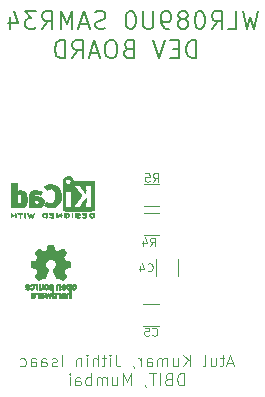
<source format=gbr>
%TF.GenerationSoftware,KiCad,Pcbnew,(5.1.8)-1*%
%TF.CreationDate,2021-02-16T14:56:34+05:30*%
%TF.ProjectId,WLR089U0-DevBoard,574c5230-3839-4553-902d-446576426f61,V1*%
%TF.SameCoordinates,Original*%
%TF.FileFunction,Legend,Bot*%
%TF.FilePolarity,Positive*%
%FSLAX46Y46*%
G04 Gerber Fmt 4.6, Leading zero omitted, Abs format (unit mm)*
G04 Created by KiCad (PCBNEW (5.1.8)-1) date 2021-02-16 14:56:34*
%MOMM*%
%LPD*%
G01*
G04 APERTURE LIST*
%ADD10C,0.100000*%
%ADD11C,0.200000*%
%ADD12C,0.010000*%
%ADD13C,0.120000*%
%ADD14O,1.700000X1.700000*%
%ADD15R,1.700000X1.700000*%
%ADD16O,1.050000X1.250000*%
%ADD17O,1.000000X1.900000*%
%ADD18C,2.600000*%
%ADD19C,3.000000*%
%ADD20R,1.000000X1.000000*%
%ADD21O,1.000000X1.000000*%
G04 APERTURE END LIST*
D10*
X150874143Y-116916666D02*
X150397953Y-116916666D01*
X150969381Y-117202380D02*
X150636048Y-116202380D01*
X150302714Y-117202380D01*
X150112238Y-116535714D02*
X149731286Y-116535714D01*
X149969381Y-116202380D02*
X149969381Y-117059523D01*
X149921762Y-117154761D01*
X149826524Y-117202380D01*
X149731286Y-117202380D01*
X148969381Y-116535714D02*
X148969381Y-117202380D01*
X149397953Y-116535714D02*
X149397953Y-117059523D01*
X149350334Y-117154761D01*
X149255095Y-117202380D01*
X149112238Y-117202380D01*
X149017000Y-117154761D01*
X148969381Y-117107142D01*
X148350334Y-117202380D02*
X148445572Y-117154761D01*
X148493191Y-117059523D01*
X148493191Y-116202380D01*
X147207476Y-117202380D02*
X147207476Y-116202380D01*
X146636048Y-117202380D02*
X147064619Y-116630952D01*
X146636048Y-116202380D02*
X147207476Y-116773809D01*
X145778905Y-116535714D02*
X145778905Y-117202380D01*
X146207476Y-116535714D02*
X146207476Y-117059523D01*
X146159857Y-117154761D01*
X146064619Y-117202380D01*
X145921762Y-117202380D01*
X145826524Y-117154761D01*
X145778905Y-117107142D01*
X145302714Y-117202380D02*
X145302714Y-116535714D01*
X145302714Y-116630952D02*
X145255095Y-116583333D01*
X145159857Y-116535714D01*
X145017000Y-116535714D01*
X144921762Y-116583333D01*
X144874143Y-116678571D01*
X144874143Y-117202380D01*
X144874143Y-116678571D02*
X144826524Y-116583333D01*
X144731286Y-116535714D01*
X144588429Y-116535714D01*
X144493191Y-116583333D01*
X144445572Y-116678571D01*
X144445572Y-117202380D01*
X143540810Y-117202380D02*
X143540810Y-116678571D01*
X143588429Y-116583333D01*
X143683667Y-116535714D01*
X143874143Y-116535714D01*
X143969381Y-116583333D01*
X143540810Y-117154761D02*
X143636048Y-117202380D01*
X143874143Y-117202380D01*
X143969381Y-117154761D01*
X144017000Y-117059523D01*
X144017000Y-116964285D01*
X143969381Y-116869047D01*
X143874143Y-116821428D01*
X143636048Y-116821428D01*
X143540810Y-116773809D01*
X143064619Y-117202380D02*
X143064619Y-116535714D01*
X143064619Y-116726190D02*
X143017000Y-116630952D01*
X142969381Y-116583333D01*
X142874143Y-116535714D01*
X142778905Y-116535714D01*
X142397953Y-117154761D02*
X142397953Y-117202380D01*
X142445572Y-117297619D01*
X142493191Y-117345238D01*
X140921762Y-116202380D02*
X140921762Y-116916666D01*
X140969381Y-117059523D01*
X141064619Y-117154761D01*
X141207476Y-117202380D01*
X141302714Y-117202380D01*
X140445572Y-117202380D02*
X140445572Y-116535714D01*
X140445572Y-116202380D02*
X140493191Y-116250000D01*
X140445572Y-116297619D01*
X140397953Y-116250000D01*
X140445572Y-116202380D01*
X140445572Y-116297619D01*
X140112238Y-116535714D02*
X139731286Y-116535714D01*
X139969381Y-116202380D02*
X139969381Y-117059523D01*
X139921762Y-117154761D01*
X139826524Y-117202380D01*
X139731286Y-117202380D01*
X139397953Y-117202380D02*
X139397953Y-116202380D01*
X138969381Y-117202380D02*
X138969381Y-116678571D01*
X139017000Y-116583333D01*
X139112238Y-116535714D01*
X139255095Y-116535714D01*
X139350334Y-116583333D01*
X139397953Y-116630952D01*
X138493191Y-117202380D02*
X138493191Y-116535714D01*
X138493191Y-116202380D02*
X138540810Y-116250000D01*
X138493191Y-116297619D01*
X138445572Y-116250000D01*
X138493191Y-116202380D01*
X138493191Y-116297619D01*
X138017000Y-116535714D02*
X138017000Y-117202380D01*
X138017000Y-116630952D02*
X137969381Y-116583333D01*
X137874143Y-116535714D01*
X137731286Y-116535714D01*
X137636048Y-116583333D01*
X137588429Y-116678571D01*
X137588429Y-117202380D01*
X136350334Y-117202380D02*
X136350334Y-116202380D01*
X135921762Y-117154761D02*
X135826524Y-117202380D01*
X135636048Y-117202380D01*
X135540810Y-117154761D01*
X135493191Y-117059523D01*
X135493191Y-117011904D01*
X135540810Y-116916666D01*
X135636048Y-116869047D01*
X135778905Y-116869047D01*
X135874143Y-116821428D01*
X135921762Y-116726190D01*
X135921762Y-116678571D01*
X135874143Y-116583333D01*
X135778905Y-116535714D01*
X135636048Y-116535714D01*
X135540810Y-116583333D01*
X134636048Y-117202380D02*
X134636048Y-116678571D01*
X134683667Y-116583333D01*
X134778905Y-116535714D01*
X134969381Y-116535714D01*
X135064619Y-116583333D01*
X134636048Y-117154761D02*
X134731286Y-117202380D01*
X134969381Y-117202380D01*
X135064619Y-117154761D01*
X135112238Y-117059523D01*
X135112238Y-116964285D01*
X135064619Y-116869047D01*
X134969381Y-116821428D01*
X134731286Y-116821428D01*
X134636048Y-116773809D01*
X133731286Y-117202380D02*
X133731286Y-116678571D01*
X133778905Y-116583333D01*
X133874143Y-116535714D01*
X134064619Y-116535714D01*
X134159857Y-116583333D01*
X133731286Y-117154761D02*
X133826524Y-117202380D01*
X134064619Y-117202380D01*
X134159857Y-117154761D01*
X134207476Y-117059523D01*
X134207476Y-116964285D01*
X134159857Y-116869047D01*
X134064619Y-116821428D01*
X133826524Y-116821428D01*
X133731286Y-116773809D01*
X132826524Y-117154761D02*
X132921762Y-117202380D01*
X133112238Y-117202380D01*
X133207476Y-117154761D01*
X133255095Y-117107142D01*
X133302714Y-117011904D01*
X133302714Y-116726190D01*
X133255095Y-116630952D01*
X133207476Y-116583333D01*
X133112238Y-116535714D01*
X132921762Y-116535714D01*
X132826524Y-116583333D01*
X146683667Y-118802380D02*
X146683667Y-117802380D01*
X146445572Y-117802380D01*
X146302714Y-117850000D01*
X146207476Y-117945238D01*
X146159857Y-118040476D01*
X146112238Y-118230952D01*
X146112238Y-118373809D01*
X146159857Y-118564285D01*
X146207476Y-118659523D01*
X146302714Y-118754761D01*
X146445572Y-118802380D01*
X146683667Y-118802380D01*
X145350334Y-118278571D02*
X145207476Y-118326190D01*
X145159857Y-118373809D01*
X145112238Y-118469047D01*
X145112238Y-118611904D01*
X145159857Y-118707142D01*
X145207476Y-118754761D01*
X145302714Y-118802380D01*
X145683667Y-118802380D01*
X145683667Y-117802380D01*
X145350334Y-117802380D01*
X145255095Y-117850000D01*
X145207476Y-117897619D01*
X145159857Y-117992857D01*
X145159857Y-118088095D01*
X145207476Y-118183333D01*
X145255095Y-118230952D01*
X145350334Y-118278571D01*
X145683667Y-118278571D01*
X144683667Y-118802380D02*
X144683667Y-117802380D01*
X144350334Y-117802380D02*
X143778905Y-117802380D01*
X144064619Y-118802380D02*
X144064619Y-117802380D01*
X143397953Y-118754761D02*
X143397953Y-118802380D01*
X143445572Y-118897619D01*
X143493191Y-118945238D01*
X142207476Y-118802380D02*
X142207476Y-117802380D01*
X141874143Y-118516666D01*
X141540810Y-117802380D01*
X141540810Y-118802380D01*
X140636048Y-118135714D02*
X140636048Y-118802380D01*
X141064619Y-118135714D02*
X141064619Y-118659523D01*
X141017000Y-118754761D01*
X140921762Y-118802380D01*
X140778905Y-118802380D01*
X140683667Y-118754761D01*
X140636048Y-118707142D01*
X140159857Y-118802380D02*
X140159857Y-118135714D01*
X140159857Y-118230952D02*
X140112238Y-118183333D01*
X140017000Y-118135714D01*
X139874143Y-118135714D01*
X139778905Y-118183333D01*
X139731286Y-118278571D01*
X139731286Y-118802380D01*
X139731286Y-118278571D02*
X139683667Y-118183333D01*
X139588429Y-118135714D01*
X139445572Y-118135714D01*
X139350334Y-118183333D01*
X139302714Y-118278571D01*
X139302714Y-118802380D01*
X138826524Y-118802380D02*
X138826524Y-117802380D01*
X138826524Y-118183333D02*
X138731286Y-118135714D01*
X138540810Y-118135714D01*
X138445572Y-118183333D01*
X138397953Y-118230952D01*
X138350334Y-118326190D01*
X138350334Y-118611904D01*
X138397953Y-118707142D01*
X138445572Y-118754761D01*
X138540810Y-118802380D01*
X138731286Y-118802380D01*
X138826524Y-118754761D01*
X137493191Y-118802380D02*
X137493191Y-118278571D01*
X137540810Y-118183333D01*
X137636048Y-118135714D01*
X137826524Y-118135714D01*
X137921762Y-118183333D01*
X137493191Y-118754761D02*
X137588429Y-118802380D01*
X137826524Y-118802380D01*
X137921762Y-118754761D01*
X137969381Y-118659523D01*
X137969381Y-118564285D01*
X137921762Y-118469047D01*
X137826524Y-118421428D01*
X137588429Y-118421428D01*
X137493191Y-118373809D01*
X137017000Y-118802380D02*
X137017000Y-118135714D01*
X137017000Y-117802380D02*
X137064619Y-117850000D01*
X137017000Y-117897619D01*
X136969381Y-117850000D01*
X137017000Y-117802380D01*
X137017000Y-117897619D01*
D11*
X152978571Y-87153571D02*
X152621428Y-88653571D01*
X152335714Y-87582142D01*
X152050000Y-88653571D01*
X151692857Y-87153571D01*
X150407142Y-88653571D02*
X151121428Y-88653571D01*
X151121428Y-87153571D01*
X149050000Y-88653571D02*
X149550000Y-87939285D01*
X149907142Y-88653571D02*
X149907142Y-87153571D01*
X149335714Y-87153571D01*
X149192857Y-87225000D01*
X149121428Y-87296428D01*
X149050000Y-87439285D01*
X149050000Y-87653571D01*
X149121428Y-87796428D01*
X149192857Y-87867857D01*
X149335714Y-87939285D01*
X149907142Y-87939285D01*
X148121428Y-87153571D02*
X147978571Y-87153571D01*
X147835714Y-87225000D01*
X147764285Y-87296428D01*
X147692857Y-87439285D01*
X147621428Y-87725000D01*
X147621428Y-88082142D01*
X147692857Y-88367857D01*
X147764285Y-88510714D01*
X147835714Y-88582142D01*
X147978571Y-88653571D01*
X148121428Y-88653571D01*
X148264285Y-88582142D01*
X148335714Y-88510714D01*
X148407142Y-88367857D01*
X148478571Y-88082142D01*
X148478571Y-87725000D01*
X148407142Y-87439285D01*
X148335714Y-87296428D01*
X148264285Y-87225000D01*
X148121428Y-87153571D01*
X146764285Y-87796428D02*
X146907142Y-87725000D01*
X146978571Y-87653571D01*
X147050000Y-87510714D01*
X147050000Y-87439285D01*
X146978571Y-87296428D01*
X146907142Y-87225000D01*
X146764285Y-87153571D01*
X146478571Y-87153571D01*
X146335714Y-87225000D01*
X146264285Y-87296428D01*
X146192857Y-87439285D01*
X146192857Y-87510714D01*
X146264285Y-87653571D01*
X146335714Y-87725000D01*
X146478571Y-87796428D01*
X146764285Y-87796428D01*
X146907142Y-87867857D01*
X146978571Y-87939285D01*
X147050000Y-88082142D01*
X147050000Y-88367857D01*
X146978571Y-88510714D01*
X146907142Y-88582142D01*
X146764285Y-88653571D01*
X146478571Y-88653571D01*
X146335714Y-88582142D01*
X146264285Y-88510714D01*
X146192857Y-88367857D01*
X146192857Y-88082142D01*
X146264285Y-87939285D01*
X146335714Y-87867857D01*
X146478571Y-87796428D01*
X145478571Y-88653571D02*
X145192857Y-88653571D01*
X145050000Y-88582142D01*
X144978571Y-88510714D01*
X144835714Y-88296428D01*
X144764285Y-88010714D01*
X144764285Y-87439285D01*
X144835714Y-87296428D01*
X144907142Y-87225000D01*
X145050000Y-87153571D01*
X145335714Y-87153571D01*
X145478571Y-87225000D01*
X145550000Y-87296428D01*
X145621428Y-87439285D01*
X145621428Y-87796428D01*
X145550000Y-87939285D01*
X145478571Y-88010714D01*
X145335714Y-88082142D01*
X145050000Y-88082142D01*
X144907142Y-88010714D01*
X144835714Y-87939285D01*
X144764285Y-87796428D01*
X144121428Y-87153571D02*
X144121428Y-88367857D01*
X144050000Y-88510714D01*
X143978571Y-88582142D01*
X143835714Y-88653571D01*
X143550000Y-88653571D01*
X143407142Y-88582142D01*
X143335714Y-88510714D01*
X143264285Y-88367857D01*
X143264285Y-87153571D01*
X142264285Y-87153571D02*
X142121428Y-87153571D01*
X141978571Y-87225000D01*
X141907142Y-87296428D01*
X141835714Y-87439285D01*
X141764285Y-87725000D01*
X141764285Y-88082142D01*
X141835714Y-88367857D01*
X141907142Y-88510714D01*
X141978571Y-88582142D01*
X142121428Y-88653571D01*
X142264285Y-88653571D01*
X142407142Y-88582142D01*
X142478571Y-88510714D01*
X142550000Y-88367857D01*
X142621428Y-88082142D01*
X142621428Y-87725000D01*
X142550000Y-87439285D01*
X142478571Y-87296428D01*
X142407142Y-87225000D01*
X142264285Y-87153571D01*
X140050000Y-88582142D02*
X139835714Y-88653571D01*
X139478571Y-88653571D01*
X139335714Y-88582142D01*
X139264285Y-88510714D01*
X139192857Y-88367857D01*
X139192857Y-88225000D01*
X139264285Y-88082142D01*
X139335714Y-88010714D01*
X139478571Y-87939285D01*
X139764285Y-87867857D01*
X139907142Y-87796428D01*
X139978571Y-87725000D01*
X140050000Y-87582142D01*
X140050000Y-87439285D01*
X139978571Y-87296428D01*
X139907142Y-87225000D01*
X139764285Y-87153571D01*
X139407142Y-87153571D01*
X139192857Y-87225000D01*
X138621428Y-88225000D02*
X137907142Y-88225000D01*
X138764285Y-88653571D02*
X138264285Y-87153571D01*
X137764285Y-88653571D01*
X137264285Y-88653571D02*
X137264285Y-87153571D01*
X136764285Y-88225000D01*
X136264285Y-87153571D01*
X136264285Y-88653571D01*
X134692857Y-88653571D02*
X135192857Y-87939285D01*
X135550000Y-88653571D02*
X135550000Y-87153571D01*
X134978571Y-87153571D01*
X134835714Y-87225000D01*
X134764285Y-87296428D01*
X134692857Y-87439285D01*
X134692857Y-87653571D01*
X134764285Y-87796428D01*
X134835714Y-87867857D01*
X134978571Y-87939285D01*
X135550000Y-87939285D01*
X134192857Y-87153571D02*
X133264285Y-87153571D01*
X133764285Y-87725000D01*
X133550000Y-87725000D01*
X133407142Y-87796428D01*
X133335714Y-87867857D01*
X133264285Y-88010714D01*
X133264285Y-88367857D01*
X133335714Y-88510714D01*
X133407142Y-88582142D01*
X133550000Y-88653571D01*
X133978571Y-88653571D01*
X134121428Y-88582142D01*
X134192857Y-88510714D01*
X131978571Y-87653571D02*
X131978571Y-88653571D01*
X132335714Y-87082142D02*
X132692857Y-88153571D01*
X131764285Y-88153571D01*
X147764285Y-91103571D02*
X147764285Y-89603571D01*
X147407142Y-89603571D01*
X147192857Y-89675000D01*
X147050000Y-89817857D01*
X146978571Y-89960714D01*
X146907142Y-90246428D01*
X146907142Y-90460714D01*
X146978571Y-90746428D01*
X147050000Y-90889285D01*
X147192857Y-91032142D01*
X147407142Y-91103571D01*
X147764285Y-91103571D01*
X146264285Y-90317857D02*
X145764285Y-90317857D01*
X145550000Y-91103571D02*
X146264285Y-91103571D01*
X146264285Y-89603571D01*
X145550000Y-89603571D01*
X145121428Y-89603571D02*
X144621428Y-91103571D01*
X144121428Y-89603571D01*
X141978571Y-90317857D02*
X141764285Y-90389285D01*
X141692857Y-90460714D01*
X141621428Y-90603571D01*
X141621428Y-90817857D01*
X141692857Y-90960714D01*
X141764285Y-91032142D01*
X141907142Y-91103571D01*
X142478571Y-91103571D01*
X142478571Y-89603571D01*
X141978571Y-89603571D01*
X141835714Y-89675000D01*
X141764285Y-89746428D01*
X141692857Y-89889285D01*
X141692857Y-90032142D01*
X141764285Y-90175000D01*
X141835714Y-90246428D01*
X141978571Y-90317857D01*
X142478571Y-90317857D01*
X140692857Y-89603571D02*
X140407142Y-89603571D01*
X140264285Y-89675000D01*
X140121428Y-89817857D01*
X140050000Y-90103571D01*
X140050000Y-90603571D01*
X140121428Y-90889285D01*
X140264285Y-91032142D01*
X140407142Y-91103571D01*
X140692857Y-91103571D01*
X140835714Y-91032142D01*
X140978571Y-90889285D01*
X141050000Y-90603571D01*
X141050000Y-90103571D01*
X140978571Y-89817857D01*
X140835714Y-89675000D01*
X140692857Y-89603571D01*
X139478571Y-90675000D02*
X138764285Y-90675000D01*
X139621428Y-91103571D02*
X139121428Y-89603571D01*
X138621428Y-91103571D01*
X137264285Y-91103571D02*
X137764285Y-90389285D01*
X138121428Y-91103571D02*
X138121428Y-89603571D01*
X137550000Y-89603571D01*
X137407142Y-89675000D01*
X137335714Y-89746428D01*
X137264285Y-89889285D01*
X137264285Y-90103571D01*
X137335714Y-90246428D01*
X137407142Y-90317857D01*
X137550000Y-90389285D01*
X138121428Y-90389285D01*
X136621428Y-91103571D02*
X136621428Y-89603571D01*
X136264285Y-89603571D01*
X136050000Y-89675000D01*
X135907142Y-89817857D01*
X135835714Y-89960714D01*
X135764285Y-90246428D01*
X135764285Y-90460714D01*
X135835714Y-90746428D01*
X135907142Y-90889285D01*
X136050000Y-91032142D01*
X136264285Y-91103571D01*
X136621428Y-91103571D01*
D12*
%TO.C,KiCad*%
G36*
X138849044Y-104209671D02*
G01*
X138792095Y-104223475D01*
X138713276Y-104258693D01*
X138666897Y-104317721D01*
X138662065Y-104328535D01*
X138640113Y-104420933D01*
X138663652Y-104496430D01*
X138718049Y-104552412D01*
X138780727Y-104583404D01*
X138862537Y-104600986D01*
X138947318Y-104604693D01*
X139018908Y-104594056D01*
X139061146Y-104568608D01*
X139064383Y-104562422D01*
X139074732Y-104506256D01*
X139079162Y-104422072D01*
X139078984Y-104411302D01*
X139003600Y-104411302D01*
X139003600Y-104526400D01*
X138902000Y-104526400D01*
X138801373Y-104509309D01*
X138747739Y-104473738D01*
X138712934Y-104431412D01*
X138714131Y-104395931D01*
X138731736Y-104365864D01*
X138786380Y-104317224D01*
X138863332Y-104284189D01*
X138938781Y-104275454D01*
X138964073Y-104281037D01*
X138991833Y-104312811D01*
X139003107Y-104384622D01*
X139003600Y-104411302D01*
X139078984Y-104411302D01*
X139077675Y-104332309D01*
X139070270Y-104259404D01*
X139064383Y-104236377D01*
X139027072Y-104206134D01*
X138952320Y-104197091D01*
X138849044Y-104209671D01*
G37*
X138849044Y-104209671D02*
X138792095Y-104223475D01*
X138713276Y-104258693D01*
X138666897Y-104317721D01*
X138662065Y-104328535D01*
X138640113Y-104420933D01*
X138663652Y-104496430D01*
X138718049Y-104552412D01*
X138780727Y-104583404D01*
X138862537Y-104600986D01*
X138947318Y-104604693D01*
X139018908Y-104594056D01*
X139061146Y-104568608D01*
X139064383Y-104562422D01*
X139074732Y-104506256D01*
X139079162Y-104422072D01*
X139078984Y-104411302D01*
X139003600Y-104411302D01*
X139003600Y-104526400D01*
X138902000Y-104526400D01*
X138801373Y-104509309D01*
X138747739Y-104473738D01*
X138712934Y-104431412D01*
X138714131Y-104395931D01*
X138731736Y-104365864D01*
X138786380Y-104317224D01*
X138863332Y-104284189D01*
X138938781Y-104275454D01*
X138964073Y-104281037D01*
X138991833Y-104312811D01*
X139003107Y-104384622D01*
X139003600Y-104411302D01*
X139078984Y-104411302D01*
X139077675Y-104332309D01*
X139070270Y-104259404D01*
X139064383Y-104236377D01*
X139027072Y-104206134D01*
X138952320Y-104197091D01*
X138849044Y-104209671D01*
G36*
X138158249Y-104207601D02*
G01*
X138096386Y-104221878D01*
X138070050Y-104240650D01*
X138080029Y-104260162D01*
X138130122Y-104270216D01*
X138199885Y-104272400D01*
X138291298Y-104278990D01*
X138348393Y-104296673D01*
X138365585Y-104322316D01*
X138340105Y-104351050D01*
X138289116Y-104368000D01*
X138235250Y-104373611D01*
X138184551Y-104381866D01*
X138165400Y-104399400D01*
X138187072Y-104418724D01*
X138226823Y-104424800D01*
X138311793Y-104435438D01*
X138360299Y-104464930D01*
X138368600Y-104489749D01*
X138347939Y-104512586D01*
X138283271Y-104526779D01*
X138224557Y-104531482D01*
X138136027Y-104541508D01*
X138081594Y-104558983D01*
X138070041Y-104570850D01*
X138079044Y-104588624D01*
X138124780Y-104598773D01*
X138213576Y-104602513D01*
X138235250Y-104602600D01*
X138325430Y-104600313D01*
X138394439Y-104594311D01*
X138427639Y-104585880D01*
X138427867Y-104585666D01*
X138438076Y-104550493D01*
X138443268Y-104482099D01*
X138443677Y-104397791D01*
X138439535Y-104314877D01*
X138431074Y-104250664D01*
X138423049Y-104226633D01*
X138387602Y-104209129D01*
X138320535Y-104200564D01*
X138238524Y-104200275D01*
X138158249Y-104207601D01*
G37*
X138158249Y-104207601D02*
X138096386Y-104221878D01*
X138070050Y-104240650D01*
X138080029Y-104260162D01*
X138130122Y-104270216D01*
X138199885Y-104272400D01*
X138291298Y-104278990D01*
X138348393Y-104296673D01*
X138365585Y-104322316D01*
X138340105Y-104351050D01*
X138289116Y-104368000D01*
X138235250Y-104373611D01*
X138184551Y-104381866D01*
X138165400Y-104399400D01*
X138187072Y-104418724D01*
X138226823Y-104424800D01*
X138311793Y-104435438D01*
X138360299Y-104464930D01*
X138368600Y-104489749D01*
X138347939Y-104512586D01*
X138283271Y-104526779D01*
X138224557Y-104531482D01*
X138136027Y-104541508D01*
X138081594Y-104558983D01*
X138070041Y-104570850D01*
X138079044Y-104588624D01*
X138124780Y-104598773D01*
X138213576Y-104602513D01*
X138235250Y-104602600D01*
X138325430Y-104600313D01*
X138394439Y-104594311D01*
X138427639Y-104585880D01*
X138427867Y-104585666D01*
X138438076Y-104550493D01*
X138443268Y-104482099D01*
X138443677Y-104397791D01*
X138439535Y-104314877D01*
X138431074Y-104250664D01*
X138423049Y-104226633D01*
X138387602Y-104209129D01*
X138320535Y-104200564D01*
X138238524Y-104200275D01*
X138158249Y-104207601D01*
G36*
X137523202Y-104219080D02*
G01*
X137522522Y-104219341D01*
X137472618Y-104247775D01*
X137467981Y-104272066D01*
X137503094Y-104286864D01*
X137572438Y-104286819D01*
X137589803Y-104284576D01*
X137673342Y-104280306D01*
X137746683Y-104289505D01*
X137759000Y-104293442D01*
X137822500Y-104317968D01*
X137750997Y-104345984D01*
X137678918Y-104366855D01*
X137623299Y-104374000D01*
X137559806Y-104388343D01*
X137499036Y-104423070D01*
X137459830Y-104465721D01*
X137454200Y-104485803D01*
X137477593Y-104542886D01*
X137544803Y-104582012D01*
X137651384Y-104601063D01*
X137699617Y-104602600D01*
X137783540Y-104599975D01*
X137845674Y-104593169D01*
X137869067Y-104585666D01*
X137885545Y-104556153D01*
X137861681Y-104537464D01*
X137793767Y-104528139D01*
X137718784Y-104526400D01*
X137619195Y-104521061D01*
X137568136Y-104506708D01*
X137566189Y-104485836D01*
X137613938Y-104460938D01*
X137698004Y-104437573D01*
X137777130Y-104417485D01*
X137837396Y-104398137D01*
X137855158Y-104390063D01*
X137882919Y-104347523D01*
X137878047Y-104290472D01*
X137847887Y-104246988D01*
X137786550Y-104219324D01*
X137697414Y-104204212D01*
X137602344Y-104203512D01*
X137523202Y-104219080D01*
G37*
X137523202Y-104219080D02*
X137522522Y-104219341D01*
X137472618Y-104247775D01*
X137467981Y-104272066D01*
X137503094Y-104286864D01*
X137572438Y-104286819D01*
X137589803Y-104284576D01*
X137673342Y-104280306D01*
X137746683Y-104289505D01*
X137759000Y-104293442D01*
X137822500Y-104317968D01*
X137750997Y-104345984D01*
X137678918Y-104366855D01*
X137623299Y-104374000D01*
X137559806Y-104388343D01*
X137499036Y-104423070D01*
X137459830Y-104465721D01*
X137454200Y-104485803D01*
X137477593Y-104542886D01*
X137544803Y-104582012D01*
X137651384Y-104601063D01*
X137699617Y-104602600D01*
X137783540Y-104599975D01*
X137845674Y-104593169D01*
X137869067Y-104585666D01*
X137885545Y-104556153D01*
X137861681Y-104537464D01*
X137793767Y-104528139D01*
X137718784Y-104526400D01*
X137619195Y-104521061D01*
X137568136Y-104506708D01*
X137566189Y-104485836D01*
X137613938Y-104460938D01*
X137698004Y-104437573D01*
X137777130Y-104417485D01*
X137837396Y-104398137D01*
X137855158Y-104390063D01*
X137882919Y-104347523D01*
X137878047Y-104290472D01*
X137847887Y-104246988D01*
X137786550Y-104219324D01*
X137697414Y-104204212D01*
X137602344Y-104203512D01*
X137523202Y-104219080D01*
G36*
X137196837Y-104254225D02*
G01*
X137188761Y-104338869D01*
X137187500Y-104403633D01*
X137191373Y-104512909D01*
X137203463Y-104576116D01*
X137220364Y-104596621D01*
X137237032Y-104590784D01*
X137245805Y-104554287D01*
X137247697Y-104479604D01*
X137245764Y-104408237D01*
X137237313Y-104296342D01*
X137224250Y-104233209D01*
X137209712Y-104219088D01*
X137196837Y-104254225D01*
G37*
X137196837Y-104254225D02*
X137188761Y-104338869D01*
X137187500Y-104403633D01*
X137191373Y-104512909D01*
X137203463Y-104576116D01*
X137220364Y-104596621D01*
X137237032Y-104590784D01*
X137245805Y-104554287D01*
X137247697Y-104479604D01*
X137245764Y-104408237D01*
X137237313Y-104296342D01*
X137224250Y-104233209D01*
X137209712Y-104219088D01*
X137196837Y-104254225D01*
G36*
X136591330Y-104221209D02*
G01*
X136552722Y-104250622D01*
X136563477Y-104271348D01*
X136623882Y-104283573D01*
X136692900Y-104287116D01*
X136802004Y-104300485D01*
X136868080Y-104336564D01*
X136894551Y-104397505D01*
X136895400Y-104414316D01*
X136872972Y-104475949D01*
X136807887Y-104513963D01*
X136708069Y-104526400D01*
X136639582Y-104519362D01*
X136606440Y-104502279D01*
X136613948Y-104481193D01*
X136654276Y-104465125D01*
X136707342Y-104442876D01*
X136714439Y-104420282D01*
X136679720Y-104405266D01*
X136622350Y-104404216D01*
X136557111Y-104415476D01*
X136526913Y-104441675D01*
X136518338Y-104474176D01*
X136529923Y-104540818D01*
X136554943Y-104569426D01*
X136620196Y-104593802D01*
X136711020Y-104601033D01*
X136805159Y-104591097D01*
X136870000Y-104569732D01*
X136939715Y-104513464D01*
X136977701Y-104439410D01*
X136977132Y-104363285D01*
X136968605Y-104342735D01*
X136928610Y-104285232D01*
X136897602Y-104254531D01*
X136829880Y-104223752D01*
X136739563Y-104206712D01*
X136650432Y-104205996D01*
X136591330Y-104221209D01*
G37*
X136591330Y-104221209D02*
X136552722Y-104250622D01*
X136563477Y-104271348D01*
X136623882Y-104283573D01*
X136692900Y-104287116D01*
X136802004Y-104300485D01*
X136868080Y-104336564D01*
X136894551Y-104397505D01*
X136895400Y-104414316D01*
X136872972Y-104475949D01*
X136807887Y-104513963D01*
X136708069Y-104526400D01*
X136639582Y-104519362D01*
X136606440Y-104502279D01*
X136613948Y-104481193D01*
X136654276Y-104465125D01*
X136707342Y-104442876D01*
X136714439Y-104420282D01*
X136679720Y-104405266D01*
X136622350Y-104404216D01*
X136557111Y-104415476D01*
X136526913Y-104441675D01*
X136518338Y-104474176D01*
X136529923Y-104540818D01*
X136554943Y-104569426D01*
X136620196Y-104593802D01*
X136711020Y-104601033D01*
X136805159Y-104591097D01*
X136870000Y-104569732D01*
X136939715Y-104513464D01*
X136977701Y-104439410D01*
X136977132Y-104363285D01*
X136968605Y-104342735D01*
X136928610Y-104285232D01*
X136897602Y-104254531D01*
X136829880Y-104223752D01*
X136739563Y-104206712D01*
X136650432Y-104205996D01*
X136591330Y-104221209D01*
G36*
X135903188Y-104231731D02*
G01*
X135892406Y-104290116D01*
X135885773Y-104368893D01*
X135883906Y-104452898D01*
X135887424Y-104526971D01*
X135896946Y-104575947D01*
X135902177Y-104584736D01*
X135935908Y-104582853D01*
X136001303Y-104541910D01*
X136079782Y-104478041D01*
X136232114Y-104346074D01*
X136239907Y-104466001D01*
X136252115Y-104544329D01*
X136273333Y-104589881D01*
X136298524Y-104596585D01*
X136320771Y-104563496D01*
X136331807Y-104505949D01*
X136335848Y-104423037D01*
X136333333Y-104334592D01*
X136324702Y-104260448D01*
X136313265Y-104224071D01*
X136293475Y-104212609D01*
X136257945Y-104226351D01*
X136199304Y-104269354D01*
X136140234Y-104319321D01*
X136067477Y-104380983D01*
X136009617Y-104427014D01*
X135976966Y-104449290D01*
X135974072Y-104450200D01*
X135963462Y-104427413D01*
X135954089Y-104369447D01*
X135950642Y-104329550D01*
X135941328Y-104259185D01*
X135926330Y-104215708D01*
X135917500Y-104208900D01*
X135903188Y-104231731D01*
G37*
X135903188Y-104231731D02*
X135892406Y-104290116D01*
X135885773Y-104368893D01*
X135883906Y-104452898D01*
X135887424Y-104526971D01*
X135896946Y-104575947D01*
X135902177Y-104584736D01*
X135935908Y-104582853D01*
X136001303Y-104541910D01*
X136079782Y-104478041D01*
X136232114Y-104346074D01*
X136239907Y-104466001D01*
X136252115Y-104544329D01*
X136273333Y-104589881D01*
X136298524Y-104596585D01*
X136320771Y-104563496D01*
X136331807Y-104505949D01*
X136335848Y-104423037D01*
X136333333Y-104334592D01*
X136324702Y-104260448D01*
X136313265Y-104224071D01*
X136293475Y-104212609D01*
X136257945Y-104226351D01*
X136199304Y-104269354D01*
X136140234Y-104319321D01*
X136067477Y-104380983D01*
X136009617Y-104427014D01*
X135976966Y-104449290D01*
X135974072Y-104450200D01*
X135963462Y-104427413D01*
X135954089Y-104369447D01*
X135950642Y-104329550D01*
X135941328Y-104259185D01*
X135926330Y-104215708D01*
X135917500Y-104208900D01*
X135903188Y-104231731D01*
G36*
X135481375Y-104201389D02*
G01*
X135378664Y-104210662D01*
X135316912Y-104226886D01*
X135301458Y-104240650D01*
X135311374Y-104260076D01*
X135361231Y-104270142D01*
X135432784Y-104272400D01*
X135519809Y-104276253D01*
X135564332Y-104289110D01*
X135574600Y-104307782D01*
X135551401Y-104347783D01*
X135486582Y-104370286D01*
X135432823Y-104374000D01*
X135386092Y-104382961D01*
X135371400Y-104399400D01*
X135393934Y-104415305D01*
X135450226Y-104424152D01*
X135473000Y-104424800D01*
X135539471Y-104429060D01*
X135568848Y-104446278D01*
X135574600Y-104475600D01*
X135568537Y-104504957D01*
X135542320Y-104520250D01*
X135483911Y-104525858D01*
X135434900Y-104526400D01*
X135350653Y-104529820D01*
X135307279Y-104541822D01*
X135295200Y-104564500D01*
X135305657Y-104585200D01*
X135343255Y-104597047D01*
X135417337Y-104602044D01*
X135473000Y-104602600D01*
X135650800Y-104602600D01*
X135650800Y-104193878D01*
X135481375Y-104201389D01*
G37*
X135481375Y-104201389D02*
X135378664Y-104210662D01*
X135316912Y-104226886D01*
X135301458Y-104240650D01*
X135311374Y-104260076D01*
X135361231Y-104270142D01*
X135432784Y-104272400D01*
X135519809Y-104276253D01*
X135564332Y-104289110D01*
X135574600Y-104307782D01*
X135551401Y-104347783D01*
X135486582Y-104370286D01*
X135432823Y-104374000D01*
X135386092Y-104382961D01*
X135371400Y-104399400D01*
X135393934Y-104415305D01*
X135450226Y-104424152D01*
X135473000Y-104424800D01*
X135539471Y-104429060D01*
X135568848Y-104446278D01*
X135574600Y-104475600D01*
X135568537Y-104504957D01*
X135542320Y-104520250D01*
X135483911Y-104525858D01*
X135434900Y-104526400D01*
X135350653Y-104529820D01*
X135307279Y-104541822D01*
X135295200Y-104564500D01*
X135305657Y-104585200D01*
X135343255Y-104597047D01*
X135417337Y-104602044D01*
X135473000Y-104602600D01*
X135650800Y-104602600D01*
X135650800Y-104193878D01*
X135481375Y-104201389D01*
G36*
X134929728Y-104214131D02*
G01*
X134802032Y-104233284D01*
X134713730Y-104279400D01*
X134667168Y-104350854D01*
X134660200Y-104401013D01*
X134678099Y-104490087D01*
X134733883Y-104551283D01*
X134830687Y-104587065D01*
X134910058Y-104597382D01*
X135001749Y-104601064D01*
X135054202Y-104594376D01*
X135078226Y-104575656D01*
X135080244Y-104571201D01*
X135086635Y-104527271D01*
X135086660Y-104526400D01*
X135015800Y-104526400D01*
X134916015Y-104526400D01*
X134837402Y-104516086D01*
X134780262Y-104490071D01*
X134776315Y-104486485D01*
X134741010Y-104424603D01*
X134744817Y-104361056D01*
X134769411Y-104327424D01*
X134814295Y-104306295D01*
X134885715Y-104287213D01*
X134909111Y-104282967D01*
X135015800Y-104265907D01*
X135015800Y-104526400D01*
X135086660Y-104526400D01*
X135088859Y-104450507D01*
X135086958Y-104371324D01*
X135079300Y-104208900D01*
X134929728Y-104214131D01*
G37*
X134929728Y-104214131D02*
X134802032Y-104233284D01*
X134713730Y-104279400D01*
X134667168Y-104350854D01*
X134660200Y-104401013D01*
X134678099Y-104490087D01*
X134733883Y-104551283D01*
X134830687Y-104587065D01*
X134910058Y-104597382D01*
X135001749Y-104601064D01*
X135054202Y-104594376D01*
X135078226Y-104575656D01*
X135080244Y-104571201D01*
X135086635Y-104527271D01*
X135086660Y-104526400D01*
X135015800Y-104526400D01*
X134916015Y-104526400D01*
X134837402Y-104516086D01*
X134780262Y-104490071D01*
X134776315Y-104486485D01*
X134741010Y-104424603D01*
X134744817Y-104361056D01*
X134769411Y-104327424D01*
X134814295Y-104306295D01*
X134885715Y-104287213D01*
X134909111Y-104282967D01*
X135015800Y-104265907D01*
X135015800Y-104526400D01*
X135086660Y-104526400D01*
X135088859Y-104450507D01*
X135086958Y-104371324D01*
X135079300Y-104208900D01*
X134929728Y-104214131D01*
G36*
X133436041Y-104216399D02*
G01*
X133434133Y-104249454D01*
X133450672Y-104313087D01*
X133479770Y-104393284D01*
X133515537Y-104476031D01*
X133552085Y-104547315D01*
X133583524Y-104593123D01*
X133598342Y-104602600D01*
X133625045Y-104582669D01*
X133660121Y-104533947D01*
X133664432Y-104526560D01*
X133696957Y-104475549D01*
X133719607Y-104450798D01*
X133721274Y-104450360D01*
X133741882Y-104469810D01*
X133774636Y-104517706D01*
X133779860Y-104526400D01*
X133815217Y-104577406D01*
X133842637Y-104602157D01*
X133845076Y-104602600D01*
X133864477Y-104581185D01*
X133897752Y-104524418D01*
X133938473Y-104443511D01*
X133948207Y-104422687D01*
X133993153Y-104315904D01*
X134011206Y-104247938D01*
X134004760Y-104216399D01*
X133979836Y-104217783D01*
X133943767Y-104263629D01*
X133909276Y-104326406D01*
X133870068Y-104400069D01*
X133844750Y-104433967D01*
X133826265Y-104434613D01*
X133812033Y-104416193D01*
X133772213Y-104355326D01*
X133752150Y-104327349D01*
X133728504Y-104304231D01*
X133704694Y-104308751D01*
X133672558Y-104346787D01*
X133628768Y-104416193D01*
X133610713Y-104436985D01*
X133591335Y-104429612D01*
X133563578Y-104387561D01*
X133531525Y-104326406D01*
X133486024Y-104246653D01*
X133453186Y-104213112D01*
X133436041Y-104216399D01*
G37*
X133436041Y-104216399D02*
X133434133Y-104249454D01*
X133450672Y-104313087D01*
X133479770Y-104393284D01*
X133515537Y-104476031D01*
X133552085Y-104547315D01*
X133583524Y-104593123D01*
X133598342Y-104602600D01*
X133625045Y-104582669D01*
X133660121Y-104533947D01*
X133664432Y-104526560D01*
X133696957Y-104475549D01*
X133719607Y-104450798D01*
X133721274Y-104450360D01*
X133741882Y-104469810D01*
X133774636Y-104517706D01*
X133779860Y-104526400D01*
X133815217Y-104577406D01*
X133842637Y-104602157D01*
X133845076Y-104602600D01*
X133864477Y-104581185D01*
X133897752Y-104524418D01*
X133938473Y-104443511D01*
X133948207Y-104422687D01*
X133993153Y-104315904D01*
X134011206Y-104247938D01*
X134004760Y-104216399D01*
X133979836Y-104217783D01*
X133943767Y-104263629D01*
X133909276Y-104326406D01*
X133870068Y-104400069D01*
X133844750Y-104433967D01*
X133826265Y-104434613D01*
X133812033Y-104416193D01*
X133772213Y-104355326D01*
X133752150Y-104327349D01*
X133728504Y-104304231D01*
X133704694Y-104308751D01*
X133672558Y-104346787D01*
X133628768Y-104416193D01*
X133610713Y-104436985D01*
X133591335Y-104429612D01*
X133563578Y-104387561D01*
X133531525Y-104326406D01*
X133486024Y-104246653D01*
X133453186Y-104213112D01*
X133436041Y-104216399D01*
G36*
X133199822Y-104219964D02*
G01*
X133190982Y-104284845D01*
X133187085Y-104381222D01*
X133187000Y-104399400D01*
X133189971Y-104500029D01*
X133198081Y-104570744D01*
X133210128Y-104601922D01*
X133212400Y-104602600D01*
X133224979Y-104578835D01*
X133233819Y-104513954D01*
X133237716Y-104417577D01*
X133237800Y-104399400D01*
X133234830Y-104298770D01*
X133226720Y-104228055D01*
X133214673Y-104196877D01*
X133212400Y-104196200D01*
X133199822Y-104219964D01*
G37*
X133199822Y-104219964D02*
X133190982Y-104284845D01*
X133187085Y-104381222D01*
X133187000Y-104399400D01*
X133189971Y-104500029D01*
X133198081Y-104570744D01*
X133210128Y-104601922D01*
X133212400Y-104602600D01*
X133224979Y-104578835D01*
X133233819Y-104513954D01*
X133237716Y-104417577D01*
X133237800Y-104399400D01*
X133234830Y-104298770D01*
X133226720Y-104228055D01*
X133214673Y-104196877D01*
X133212400Y-104196200D01*
X133199822Y-104219964D01*
G36*
X132642874Y-104202661D02*
G01*
X132611620Y-104213071D01*
X132602820Y-104231957D01*
X132602800Y-104233272D01*
X132620740Y-104261908D01*
X132679237Y-104272238D01*
X132691700Y-104272400D01*
X132780600Y-104272400D01*
X132780600Y-104437500D01*
X132783144Y-104530107D01*
X132792233Y-104581578D01*
X132810054Y-104601391D01*
X132818700Y-104602600D01*
X132840071Y-104591577D01*
X132851949Y-104552193D01*
X132856522Y-104474969D01*
X132856800Y-104437500D01*
X132856800Y-104272400D01*
X132947817Y-104272400D01*
X133012101Y-104265203D01*
X133029030Y-104243240D01*
X133028323Y-104240650D01*
X132995698Y-104221137D01*
X132913015Y-104207771D01*
X132810306Y-104201522D01*
X132705971Y-104199291D01*
X132642874Y-104202661D01*
G37*
X132642874Y-104202661D02*
X132611620Y-104213071D01*
X132602820Y-104231957D01*
X132602800Y-104233272D01*
X132620740Y-104261908D01*
X132679237Y-104272238D01*
X132691700Y-104272400D01*
X132780600Y-104272400D01*
X132780600Y-104437500D01*
X132783144Y-104530107D01*
X132792233Y-104581578D01*
X132810054Y-104601391D01*
X132818700Y-104602600D01*
X132840071Y-104591577D01*
X132851949Y-104552193D01*
X132856522Y-104474969D01*
X132856800Y-104437500D01*
X132856800Y-104272400D01*
X132947817Y-104272400D01*
X133012101Y-104265203D01*
X133029030Y-104243240D01*
X133028323Y-104240650D01*
X132995698Y-104221137D01*
X132913015Y-104207771D01*
X132810306Y-104201522D01*
X132705971Y-104199291D01*
X132642874Y-104202661D01*
G36*
X132402188Y-104217582D02*
G01*
X132381887Y-104260123D01*
X132374235Y-104318927D01*
X132366220Y-104343226D01*
X132334503Y-104354131D01*
X132267651Y-104354431D01*
X132236004Y-104352684D01*
X132155601Y-104345364D01*
X132112855Y-104332080D01*
X132094623Y-104306478D01*
X132089919Y-104282044D01*
X132075101Y-104235285D01*
X132056700Y-104220810D01*
X132042494Y-104244042D01*
X132033952Y-104302554D01*
X132030887Y-104381164D01*
X132033113Y-104464691D01*
X132040441Y-104537951D01*
X132052685Y-104585764D01*
X132061326Y-104595675D01*
X132084885Y-104580846D01*
X132099070Y-104525095D01*
X132099426Y-104521591D01*
X132106895Y-104472282D01*
X132126125Y-104446396D01*
X132170789Y-104434958D01*
X132239147Y-104429881D01*
X132316137Y-104426780D01*
X132356052Y-104433891D01*
X132372528Y-104458461D01*
X132378847Y-104504125D01*
X132393273Y-104563618D01*
X132417217Y-104595860D01*
X132418650Y-104596410D01*
X132435812Y-104587654D01*
X132445928Y-104543302D01*
X132450123Y-104456962D01*
X132450400Y-104415715D01*
X132447581Y-104322082D01*
X132440131Y-104249760D01*
X132429560Y-104212382D01*
X132427662Y-104210544D01*
X132402188Y-104217582D01*
G37*
X132402188Y-104217582D02*
X132381887Y-104260123D01*
X132374235Y-104318927D01*
X132366220Y-104343226D01*
X132334503Y-104354131D01*
X132267651Y-104354431D01*
X132236004Y-104352684D01*
X132155601Y-104345364D01*
X132112855Y-104332080D01*
X132094623Y-104306478D01*
X132089919Y-104282044D01*
X132075101Y-104235285D01*
X132056700Y-104220810D01*
X132042494Y-104244042D01*
X132033952Y-104302554D01*
X132030887Y-104381164D01*
X132033113Y-104464691D01*
X132040441Y-104537951D01*
X132052685Y-104585764D01*
X132061326Y-104595675D01*
X132084885Y-104580846D01*
X132099070Y-104525095D01*
X132099426Y-104521591D01*
X132106895Y-104472282D01*
X132126125Y-104446396D01*
X132170789Y-104434958D01*
X132239147Y-104429881D01*
X132316137Y-104426780D01*
X132356052Y-104433891D01*
X132372528Y-104458461D01*
X132378847Y-104504125D01*
X132393273Y-104563618D01*
X132417217Y-104595860D01*
X132418650Y-104596410D01*
X132435812Y-104587654D01*
X132445928Y-104543302D01*
X132450123Y-104456962D01*
X132450400Y-104415715D01*
X132447581Y-104322082D01*
X132440131Y-104249760D01*
X132429560Y-104212382D01*
X132427662Y-104210544D01*
X132402188Y-104217582D01*
G36*
X136693331Y-101134099D02*
G01*
X136602323Y-101185323D01*
X136566757Y-101212307D01*
X136536734Y-101237409D01*
X136511786Y-101264939D01*
X136491443Y-101299207D01*
X136475237Y-101344524D01*
X136462697Y-101405198D01*
X136453356Y-101485540D01*
X136446744Y-101589859D01*
X136442391Y-101722466D01*
X136439829Y-101887669D01*
X136438589Y-102089780D01*
X136438201Y-102333108D01*
X136438197Y-102621963D01*
X136438200Y-102693163D01*
X136438201Y-103986650D01*
X136517575Y-104002525D01*
X136557717Y-104005522D01*
X136641994Y-104008111D01*
X136764234Y-104010294D01*
X136918260Y-104012073D01*
X137097898Y-104013450D01*
X137296974Y-104014427D01*
X137509312Y-104015008D01*
X137728739Y-104015194D01*
X137949079Y-104014987D01*
X138164159Y-104014391D01*
X138367802Y-104013407D01*
X138553834Y-104012038D01*
X138716082Y-104010286D01*
X138848369Y-104008153D01*
X138944522Y-104005642D01*
X138998366Y-104002755D01*
X139006387Y-104001577D01*
X139031615Y-103979563D01*
X139049547Y-103923864D01*
X139062805Y-103826137D01*
X139063357Y-103820373D01*
X139067718Y-103746309D01*
X139068967Y-103706196D01*
X138891667Y-103706196D01*
X138888216Y-103715355D01*
X138858064Y-103725445D01*
X138790702Y-103732799D01*
X138699654Y-103737205D01*
X138598449Y-103738450D01*
X138500612Y-103736321D01*
X138419669Y-103730604D01*
X138376547Y-103723408D01*
X138338319Y-103705001D01*
X138336887Y-103669077D01*
X138344797Y-103645901D01*
X138354163Y-103596413D01*
X138361794Y-103508773D01*
X138366876Y-103395621D01*
X138368600Y-103276908D01*
X138368600Y-102970523D01*
X138175178Y-103234111D01*
X138076564Y-103371366D01*
X138004787Y-103478972D01*
X137954238Y-103566366D01*
X137919302Y-103642985D01*
X137901352Y-103694550D01*
X137890062Y-103713513D01*
X137864359Y-103726236D01*
X137815620Y-103733920D01*
X137735224Y-103737764D01*
X137614546Y-103738969D01*
X137581998Y-103739000D01*
X137464165Y-103737792D01*
X137367423Y-103734502D01*
X137301575Y-103729628D01*
X137276424Y-103723667D01*
X137276400Y-103723475D01*
X137291338Y-103697120D01*
X137330111Y-103644483D01*
X137373587Y-103590125D01*
X137414124Y-103538408D01*
X137475659Y-103456762D01*
X137552149Y-103353518D01*
X137637550Y-103237006D01*
X137725819Y-103115558D01*
X137810914Y-102997505D01*
X137886791Y-102891178D01*
X137947406Y-102804908D01*
X137986717Y-102747026D01*
X137996338Y-102731609D01*
X137986090Y-102704283D01*
X137948628Y-102645068D01*
X137889384Y-102561001D01*
X137813786Y-102459115D01*
X137727268Y-102346446D01*
X137703693Y-102316616D01*
X137111300Y-102316616D01*
X137111300Y-103739012D01*
X136895400Y-103737221D01*
X136790854Y-103734434D01*
X136702417Y-103728594D01*
X136645101Y-103720804D01*
X136635981Y-103718158D01*
X136607013Y-103692382D01*
X136616542Y-103662793D01*
X136623288Y-103627387D01*
X136629286Y-103547969D01*
X136634294Y-103431327D01*
X136638074Y-103284246D01*
X136640385Y-103113512D01*
X136641012Y-102970650D01*
X136641400Y-102316600D01*
X137111300Y-102316616D01*
X137703693Y-102316616D01*
X137635258Y-102230028D01*
X137543188Y-102116896D01*
X137456489Y-102014084D01*
X137380591Y-101928628D01*
X137357324Y-101903850D01*
X137266091Y-101808600D01*
X137573292Y-101808599D01*
X137702453Y-101808961D01*
X137789670Y-101811149D01*
X137843800Y-101816820D01*
X137873699Y-101827630D01*
X137888222Y-101845236D01*
X137895624Y-101868883D01*
X137916179Y-101910244D01*
X137962194Y-101982302D01*
X138027504Y-102075998D01*
X138105942Y-102182273D01*
X138133327Y-102218133D01*
X138355900Y-102507100D01*
X138363999Y-102393248D01*
X138367515Y-102293511D01*
X138366189Y-102178305D01*
X138360835Y-102061830D01*
X138352267Y-101958287D01*
X138341296Y-101881877D01*
X138333061Y-101853050D01*
X138327961Y-101834060D01*
X138338892Y-101821394D01*
X138373674Y-101813785D01*
X138440127Y-101809971D01*
X138546069Y-101808688D01*
X138608077Y-101808600D01*
X138733924Y-101809008D01*
X138816743Y-101811179D01*
X138864301Y-101816529D01*
X138884368Y-101826474D01*
X138884714Y-101842432D01*
X138877494Y-101857730D01*
X138870485Y-101895361D01*
X138864524Y-101975394D01*
X138859615Y-102090772D01*
X138855758Y-102234435D01*
X138852957Y-102399323D01*
X138851212Y-102578379D01*
X138850525Y-102764544D01*
X138850899Y-102950758D01*
X138852336Y-103129963D01*
X138854836Y-103295099D01*
X138858402Y-103439109D01*
X138863036Y-103554933D01*
X138868740Y-103635513D01*
X138875516Y-103673788D01*
X138877015Y-103675756D01*
X138891667Y-103706196D01*
X139068967Y-103706196D01*
X139071369Y-103629070D01*
X139074311Y-103476275D01*
X139076543Y-103295544D01*
X139078066Y-103094498D01*
X139078880Y-102880756D01*
X139078986Y-102661939D01*
X139078385Y-102445664D01*
X139077076Y-102239554D01*
X139075059Y-102051227D01*
X139072336Y-101888304D01*
X139068907Y-101758403D01*
X139064772Y-101669146D01*
X139063247Y-101649850D01*
X139052702Y-101538193D01*
X137102583Y-101538193D01*
X137075873Y-101626080D01*
X137020452Y-101692042D01*
X136948589Y-101736758D01*
X136877159Y-101757526D01*
X136870000Y-101757800D01*
X136800600Y-101740774D01*
X136727236Y-101698257D01*
X136719549Y-101692042D01*
X136657035Y-101612049D01*
X136636592Y-101522725D01*
X136653951Y-101435549D01*
X136704841Y-101362002D01*
X136784993Y-101313565D01*
X136865137Y-101300600D01*
X136967426Y-101320940D01*
X137044002Y-101374641D01*
X137090507Y-101450719D01*
X137102583Y-101538193D01*
X139052702Y-101538193D01*
X139047055Y-101478400D01*
X137308150Y-101478400D01*
X137292088Y-101398089D01*
X137255802Y-101317599D01*
X137186745Y-101234252D01*
X137100014Y-101162202D01*
X137010704Y-101115604D01*
X136982867Y-101108155D01*
X136832721Y-101101012D01*
X136693331Y-101134099D01*
G37*
X136693331Y-101134099D02*
X136602323Y-101185323D01*
X136566757Y-101212307D01*
X136536734Y-101237409D01*
X136511786Y-101264939D01*
X136491443Y-101299207D01*
X136475237Y-101344524D01*
X136462697Y-101405198D01*
X136453356Y-101485540D01*
X136446744Y-101589859D01*
X136442391Y-101722466D01*
X136439829Y-101887669D01*
X136438589Y-102089780D01*
X136438201Y-102333108D01*
X136438197Y-102621963D01*
X136438200Y-102693163D01*
X136438201Y-103986650D01*
X136517575Y-104002525D01*
X136557717Y-104005522D01*
X136641994Y-104008111D01*
X136764234Y-104010294D01*
X136918260Y-104012073D01*
X137097898Y-104013450D01*
X137296974Y-104014427D01*
X137509312Y-104015008D01*
X137728739Y-104015194D01*
X137949079Y-104014987D01*
X138164159Y-104014391D01*
X138367802Y-104013407D01*
X138553834Y-104012038D01*
X138716082Y-104010286D01*
X138848369Y-104008153D01*
X138944522Y-104005642D01*
X138998366Y-104002755D01*
X139006387Y-104001577D01*
X139031615Y-103979563D01*
X139049547Y-103923864D01*
X139062805Y-103826137D01*
X139063357Y-103820373D01*
X139067718Y-103746309D01*
X139068967Y-103706196D01*
X138891667Y-103706196D01*
X138888216Y-103715355D01*
X138858064Y-103725445D01*
X138790702Y-103732799D01*
X138699654Y-103737205D01*
X138598449Y-103738450D01*
X138500612Y-103736321D01*
X138419669Y-103730604D01*
X138376547Y-103723408D01*
X138338319Y-103705001D01*
X138336887Y-103669077D01*
X138344797Y-103645901D01*
X138354163Y-103596413D01*
X138361794Y-103508773D01*
X138366876Y-103395621D01*
X138368600Y-103276908D01*
X138368600Y-102970523D01*
X138175178Y-103234111D01*
X138076564Y-103371366D01*
X138004787Y-103478972D01*
X137954238Y-103566366D01*
X137919302Y-103642985D01*
X137901352Y-103694550D01*
X137890062Y-103713513D01*
X137864359Y-103726236D01*
X137815620Y-103733920D01*
X137735224Y-103737764D01*
X137614546Y-103738969D01*
X137581998Y-103739000D01*
X137464165Y-103737792D01*
X137367423Y-103734502D01*
X137301575Y-103729628D01*
X137276424Y-103723667D01*
X137276400Y-103723475D01*
X137291338Y-103697120D01*
X137330111Y-103644483D01*
X137373587Y-103590125D01*
X137414124Y-103538408D01*
X137475659Y-103456762D01*
X137552149Y-103353518D01*
X137637550Y-103237006D01*
X137725819Y-103115558D01*
X137810914Y-102997505D01*
X137886791Y-102891178D01*
X137947406Y-102804908D01*
X137986717Y-102747026D01*
X137996338Y-102731609D01*
X137986090Y-102704283D01*
X137948628Y-102645068D01*
X137889384Y-102561001D01*
X137813786Y-102459115D01*
X137727268Y-102346446D01*
X137703693Y-102316616D01*
X137111300Y-102316616D01*
X137111300Y-103739012D01*
X136895400Y-103737221D01*
X136790854Y-103734434D01*
X136702417Y-103728594D01*
X136645101Y-103720804D01*
X136635981Y-103718158D01*
X136607013Y-103692382D01*
X136616542Y-103662793D01*
X136623288Y-103627387D01*
X136629286Y-103547969D01*
X136634294Y-103431327D01*
X136638074Y-103284246D01*
X136640385Y-103113512D01*
X136641012Y-102970650D01*
X136641400Y-102316600D01*
X137111300Y-102316616D01*
X137703693Y-102316616D01*
X137635258Y-102230028D01*
X137543188Y-102116896D01*
X137456489Y-102014084D01*
X137380591Y-101928628D01*
X137357324Y-101903850D01*
X137266091Y-101808600D01*
X137573292Y-101808599D01*
X137702453Y-101808961D01*
X137789670Y-101811149D01*
X137843800Y-101816820D01*
X137873699Y-101827630D01*
X137888222Y-101845236D01*
X137895624Y-101868883D01*
X137916179Y-101910244D01*
X137962194Y-101982302D01*
X138027504Y-102075998D01*
X138105942Y-102182273D01*
X138133327Y-102218133D01*
X138355900Y-102507100D01*
X138363999Y-102393248D01*
X138367515Y-102293511D01*
X138366189Y-102178305D01*
X138360835Y-102061830D01*
X138352267Y-101958287D01*
X138341296Y-101881877D01*
X138333061Y-101853050D01*
X138327961Y-101834060D01*
X138338892Y-101821394D01*
X138373674Y-101813785D01*
X138440127Y-101809971D01*
X138546069Y-101808688D01*
X138608077Y-101808600D01*
X138733924Y-101809008D01*
X138816743Y-101811179D01*
X138864301Y-101816529D01*
X138884368Y-101826474D01*
X138884714Y-101842432D01*
X138877494Y-101857730D01*
X138870485Y-101895361D01*
X138864524Y-101975394D01*
X138859615Y-102090772D01*
X138855758Y-102234435D01*
X138852957Y-102399323D01*
X138851212Y-102578379D01*
X138850525Y-102764544D01*
X138850899Y-102950758D01*
X138852336Y-103129963D01*
X138854836Y-103295099D01*
X138858402Y-103439109D01*
X138863036Y-103554933D01*
X138868740Y-103635513D01*
X138875516Y-103673788D01*
X138877015Y-103675756D01*
X138891667Y-103706196D01*
X139068967Y-103706196D01*
X139071369Y-103629070D01*
X139074311Y-103476275D01*
X139076543Y-103295544D01*
X139078066Y-103094498D01*
X139078880Y-102880756D01*
X139078986Y-102661939D01*
X139078385Y-102445664D01*
X139077076Y-102239554D01*
X139075059Y-102051227D01*
X139072336Y-101888304D01*
X139068907Y-101758403D01*
X139064772Y-101669146D01*
X139063247Y-101649850D01*
X139052702Y-101538193D01*
X137102583Y-101538193D01*
X137075873Y-101626080D01*
X137020452Y-101692042D01*
X136948589Y-101736758D01*
X136877159Y-101757526D01*
X136870000Y-101757800D01*
X136800600Y-101740774D01*
X136727236Y-101698257D01*
X136719549Y-101692042D01*
X136657035Y-101612049D01*
X136636592Y-101522725D01*
X136653951Y-101435549D01*
X136704841Y-101362002D01*
X136784993Y-101313565D01*
X136865137Y-101300600D01*
X136967426Y-101320940D01*
X137044002Y-101374641D01*
X137090507Y-101450719D01*
X137102583Y-101538193D01*
X139052702Y-101538193D01*
X139047055Y-101478400D01*
X137308150Y-101478400D01*
X137292088Y-101398089D01*
X137255802Y-101317599D01*
X137186745Y-101234252D01*
X137100014Y-101162202D01*
X137010704Y-101115604D01*
X136982867Y-101108155D01*
X136832721Y-101101012D01*
X136693331Y-101134099D01*
G36*
X135268672Y-101802841D02*
G01*
X135050138Y-101867773D01*
X134996055Y-101890428D01*
X134863398Y-101948973D01*
X134955701Y-102088336D01*
X135005891Y-102163065D01*
X135046161Y-102221123D01*
X135066520Y-102248347D01*
X135096454Y-102247781D01*
X135151003Y-102222659D01*
X135180963Y-102203897D01*
X135302400Y-102148348D01*
X135425582Y-102140674D01*
X135543355Y-102178734D01*
X135648565Y-102260390D01*
X135725120Y-102366686D01*
X135767223Y-102478014D01*
X135793513Y-102621350D01*
X135802618Y-102779996D01*
X135793168Y-102937256D01*
X135778824Y-103020446D01*
X135726593Y-103163318D01*
X135645399Y-103274686D01*
X135542741Y-103351209D01*
X135426119Y-103389552D01*
X135303031Y-103386376D01*
X135180977Y-103338344D01*
X135135384Y-103306817D01*
X135084348Y-103271652D01*
X135049692Y-103256417D01*
X135049085Y-103256400D01*
X135026215Y-103276696D01*
X134986568Y-103330204D01*
X134938259Y-103405855D01*
X134932707Y-103415150D01*
X134838533Y-103573900D01*
X135009212Y-103656450D01*
X135098260Y-103697034D01*
X135171873Y-103721664D01*
X135249021Y-103734235D01*
X135348672Y-103738641D01*
X135411289Y-103739000D01*
X135528666Y-103737187D01*
X135613576Y-103729279D01*
X135684294Y-103711569D01*
X135759099Y-103680350D01*
X135800757Y-103660011D01*
X135963364Y-103551081D01*
X136095565Y-103404177D01*
X136194566Y-103223964D01*
X136257575Y-103015110D01*
X136278171Y-102862700D01*
X136275456Y-102617250D01*
X136228682Y-102396994D01*
X136137775Y-102201709D01*
X136002661Y-102031172D01*
X136000745Y-102029248D01*
X135839684Y-101899815D01*
X135663769Y-101818906D01*
X135473324Y-101786567D01*
X135268672Y-101802841D01*
G37*
X135268672Y-101802841D02*
X135050138Y-101867773D01*
X134996055Y-101890428D01*
X134863398Y-101948973D01*
X134955701Y-102088336D01*
X135005891Y-102163065D01*
X135046161Y-102221123D01*
X135066520Y-102248347D01*
X135096454Y-102247781D01*
X135151003Y-102222659D01*
X135180963Y-102203897D01*
X135302400Y-102148348D01*
X135425582Y-102140674D01*
X135543355Y-102178734D01*
X135648565Y-102260390D01*
X135725120Y-102366686D01*
X135767223Y-102478014D01*
X135793513Y-102621350D01*
X135802618Y-102779996D01*
X135793168Y-102937256D01*
X135778824Y-103020446D01*
X135726593Y-103163318D01*
X135645399Y-103274686D01*
X135542741Y-103351209D01*
X135426119Y-103389552D01*
X135303031Y-103386376D01*
X135180977Y-103338344D01*
X135135384Y-103306817D01*
X135084348Y-103271652D01*
X135049692Y-103256417D01*
X135049085Y-103256400D01*
X135026215Y-103276696D01*
X134986568Y-103330204D01*
X134938259Y-103405855D01*
X134932707Y-103415150D01*
X134838533Y-103573900D01*
X135009212Y-103656450D01*
X135098260Y-103697034D01*
X135171873Y-103721664D01*
X135249021Y-103734235D01*
X135348672Y-103738641D01*
X135411289Y-103739000D01*
X135528666Y-103737187D01*
X135613576Y-103729279D01*
X135684294Y-103711569D01*
X135759099Y-103680350D01*
X135800757Y-103660011D01*
X135963364Y-103551081D01*
X136095565Y-103404177D01*
X136194566Y-103223964D01*
X136257575Y-103015110D01*
X136278171Y-102862700D01*
X136275456Y-102617250D01*
X136228682Y-102396994D01*
X136137775Y-102201709D01*
X136002661Y-102031172D01*
X136000745Y-102029248D01*
X135839684Y-101899815D01*
X135663769Y-101818906D01*
X135473324Y-101786567D01*
X135268672Y-101802841D01*
G36*
X133961241Y-102310047D02*
G01*
X133818521Y-102362909D01*
X133705890Y-102445584D01*
X133630597Y-102553847D01*
X133617167Y-102588248D01*
X133606282Y-102643325D01*
X133596091Y-102735055D01*
X133586887Y-102854403D01*
X133578963Y-102992331D01*
X133572613Y-103139804D01*
X133568129Y-103287785D01*
X133565804Y-103427239D01*
X133565933Y-103549128D01*
X133568807Y-103644417D01*
X133574719Y-103704069D01*
X133580473Y-103719561D01*
X133617014Y-103728740D01*
X133689397Y-103735522D01*
X133782675Y-103738564D01*
X133792628Y-103738611D01*
X133890085Y-103737262D01*
X133948154Y-103730832D01*
X133978194Y-103716500D01*
X133991568Y-103691448D01*
X133992211Y-103689077D01*
X134002569Y-103659116D01*
X134021387Y-103652362D01*
X134062890Y-103668818D01*
X134103121Y-103689077D01*
X134209149Y-103723458D01*
X134338245Y-103737573D01*
X134467331Y-103730728D01*
X134571300Y-103703144D01*
X134684792Y-103625507D01*
X134773286Y-103506960D01*
X134798688Y-103453719D01*
X134834883Y-103309451D01*
X134831727Y-103277386D01*
X134406200Y-103277386D01*
X134389565Y-103346606D01*
X134364164Y-103387749D01*
X134302546Y-103422895D01*
X134217506Y-103433358D01*
X134130306Y-103418618D01*
X134081652Y-103394659D01*
X134046159Y-103359090D01*
X134029261Y-103306401D01*
X134025200Y-103226414D01*
X134025200Y-103097709D01*
X134164507Y-103109261D01*
X134287854Y-103133420D01*
X134368169Y-103181361D01*
X134404208Y-103252221D01*
X134406200Y-103277386D01*
X134831727Y-103277386D01*
X134821454Y-103173048D01*
X134759436Y-103048600D01*
X134673357Y-102958595D01*
X134563829Y-102887985D01*
X134432959Y-102842998D01*
X134269734Y-102820359D01*
X134196650Y-102816927D01*
X134105570Y-102813116D01*
X134054105Y-102805297D01*
X134031068Y-102789422D01*
X134025275Y-102761446D01*
X134025200Y-102754903D01*
X134046309Y-102676227D01*
X134105642Y-102624371D01*
X134197209Y-102601136D01*
X134315020Y-102608326D01*
X134420421Y-102635924D01*
X134489712Y-102657485D01*
X134535567Y-102668045D01*
X134545187Y-102667674D01*
X134568263Y-102630127D01*
X134599680Y-102566704D01*
X134631000Y-102496184D01*
X134653784Y-102437348D01*
X134660200Y-102411724D01*
X134636912Y-102390898D01*
X134574838Y-102366943D01*
X134485663Y-102342501D01*
X134381074Y-102320210D01*
X134272754Y-102302711D01*
X134172391Y-102292644D01*
X134126800Y-102291223D01*
X133961241Y-102310047D01*
G37*
X133961241Y-102310047D02*
X133818521Y-102362909D01*
X133705890Y-102445584D01*
X133630597Y-102553847D01*
X133617167Y-102588248D01*
X133606282Y-102643325D01*
X133596091Y-102735055D01*
X133586887Y-102854403D01*
X133578963Y-102992331D01*
X133572613Y-103139804D01*
X133568129Y-103287785D01*
X133565804Y-103427239D01*
X133565933Y-103549128D01*
X133568807Y-103644417D01*
X133574719Y-103704069D01*
X133580473Y-103719561D01*
X133617014Y-103728740D01*
X133689397Y-103735522D01*
X133782675Y-103738564D01*
X133792628Y-103738611D01*
X133890085Y-103737262D01*
X133948154Y-103730832D01*
X133978194Y-103716500D01*
X133991568Y-103691448D01*
X133992211Y-103689077D01*
X134002569Y-103659116D01*
X134021387Y-103652362D01*
X134062890Y-103668818D01*
X134103121Y-103689077D01*
X134209149Y-103723458D01*
X134338245Y-103737573D01*
X134467331Y-103730728D01*
X134571300Y-103703144D01*
X134684792Y-103625507D01*
X134773286Y-103506960D01*
X134798688Y-103453719D01*
X134834883Y-103309451D01*
X134831727Y-103277386D01*
X134406200Y-103277386D01*
X134389565Y-103346606D01*
X134364164Y-103387749D01*
X134302546Y-103422895D01*
X134217506Y-103433358D01*
X134130306Y-103418618D01*
X134081652Y-103394659D01*
X134046159Y-103359090D01*
X134029261Y-103306401D01*
X134025200Y-103226414D01*
X134025200Y-103097709D01*
X134164507Y-103109261D01*
X134287854Y-103133420D01*
X134368169Y-103181361D01*
X134404208Y-103252221D01*
X134406200Y-103277386D01*
X134831727Y-103277386D01*
X134821454Y-103173048D01*
X134759436Y-103048600D01*
X134673357Y-102958595D01*
X134563829Y-102887985D01*
X134432959Y-102842998D01*
X134269734Y-102820359D01*
X134196650Y-102816927D01*
X134105570Y-102813116D01*
X134054105Y-102805297D01*
X134031068Y-102789422D01*
X134025275Y-102761446D01*
X134025200Y-102754903D01*
X134046309Y-102676227D01*
X134105642Y-102624371D01*
X134197209Y-102601136D01*
X134315020Y-102608326D01*
X134420421Y-102635924D01*
X134489712Y-102657485D01*
X134535567Y-102668045D01*
X134545187Y-102667674D01*
X134568263Y-102630127D01*
X134599680Y-102566704D01*
X134631000Y-102496184D01*
X134653784Y-102437348D01*
X134660200Y-102411724D01*
X134636912Y-102390898D01*
X134574838Y-102366943D01*
X134485663Y-102342501D01*
X134381074Y-102320210D01*
X134272754Y-102302711D01*
X134172391Y-102292644D01*
X134126800Y-102291223D01*
X133961241Y-102310047D01*
G36*
X132069400Y-101681600D02*
G01*
X132069054Y-102653150D01*
X132068585Y-102872510D01*
X132067399Y-103077521D01*
X132065587Y-103262247D01*
X132063239Y-103420748D01*
X132060445Y-103547087D01*
X132057295Y-103635327D01*
X132053881Y-103679529D01*
X132053391Y-103681850D01*
X132048229Y-103708756D01*
X132056340Y-103725532D01*
X132086776Y-103734569D01*
X132148589Y-103738260D01*
X132250832Y-103738996D01*
X132269638Y-103739000D01*
X132379082Y-103738171D01*
X132447346Y-103734280D01*
X132484038Y-103725218D01*
X132498768Y-103708877D01*
X132501200Y-103688200D01*
X132504019Y-103651120D01*
X132519816Y-103641382D01*
X132559604Y-103658976D01*
X132608537Y-103688105D01*
X132703374Y-103724059D01*
X132823519Y-103739961D01*
X132948468Y-103735683D01*
X133057715Y-103711103D01*
X133100126Y-103691108D01*
X133206824Y-103603360D01*
X133298597Y-103486654D01*
X133359795Y-103361498D01*
X133365253Y-103343683D01*
X133380238Y-103254826D01*
X133387539Y-103130698D01*
X133387417Y-103116619D01*
X132932263Y-103116619D01*
X132925228Y-103215371D01*
X132905897Y-103286444D01*
X132872034Y-103341096D01*
X132853206Y-103361594D01*
X132802696Y-103397264D01*
X132738781Y-103405113D01*
X132700455Y-103401332D01*
X132626259Y-103385065D01*
X132570488Y-103362000D01*
X132563704Y-103357173D01*
X132547589Y-103332481D01*
X132536637Y-103284741D01*
X132530050Y-103206242D01*
X132527031Y-103089275D01*
X132526600Y-102998661D01*
X132526600Y-102670942D01*
X132595021Y-102644929D01*
X132708021Y-102620223D01*
X132797959Y-102640761D01*
X132864793Y-102706498D01*
X132908479Y-102817393D01*
X132928976Y-102973403D01*
X132929239Y-102978930D01*
X132932263Y-103116619D01*
X133387417Y-103116619D01*
X133386282Y-102986372D01*
X133386171Y-102983586D01*
X133378713Y-102854927D01*
X133366119Y-102759855D01*
X133344844Y-102681184D01*
X133311343Y-102601728D01*
X133304472Y-102587508D01*
X133224142Y-102456063D01*
X133129108Y-102368895D01*
X133010069Y-102320263D01*
X132857726Y-102304426D01*
X132845849Y-102304397D01*
X132727488Y-102309900D01*
X132645369Y-102327362D01*
X132596450Y-102351768D01*
X132526600Y-102398642D01*
X132526600Y-102089251D01*
X132528692Y-101964747D01*
X132534384Y-101855496D01*
X132542803Y-101773408D01*
X132552894Y-101730730D01*
X132562107Y-101708483D01*
X132555556Y-101694216D01*
X132525022Y-101686160D01*
X132462285Y-101682550D01*
X132359129Y-101681620D01*
X132324294Y-101681599D01*
X132069400Y-101681600D01*
G37*
X132069400Y-101681600D02*
X132069054Y-102653150D01*
X132068585Y-102872510D01*
X132067399Y-103077521D01*
X132065587Y-103262247D01*
X132063239Y-103420748D01*
X132060445Y-103547087D01*
X132057295Y-103635327D01*
X132053881Y-103679529D01*
X132053391Y-103681850D01*
X132048229Y-103708756D01*
X132056340Y-103725532D01*
X132086776Y-103734569D01*
X132148589Y-103738260D01*
X132250832Y-103738996D01*
X132269638Y-103739000D01*
X132379082Y-103738171D01*
X132447346Y-103734280D01*
X132484038Y-103725218D01*
X132498768Y-103708877D01*
X132501200Y-103688200D01*
X132504019Y-103651120D01*
X132519816Y-103641382D01*
X132559604Y-103658976D01*
X132608537Y-103688105D01*
X132703374Y-103724059D01*
X132823519Y-103739961D01*
X132948468Y-103735683D01*
X133057715Y-103711103D01*
X133100126Y-103691108D01*
X133206824Y-103603360D01*
X133298597Y-103486654D01*
X133359795Y-103361498D01*
X133365253Y-103343683D01*
X133380238Y-103254826D01*
X133387539Y-103130698D01*
X133387417Y-103116619D01*
X132932263Y-103116619D01*
X132925228Y-103215371D01*
X132905897Y-103286444D01*
X132872034Y-103341096D01*
X132853206Y-103361594D01*
X132802696Y-103397264D01*
X132738781Y-103405113D01*
X132700455Y-103401332D01*
X132626259Y-103385065D01*
X132570488Y-103362000D01*
X132563704Y-103357173D01*
X132547589Y-103332481D01*
X132536637Y-103284741D01*
X132530050Y-103206242D01*
X132527031Y-103089275D01*
X132526600Y-102998661D01*
X132526600Y-102670942D01*
X132595021Y-102644929D01*
X132708021Y-102620223D01*
X132797959Y-102640761D01*
X132864793Y-102706498D01*
X132908479Y-102817393D01*
X132928976Y-102973403D01*
X132929239Y-102978930D01*
X132932263Y-103116619D01*
X133387417Y-103116619D01*
X133386282Y-102986372D01*
X133386171Y-102983586D01*
X133378713Y-102854927D01*
X133366119Y-102759855D01*
X133344844Y-102681184D01*
X133311343Y-102601728D01*
X133304472Y-102587508D01*
X133224142Y-102456063D01*
X133129108Y-102368895D01*
X133010069Y-102320263D01*
X132857726Y-102304426D01*
X132845849Y-102304397D01*
X132727488Y-102309900D01*
X132645369Y-102327362D01*
X132596450Y-102351768D01*
X132526600Y-102398642D01*
X132526600Y-102089251D01*
X132528692Y-101964747D01*
X132534384Y-101855496D01*
X132542803Y-101773408D01*
X132552894Y-101730730D01*
X132562107Y-101708483D01*
X132555556Y-101694216D01*
X132525022Y-101686160D01*
X132462285Y-101682550D01*
X132359129Y-101681620D01*
X132324294Y-101681599D01*
X132069400Y-101681600D01*
%TO.C,G\u002A\u002A\u002A*%
G36*
X136483484Y-110951696D02*
G01*
X136454110Y-110953312D01*
X136432606Y-110955766D01*
X136415557Y-110959727D01*
X136399546Y-110965864D01*
X136391282Y-110969753D01*
X136360026Y-110989874D01*
X136337598Y-111015983D01*
X136325459Y-111040889D01*
X136323016Y-111051314D01*
X136320957Y-111069040D01*
X136319242Y-111094859D01*
X136317830Y-111129560D01*
X136316680Y-111173934D01*
X136315752Y-111228771D01*
X136315717Y-111231389D01*
X136313408Y-111402134D01*
X136410355Y-111402134D01*
X136410355Y-111367263D01*
X136427464Y-111381659D01*
X136444929Y-111393120D01*
X136464227Y-111401495D01*
X136465564Y-111401885D01*
X136491954Y-111406207D01*
X136523571Y-111407053D01*
X136554937Y-111404532D01*
X136577859Y-111399653D01*
X136614305Y-111383374D01*
X136643801Y-111360094D01*
X136664876Y-111331161D01*
X136672420Y-111313088D01*
X136677297Y-111281872D01*
X136676233Y-111269621D01*
X136590678Y-111269621D01*
X136584449Y-111288703D01*
X136570564Y-111304935D01*
X136549956Y-111315951D01*
X136542679Y-111317869D01*
X136525296Y-111319835D01*
X136502163Y-111320362D01*
X136477300Y-111319594D01*
X136454727Y-111317680D01*
X136438462Y-111314767D01*
X136436020Y-111313965D01*
X136424178Y-111303787D01*
X136415501Y-111284876D01*
X136410877Y-111259557D01*
X136410355Y-111246754D01*
X136410355Y-111214992D01*
X136486118Y-111216841D01*
X136516967Y-111217716D01*
X136538676Y-111218826D01*
X136553394Y-111220539D01*
X136563270Y-111223226D01*
X136570452Y-111227255D01*
X136576429Y-111232373D01*
X136588316Y-111250056D01*
X136590678Y-111269621D01*
X136676233Y-111269621D01*
X136674352Y-111247976D01*
X136664498Y-111215085D01*
X136648649Y-111186887D01*
X136638278Y-111175244D01*
X136623132Y-111162664D01*
X136607039Y-111153343D01*
X136587912Y-111146746D01*
X136563670Y-111142335D01*
X136532226Y-111139575D01*
X136493611Y-111137986D01*
X136410355Y-111135614D01*
X136410355Y-111104814D01*
X136411450Y-111085211D01*
X136414251Y-111068825D01*
X136416454Y-111062618D01*
X136429051Y-111049994D01*
X136450193Y-111040762D01*
X136477411Y-111035825D01*
X136491313Y-111035245D01*
X136522821Y-111036563D01*
X136545904Y-111040959D01*
X136563164Y-111049093D01*
X136571296Y-111055564D01*
X136585642Y-111068859D01*
X136619354Y-111042680D01*
X136635509Y-111029605D01*
X136647441Y-111018940D01*
X136652932Y-111012688D01*
X136653066Y-111012201D01*
X136649111Y-111006451D01*
X136638916Y-110996164D01*
X136629229Y-110987498D01*
X136605438Y-110970714D01*
X136578653Y-110959420D01*
X136546682Y-110953077D01*
X136507331Y-110951146D01*
X136483484Y-110951696D01*
G37*
X136483484Y-110951696D02*
X136454110Y-110953312D01*
X136432606Y-110955766D01*
X136415557Y-110959727D01*
X136399546Y-110965864D01*
X136391282Y-110969753D01*
X136360026Y-110989874D01*
X136337598Y-111015983D01*
X136325459Y-111040889D01*
X136323016Y-111051314D01*
X136320957Y-111069040D01*
X136319242Y-111094859D01*
X136317830Y-111129560D01*
X136316680Y-111173934D01*
X136315752Y-111228771D01*
X136315717Y-111231389D01*
X136313408Y-111402134D01*
X136410355Y-111402134D01*
X136410355Y-111367263D01*
X136427464Y-111381659D01*
X136444929Y-111393120D01*
X136464227Y-111401495D01*
X136465564Y-111401885D01*
X136491954Y-111406207D01*
X136523571Y-111407053D01*
X136554937Y-111404532D01*
X136577859Y-111399653D01*
X136614305Y-111383374D01*
X136643801Y-111360094D01*
X136664876Y-111331161D01*
X136672420Y-111313088D01*
X136677297Y-111281872D01*
X136676233Y-111269621D01*
X136590678Y-111269621D01*
X136584449Y-111288703D01*
X136570564Y-111304935D01*
X136549956Y-111315951D01*
X136542679Y-111317869D01*
X136525296Y-111319835D01*
X136502163Y-111320362D01*
X136477300Y-111319594D01*
X136454727Y-111317680D01*
X136438462Y-111314767D01*
X136436020Y-111313965D01*
X136424178Y-111303787D01*
X136415501Y-111284876D01*
X136410877Y-111259557D01*
X136410355Y-111246754D01*
X136410355Y-111214992D01*
X136486118Y-111216841D01*
X136516967Y-111217716D01*
X136538676Y-111218826D01*
X136553394Y-111220539D01*
X136563270Y-111223226D01*
X136570452Y-111227255D01*
X136576429Y-111232373D01*
X136588316Y-111250056D01*
X136590678Y-111269621D01*
X136676233Y-111269621D01*
X136674352Y-111247976D01*
X136664498Y-111215085D01*
X136648649Y-111186887D01*
X136638278Y-111175244D01*
X136623132Y-111162664D01*
X136607039Y-111153343D01*
X136587912Y-111146746D01*
X136563670Y-111142335D01*
X136532226Y-111139575D01*
X136493611Y-111137986D01*
X136410355Y-111135614D01*
X136410355Y-111104814D01*
X136411450Y-111085211D01*
X136414251Y-111068825D01*
X136416454Y-111062618D01*
X136429051Y-111049994D01*
X136450193Y-111040762D01*
X136477411Y-111035825D01*
X136491313Y-111035245D01*
X136522821Y-111036563D01*
X136545904Y-111040959D01*
X136563164Y-111049093D01*
X136571296Y-111055564D01*
X136585642Y-111068859D01*
X136619354Y-111042680D01*
X136635509Y-111029605D01*
X136647441Y-111018940D01*
X136652932Y-111012688D01*
X136653066Y-111012201D01*
X136649111Y-111006451D01*
X136638916Y-110996164D01*
X136629229Y-110987498D01*
X136605438Y-110970714D01*
X136578653Y-110959420D01*
X136546682Y-110953077D01*
X136507331Y-110951146D01*
X136483484Y-110951696D01*
G36*
X135558044Y-111402134D02*
G01*
X135648355Y-111402134D01*
X135648355Y-111382378D01*
X135649852Y-111367573D01*
X135654817Y-111363405D01*
X135663961Y-111369563D01*
X135668004Y-111373793D01*
X135682789Y-111384667D01*
X135704901Y-111394716D01*
X135730387Y-111402581D01*
X135755298Y-111406907D01*
X135765689Y-111407332D01*
X135788103Y-111405131D01*
X135810631Y-111400219D01*
X135815513Y-111398650D01*
X135845434Y-111382966D01*
X135872840Y-111359374D01*
X135894056Y-111331192D01*
X135897626Y-111324507D01*
X135902090Y-111314879D01*
X135905416Y-111305459D01*
X135907771Y-111294447D01*
X135909322Y-111280044D01*
X135910235Y-111260451D01*
X135910677Y-111233867D01*
X135910784Y-111206318D01*
X135822501Y-111206318D01*
X135818395Y-111244298D01*
X135809640Y-111273311D01*
X135795979Y-111294126D01*
X135777153Y-111307513D01*
X135771583Y-111309798D01*
X135741990Y-111316436D01*
X135714202Y-111313171D01*
X135695818Y-111305929D01*
X135679568Y-111296434D01*
X135667689Y-111284803D01*
X135659547Y-111269229D01*
X135654505Y-111247908D01*
X135651928Y-111219036D01*
X135651180Y-111180808D01*
X135651179Y-111179178D01*
X135651413Y-111147587D01*
X135652315Y-111124819D01*
X135654184Y-111108413D01*
X135657321Y-111095912D01*
X135662023Y-111084853D01*
X135662854Y-111083223D01*
X135679671Y-111061625D01*
X135702233Y-111047571D01*
X135728053Y-111041089D01*
X135754643Y-111042207D01*
X135779515Y-111050953D01*
X135800182Y-111067355D01*
X135809886Y-111081562D01*
X135815830Y-111099249D01*
X135819967Y-111126424D01*
X135822215Y-111158602D01*
X135822501Y-111206318D01*
X135910784Y-111206318D01*
X135910815Y-111198493D01*
X135910822Y-111182000D01*
X135910552Y-111135843D01*
X135909468Y-111099297D01*
X135907157Y-111070689D01*
X135903206Y-111048350D01*
X135897201Y-111030607D01*
X135888730Y-111015789D01*
X135877380Y-111002225D01*
X135863012Y-110988490D01*
X135834533Y-110967448D01*
X135804399Y-110955310D01*
X135769025Y-110950752D01*
X135760589Y-110950633D01*
X135735800Y-110953469D01*
X135709570Y-110960901D01*
X135685850Y-110971436D01*
X135668585Y-110983583D01*
X135666008Y-110986369D01*
X135657739Y-110993946D01*
X135653428Y-110995734D01*
X135651876Y-110990373D01*
X135650375Y-110975423D01*
X135649023Y-110952586D01*
X135647915Y-110923561D01*
X135647149Y-110890049D01*
X135647063Y-110884256D01*
X135645533Y-110772778D01*
X135601788Y-110771130D01*
X135558044Y-110769481D01*
X135558044Y-111402134D01*
G37*
X135558044Y-111402134D02*
X135648355Y-111402134D01*
X135648355Y-111382378D01*
X135649852Y-111367573D01*
X135654817Y-111363405D01*
X135663961Y-111369563D01*
X135668004Y-111373793D01*
X135682789Y-111384667D01*
X135704901Y-111394716D01*
X135730387Y-111402581D01*
X135755298Y-111406907D01*
X135765689Y-111407332D01*
X135788103Y-111405131D01*
X135810631Y-111400219D01*
X135815513Y-111398650D01*
X135845434Y-111382966D01*
X135872840Y-111359374D01*
X135894056Y-111331192D01*
X135897626Y-111324507D01*
X135902090Y-111314879D01*
X135905416Y-111305459D01*
X135907771Y-111294447D01*
X135909322Y-111280044D01*
X135910235Y-111260451D01*
X135910677Y-111233867D01*
X135910784Y-111206318D01*
X135822501Y-111206318D01*
X135818395Y-111244298D01*
X135809640Y-111273311D01*
X135795979Y-111294126D01*
X135777153Y-111307513D01*
X135771583Y-111309798D01*
X135741990Y-111316436D01*
X135714202Y-111313171D01*
X135695818Y-111305929D01*
X135679568Y-111296434D01*
X135667689Y-111284803D01*
X135659547Y-111269229D01*
X135654505Y-111247908D01*
X135651928Y-111219036D01*
X135651180Y-111180808D01*
X135651179Y-111179178D01*
X135651413Y-111147587D01*
X135652315Y-111124819D01*
X135654184Y-111108413D01*
X135657321Y-111095912D01*
X135662023Y-111084853D01*
X135662854Y-111083223D01*
X135679671Y-111061625D01*
X135702233Y-111047571D01*
X135728053Y-111041089D01*
X135754643Y-111042207D01*
X135779515Y-111050953D01*
X135800182Y-111067355D01*
X135809886Y-111081562D01*
X135815830Y-111099249D01*
X135819967Y-111126424D01*
X135822215Y-111158602D01*
X135822501Y-111206318D01*
X135910784Y-111206318D01*
X135910815Y-111198493D01*
X135910822Y-111182000D01*
X135910552Y-111135843D01*
X135909468Y-111099297D01*
X135907157Y-111070689D01*
X135903206Y-111048350D01*
X135897201Y-111030607D01*
X135888730Y-111015789D01*
X135877380Y-111002225D01*
X135863012Y-110988490D01*
X135834533Y-110967448D01*
X135804399Y-110955310D01*
X135769025Y-110950752D01*
X135760589Y-110950633D01*
X135735800Y-110953469D01*
X135709570Y-110960901D01*
X135685850Y-110971436D01*
X135668585Y-110983583D01*
X135666008Y-110986369D01*
X135657739Y-110993946D01*
X135653428Y-110995734D01*
X135651876Y-110990373D01*
X135650375Y-110975423D01*
X135649023Y-110952586D01*
X135647915Y-110923561D01*
X135647149Y-110890049D01*
X135647063Y-110884256D01*
X135645533Y-110772778D01*
X135601788Y-110771130D01*
X135558044Y-110769481D01*
X135558044Y-111402134D01*
G36*
X134661950Y-110951782D02*
G01*
X134626134Y-110955964D01*
X134607622Y-110960101D01*
X134577549Y-110972754D01*
X134550392Y-110991927D01*
X134528807Y-111015236D01*
X134515452Y-111040298D01*
X134514417Y-111043711D01*
X134512507Y-111056714D01*
X134510908Y-111080064D01*
X134509652Y-111112826D01*
X134508769Y-111154061D01*
X134508290Y-111202833D01*
X134508209Y-111234211D01*
X134508177Y-111402134D01*
X134598488Y-111402134D01*
X134598488Y-111367263D01*
X134615597Y-111381659D01*
X134633062Y-111393120D01*
X134652360Y-111401495D01*
X134653697Y-111401885D01*
X134681491Y-111406430D01*
X134714405Y-111407145D01*
X134747166Y-111404216D01*
X134774501Y-111397825D01*
X134774950Y-111397666D01*
X134810823Y-111379512D01*
X134838556Y-111354423D01*
X134857458Y-111323723D01*
X134866834Y-111288734D01*
X134866377Y-111268078D01*
X134778931Y-111268078D01*
X134774349Y-111290214D01*
X134761269Y-111306493D01*
X134743977Y-111314281D01*
X134728233Y-111317790D01*
X134719844Y-111319759D01*
X134703375Y-111321424D01*
X134681413Y-111320750D01*
X134658063Y-111318198D01*
X134637427Y-111314229D01*
X134623608Y-111309306D01*
X134622859Y-111308845D01*
X134609063Y-111295052D01*
X134601172Y-111274696D01*
X134598498Y-111245939D01*
X134598488Y-111243722D01*
X134598488Y-111215867D01*
X134669415Y-111215867D01*
X134707778Y-111216653D01*
X134736286Y-111219440D01*
X134756292Y-111224873D01*
X134769148Y-111233596D01*
X134776205Y-111246255D01*
X134778818Y-111263494D01*
X134778931Y-111268078D01*
X134866377Y-111268078D01*
X134865993Y-111250782D01*
X134861733Y-111231819D01*
X134846344Y-111198349D01*
X134821727Y-111171082D01*
X134790400Y-111151590D01*
X134778234Y-111146756D01*
X134764502Y-111143277D01*
X134746913Y-111140864D01*
X134723172Y-111139226D01*
X134690986Y-111138072D01*
X134681744Y-111137835D01*
X134598488Y-111135809D01*
X134598488Y-111103086D01*
X134600125Y-111078891D01*
X134605385Y-111063209D01*
X134608366Y-111059083D01*
X134625788Y-111046664D01*
X134650315Y-111038703D01*
X134678842Y-111035188D01*
X134708259Y-111036108D01*
X134735458Y-111041453D01*
X134757331Y-111051211D01*
X134767000Y-111059647D01*
X134771767Y-111063735D01*
X134777824Y-111063611D01*
X134787458Y-111058360D01*
X134802952Y-111047065D01*
X134807922Y-111043258D01*
X134823995Y-111030307D01*
X134835805Y-111019680D01*
X134841105Y-111013419D01*
X134841200Y-111012994D01*
X134836566Y-111004295D01*
X134824503Y-110992725D01*
X134807766Y-110980280D01*
X134789113Y-110968954D01*
X134771298Y-110960744D01*
X134767134Y-110959363D01*
X134736901Y-110953461D01*
X134700356Y-110950941D01*
X134661950Y-110951782D01*
G37*
X134661950Y-110951782D02*
X134626134Y-110955964D01*
X134607622Y-110960101D01*
X134577549Y-110972754D01*
X134550392Y-110991927D01*
X134528807Y-111015236D01*
X134515452Y-111040298D01*
X134514417Y-111043711D01*
X134512507Y-111056714D01*
X134510908Y-111080064D01*
X134509652Y-111112826D01*
X134508769Y-111154061D01*
X134508290Y-111202833D01*
X134508209Y-111234211D01*
X134508177Y-111402134D01*
X134598488Y-111402134D01*
X134598488Y-111367263D01*
X134615597Y-111381659D01*
X134633062Y-111393120D01*
X134652360Y-111401495D01*
X134653697Y-111401885D01*
X134681491Y-111406430D01*
X134714405Y-111407145D01*
X134747166Y-111404216D01*
X134774501Y-111397825D01*
X134774950Y-111397666D01*
X134810823Y-111379512D01*
X134838556Y-111354423D01*
X134857458Y-111323723D01*
X134866834Y-111288734D01*
X134866377Y-111268078D01*
X134778931Y-111268078D01*
X134774349Y-111290214D01*
X134761269Y-111306493D01*
X134743977Y-111314281D01*
X134728233Y-111317790D01*
X134719844Y-111319759D01*
X134703375Y-111321424D01*
X134681413Y-111320750D01*
X134658063Y-111318198D01*
X134637427Y-111314229D01*
X134623608Y-111309306D01*
X134622859Y-111308845D01*
X134609063Y-111295052D01*
X134601172Y-111274696D01*
X134598498Y-111245939D01*
X134598488Y-111243722D01*
X134598488Y-111215867D01*
X134669415Y-111215867D01*
X134707778Y-111216653D01*
X134736286Y-111219440D01*
X134756292Y-111224873D01*
X134769148Y-111233596D01*
X134776205Y-111246255D01*
X134778818Y-111263494D01*
X134778931Y-111268078D01*
X134866377Y-111268078D01*
X134865993Y-111250782D01*
X134861733Y-111231819D01*
X134846344Y-111198349D01*
X134821727Y-111171082D01*
X134790400Y-111151590D01*
X134778234Y-111146756D01*
X134764502Y-111143277D01*
X134746913Y-111140864D01*
X134723172Y-111139226D01*
X134690986Y-111138072D01*
X134681744Y-111137835D01*
X134598488Y-111135809D01*
X134598488Y-111103086D01*
X134600125Y-111078891D01*
X134605385Y-111063209D01*
X134608366Y-111059083D01*
X134625788Y-111046664D01*
X134650315Y-111038703D01*
X134678842Y-111035188D01*
X134708259Y-111036108D01*
X134735458Y-111041453D01*
X134757331Y-111051211D01*
X134767000Y-111059647D01*
X134771767Y-111063735D01*
X134777824Y-111063611D01*
X134787458Y-111058360D01*
X134802952Y-111047065D01*
X134807922Y-111043258D01*
X134823995Y-111030307D01*
X134835805Y-111019680D01*
X134841105Y-111013419D01*
X134841200Y-111012994D01*
X134836566Y-111004295D01*
X134824503Y-110992725D01*
X134807766Y-110980280D01*
X134789113Y-110968954D01*
X134771298Y-110960744D01*
X134767134Y-110959363D01*
X134736901Y-110953461D01*
X134700356Y-110950941D01*
X134661950Y-110951782D01*
G36*
X133884453Y-110953758D02*
G01*
X133842585Y-110965499D01*
X133806523Y-110986780D01*
X133776665Y-111017378D01*
X133756869Y-111049714D01*
X133748622Y-111067383D01*
X133743103Y-111082630D01*
X133739633Y-111098768D01*
X133737528Y-111119112D01*
X133736108Y-111146977D01*
X133735930Y-111151557D01*
X133733468Y-111215867D01*
X134012953Y-111215867D01*
X134009801Y-111239367D01*
X134000562Y-111268038D01*
X133982242Y-111292360D01*
X133956778Y-111310446D01*
X133926876Y-111320276D01*
X133901826Y-111320481D01*
X133873166Y-111314725D01*
X133845857Y-111304391D01*
X133826412Y-111292221D01*
X133809940Y-111278360D01*
X133779470Y-111304250D01*
X133764167Y-111317622D01*
X133752705Y-111328333D01*
X133747441Y-111334176D01*
X133747375Y-111334320D01*
X133750233Y-111341108D01*
X133760626Y-111351599D01*
X133776233Y-111363996D01*
X133794731Y-111376501D01*
X133813798Y-111387318D01*
X133819298Y-111389973D01*
X133847374Y-111399218D01*
X133881255Y-111404947D01*
X133916641Y-111406865D01*
X133949231Y-111404678D01*
X133969133Y-111400206D01*
X134005426Y-111385474D01*
X134033682Y-111367022D01*
X134057075Y-111342433D01*
X134070490Y-111323111D01*
X134087210Y-111287886D01*
X134098466Y-111245121D01*
X134103823Y-111197380D01*
X134102847Y-111147230D01*
X134101903Y-111137574D01*
X134101763Y-111136845D01*
X134012953Y-111136845D01*
X133825482Y-111136845D01*
X133828978Y-111118500D01*
X133839859Y-111085150D01*
X133857775Y-111059874D01*
X133881875Y-111043374D01*
X133911309Y-111036352D01*
X133928215Y-111036656D01*
X133959099Y-111044683D01*
X133984017Y-111061427D01*
X134001498Y-111085504D01*
X134009801Y-111113345D01*
X134012953Y-111136845D01*
X134101763Y-111136845D01*
X134091921Y-111085712D01*
X134074538Y-111041772D01*
X134050075Y-111006101D01*
X134018849Y-110979049D01*
X133981181Y-110960962D01*
X133937388Y-110952191D01*
X133931729Y-110951780D01*
X133884453Y-110953758D01*
G37*
X133884453Y-110953758D02*
X133842585Y-110965499D01*
X133806523Y-110986780D01*
X133776665Y-111017378D01*
X133756869Y-111049714D01*
X133748622Y-111067383D01*
X133743103Y-111082630D01*
X133739633Y-111098768D01*
X133737528Y-111119112D01*
X133736108Y-111146977D01*
X133735930Y-111151557D01*
X133733468Y-111215867D01*
X134012953Y-111215867D01*
X134009801Y-111239367D01*
X134000562Y-111268038D01*
X133982242Y-111292360D01*
X133956778Y-111310446D01*
X133926876Y-111320276D01*
X133901826Y-111320481D01*
X133873166Y-111314725D01*
X133845857Y-111304391D01*
X133826412Y-111292221D01*
X133809940Y-111278360D01*
X133779470Y-111304250D01*
X133764167Y-111317622D01*
X133752705Y-111328333D01*
X133747441Y-111334176D01*
X133747375Y-111334320D01*
X133750233Y-111341108D01*
X133760626Y-111351599D01*
X133776233Y-111363996D01*
X133794731Y-111376501D01*
X133813798Y-111387318D01*
X133819298Y-111389973D01*
X133847374Y-111399218D01*
X133881255Y-111404947D01*
X133916641Y-111406865D01*
X133949231Y-111404678D01*
X133969133Y-111400206D01*
X134005426Y-111385474D01*
X134033682Y-111367022D01*
X134057075Y-111342433D01*
X134070490Y-111323111D01*
X134087210Y-111287886D01*
X134098466Y-111245121D01*
X134103823Y-111197380D01*
X134102847Y-111147230D01*
X134101903Y-111137574D01*
X134101763Y-111136845D01*
X134012953Y-111136845D01*
X133825482Y-111136845D01*
X133828978Y-111118500D01*
X133839859Y-111085150D01*
X133857775Y-111059874D01*
X133881875Y-111043374D01*
X133911309Y-111036352D01*
X133928215Y-111036656D01*
X133959099Y-111044683D01*
X133984017Y-111061427D01*
X134001498Y-111085504D01*
X134009801Y-111113345D01*
X134012953Y-111136845D01*
X134101763Y-111136845D01*
X134091921Y-111085712D01*
X134074538Y-111041772D01*
X134050075Y-111006101D01*
X134018849Y-110979049D01*
X133981181Y-110960962D01*
X133937388Y-110952191D01*
X133931729Y-110951780D01*
X133884453Y-110953758D01*
G36*
X136869590Y-110243863D02*
G01*
X136834394Y-110253169D01*
X136802846Y-110270686D01*
X136776587Y-110295879D01*
X136757262Y-110328215D01*
X136751216Y-110345125D01*
X136747266Y-110365756D01*
X136744414Y-110394862D01*
X136742661Y-110429695D01*
X136742007Y-110467504D01*
X136742455Y-110505537D01*
X136744003Y-110541046D01*
X136746654Y-110571279D01*
X136750407Y-110593486D01*
X136751140Y-110596214D01*
X136766896Y-110631411D01*
X136790904Y-110660416D01*
X136821365Y-110682178D01*
X136856482Y-110695644D01*
X136894456Y-110699765D01*
X136922477Y-110696372D01*
X136942531Y-110689721D01*
X136965304Y-110678982D01*
X136979033Y-110670866D01*
X137008666Y-110651307D01*
X137008666Y-110823854D01*
X137008577Y-110874168D01*
X137008285Y-110914149D01*
X137007747Y-110944750D01*
X137006926Y-110966925D01*
X137005781Y-110981629D01*
X137004271Y-110989815D01*
X137002357Y-110992438D01*
X137001611Y-110992233D01*
X136992492Y-110986247D01*
X136979454Y-110977074D01*
X136977622Y-110975746D01*
X136945328Y-110958875D01*
X136909080Y-110950954D01*
X136871521Y-110951775D01*
X136835296Y-110961130D01*
X136803050Y-110978809D01*
X136789360Y-110990591D01*
X136777901Y-111002241D01*
X136768674Y-111012774D01*
X136761425Y-111023544D01*
X136755899Y-111035904D01*
X136751841Y-111051208D01*
X136748995Y-111070810D01*
X136747108Y-111096063D01*
X136745924Y-111128321D01*
X136745188Y-111168937D01*
X136744646Y-111219265D01*
X136744557Y-111228567D01*
X136742915Y-111402134D01*
X136833688Y-111402134D01*
X136833697Y-111253967D01*
X136833818Y-111204971D01*
X136834332Y-111165899D01*
X136835478Y-111135387D01*
X136837495Y-111112071D01*
X136840623Y-111094587D01*
X136845099Y-111081571D01*
X136851162Y-111071659D01*
X136859052Y-111063487D01*
X136868321Y-111056192D01*
X136893035Y-111044555D01*
X136920935Y-111041608D01*
X136948916Y-111046763D01*
X136973870Y-111059429D01*
X136992688Y-111079017D01*
X136993240Y-111079890D01*
X136997027Y-111086432D01*
X136999991Y-111093389D01*
X137002255Y-111102201D01*
X137003937Y-111114305D01*
X137005160Y-111131139D01*
X137006043Y-111154140D01*
X137006707Y-111184748D01*
X137007273Y-111224399D01*
X137007592Y-111251145D01*
X137009340Y-111402134D01*
X137098977Y-111402134D01*
X137098977Y-110482324D01*
X137009027Y-110482324D01*
X137006019Y-110518251D01*
X136998986Y-110550423D01*
X136987909Y-110576004D01*
X136982497Y-110583575D01*
X136963911Y-110597667D01*
X136939110Y-110605721D01*
X136911637Y-110607378D01*
X136885032Y-110602279D01*
X136869624Y-110595010D01*
X136857331Y-110585660D01*
X136848423Y-110574169D01*
X136842394Y-110558681D01*
X136838737Y-110537340D01*
X136836946Y-110508289D01*
X136836511Y-110473623D01*
X136836768Y-110439979D01*
X136837690Y-110415412D01*
X136839503Y-110397717D01*
X136842432Y-110384691D01*
X136846686Y-110374162D01*
X136861508Y-110353474D01*
X136881997Y-110340969D01*
X136909502Y-110336032D01*
X136929632Y-110336426D01*
X136950147Y-110338505D01*
X136963331Y-110342149D01*
X136973143Y-110349000D01*
X136981139Y-110357789D01*
X136994065Y-110380376D01*
X137003033Y-110410551D01*
X137008026Y-110445479D01*
X137009027Y-110482324D01*
X137098977Y-110482324D01*
X137098977Y-110245023D01*
X137008666Y-110245023D01*
X137008666Y-110289415D01*
X136980632Y-110270549D01*
X136944352Y-110252019D01*
X136906790Y-110243301D01*
X136869590Y-110243863D01*
G37*
X136869590Y-110243863D02*
X136834394Y-110253169D01*
X136802846Y-110270686D01*
X136776587Y-110295879D01*
X136757262Y-110328215D01*
X136751216Y-110345125D01*
X136747266Y-110365756D01*
X136744414Y-110394862D01*
X136742661Y-110429695D01*
X136742007Y-110467504D01*
X136742455Y-110505537D01*
X136744003Y-110541046D01*
X136746654Y-110571279D01*
X136750407Y-110593486D01*
X136751140Y-110596214D01*
X136766896Y-110631411D01*
X136790904Y-110660416D01*
X136821365Y-110682178D01*
X136856482Y-110695644D01*
X136894456Y-110699765D01*
X136922477Y-110696372D01*
X136942531Y-110689721D01*
X136965304Y-110678982D01*
X136979033Y-110670866D01*
X137008666Y-110651307D01*
X137008666Y-110823854D01*
X137008577Y-110874168D01*
X137008285Y-110914149D01*
X137007747Y-110944750D01*
X137006926Y-110966925D01*
X137005781Y-110981629D01*
X137004271Y-110989815D01*
X137002357Y-110992438D01*
X137001611Y-110992233D01*
X136992492Y-110986247D01*
X136979454Y-110977074D01*
X136977622Y-110975746D01*
X136945328Y-110958875D01*
X136909080Y-110950954D01*
X136871521Y-110951775D01*
X136835296Y-110961130D01*
X136803050Y-110978809D01*
X136789360Y-110990591D01*
X136777901Y-111002241D01*
X136768674Y-111012774D01*
X136761425Y-111023544D01*
X136755899Y-111035904D01*
X136751841Y-111051208D01*
X136748995Y-111070810D01*
X136747108Y-111096063D01*
X136745924Y-111128321D01*
X136745188Y-111168937D01*
X136744646Y-111219265D01*
X136744557Y-111228567D01*
X136742915Y-111402134D01*
X136833688Y-111402134D01*
X136833697Y-111253967D01*
X136833818Y-111204971D01*
X136834332Y-111165899D01*
X136835478Y-111135387D01*
X136837495Y-111112071D01*
X136840623Y-111094587D01*
X136845099Y-111081571D01*
X136851162Y-111071659D01*
X136859052Y-111063487D01*
X136868321Y-111056192D01*
X136893035Y-111044555D01*
X136920935Y-111041608D01*
X136948916Y-111046763D01*
X136973870Y-111059429D01*
X136992688Y-111079017D01*
X136993240Y-111079890D01*
X136997027Y-111086432D01*
X136999991Y-111093389D01*
X137002255Y-111102201D01*
X137003937Y-111114305D01*
X137005160Y-111131139D01*
X137006043Y-111154140D01*
X137006707Y-111184748D01*
X137007273Y-111224399D01*
X137007592Y-111251145D01*
X137009340Y-111402134D01*
X137098977Y-111402134D01*
X137098977Y-110482324D01*
X137009027Y-110482324D01*
X137006019Y-110518251D01*
X136998986Y-110550423D01*
X136987909Y-110576004D01*
X136982497Y-110583575D01*
X136963911Y-110597667D01*
X136939110Y-110605721D01*
X136911637Y-110607378D01*
X136885032Y-110602279D01*
X136869624Y-110595010D01*
X136857331Y-110585660D01*
X136848423Y-110574169D01*
X136842394Y-110558681D01*
X136838737Y-110537340D01*
X136836946Y-110508289D01*
X136836511Y-110473623D01*
X136836768Y-110439979D01*
X136837690Y-110415412D01*
X136839503Y-110397717D01*
X136842432Y-110384691D01*
X136846686Y-110374162D01*
X136861508Y-110353474D01*
X136881997Y-110340969D01*
X136909502Y-110336032D01*
X136929632Y-110336426D01*
X136950147Y-110338505D01*
X136963331Y-110342149D01*
X136973143Y-110349000D01*
X136981139Y-110357789D01*
X136994065Y-110380376D01*
X137003033Y-110410551D01*
X137008026Y-110445479D01*
X137009027Y-110482324D01*
X137098977Y-110482324D01*
X137098977Y-110245023D01*
X137008666Y-110245023D01*
X137008666Y-110289415D01*
X136980632Y-110270549D01*
X136944352Y-110252019D01*
X136906790Y-110243301D01*
X136869590Y-110243863D01*
G36*
X135961051Y-110959466D02*
G01*
X135948922Y-110964485D01*
X135932956Y-110972660D01*
X135922197Y-110979589D01*
X135919288Y-110982958D01*
X135922673Y-110989145D01*
X135931708Y-111001645D01*
X135944713Y-111018182D01*
X135950571Y-111025323D01*
X135981854Y-111063011D01*
X135999960Y-111051971D01*
X136026538Y-111041844D01*
X136054288Y-111041579D01*
X136080587Y-111050408D01*
X136102812Y-111067562D01*
X136115433Y-111085830D01*
X136119307Y-111093976D01*
X136122302Y-111102169D01*
X136124531Y-111111927D01*
X136126106Y-111124767D01*
X136127140Y-111142209D01*
X136127746Y-111165771D01*
X136128038Y-111196972D01*
X136128128Y-111237329D01*
X136128133Y-111256574D01*
X136128133Y-111402134D01*
X136218444Y-111402134D01*
X136218444Y-110956223D01*
X136128133Y-110956223D01*
X136128133Y-111002258D01*
X136105598Y-110982969D01*
X136073846Y-110962919D01*
X136037609Y-110952135D01*
X135999229Y-110950891D01*
X135961051Y-110959466D01*
G37*
X135961051Y-110959466D02*
X135948922Y-110964485D01*
X135932956Y-110972660D01*
X135922197Y-110979589D01*
X135919288Y-110982958D01*
X135922673Y-110989145D01*
X135931708Y-111001645D01*
X135944713Y-111018182D01*
X135950571Y-111025323D01*
X135981854Y-111063011D01*
X135999960Y-111051971D01*
X136026538Y-111041844D01*
X136054288Y-111041579D01*
X136080587Y-111050408D01*
X136102812Y-111067562D01*
X136115433Y-111085830D01*
X136119307Y-111093976D01*
X136122302Y-111102169D01*
X136124531Y-111111927D01*
X136126106Y-111124767D01*
X136127140Y-111142209D01*
X136127746Y-111165771D01*
X136128038Y-111196972D01*
X136128128Y-111237329D01*
X136128133Y-111256574D01*
X136128133Y-111402134D01*
X136218444Y-111402134D01*
X136218444Y-110956223D01*
X136128133Y-110956223D01*
X136128133Y-111002258D01*
X136105598Y-110982969D01*
X136073846Y-110962919D01*
X136037609Y-110952135D01*
X135999229Y-110950891D01*
X135961051Y-110959466D01*
G36*
X135108459Y-111108368D02*
G01*
X135095667Y-111147396D01*
X135083846Y-111182446D01*
X135073463Y-111212215D01*
X135064984Y-111235399D01*
X135058877Y-111250696D01*
X135055607Y-111256802D01*
X135055328Y-111256797D01*
X135052892Y-111250404D01*
X135047982Y-111234596D01*
X135041028Y-111210866D01*
X135032461Y-111180710D01*
X135022712Y-111145619D01*
X135013390Y-111111445D01*
X135002972Y-111073046D01*
X134993429Y-111038076D01*
X134985182Y-111008067D01*
X134978654Y-110984551D01*
X134974268Y-110969057D01*
X134972515Y-110963278D01*
X134966162Y-110959348D01*
X134950233Y-110957033D01*
X134923940Y-110956225D01*
X134921836Y-110956223D01*
X134897454Y-110956660D01*
X134882896Y-110958121D01*
X134876724Y-110960830D01*
X134876495Y-110963278D01*
X134878972Y-110970680D01*
X134884275Y-110987029D01*
X134891821Y-111010510D01*
X134901029Y-111039308D01*
X134911313Y-111071608D01*
X134911416Y-111071934D01*
X134924021Y-111111550D01*
X134938768Y-111157815D01*
X134954348Y-111206630D01*
X134969453Y-111253894D01*
X134980315Y-111287834D01*
X135016930Y-111402134D01*
X135098323Y-111402134D01*
X135143015Y-111252210D01*
X135154793Y-111213040D01*
X135165666Y-111177529D01*
X135175188Y-111147082D01*
X135182912Y-111123106D01*
X135188393Y-111107005D01*
X135191185Y-111100185D01*
X135191302Y-111100065D01*
X135193769Y-111104664D01*
X135198946Y-111118754D01*
X135206392Y-111140986D01*
X135215670Y-111170012D01*
X135226341Y-111204482D01*
X135237965Y-111243047D01*
X135239608Y-111248577D01*
X135284319Y-111399311D01*
X135325308Y-111400971D01*
X135348915Y-111401232D01*
X135362896Y-111399541D01*
X135368775Y-111395699D01*
X135368929Y-111395327D01*
X135371921Y-111386405D01*
X135377716Y-111368579D01*
X135385872Y-111343239D01*
X135395947Y-111311778D01*
X135407501Y-111275585D01*
X135420091Y-111236054D01*
X135433277Y-111194574D01*
X135446617Y-111152538D01*
X135459669Y-111111337D01*
X135471991Y-111072362D01*
X135483143Y-111037004D01*
X135492683Y-111006655D01*
X135500170Y-110982706D01*
X135505161Y-110966549D01*
X135507216Y-110959575D01*
X135507244Y-110959416D01*
X135502033Y-110957969D01*
X135488134Y-110956864D01*
X135468144Y-110956275D01*
X135459532Y-110956223D01*
X135411819Y-110956223D01*
X135406819Y-110974567D01*
X135403972Y-110985059D01*
X135398658Y-111004698D01*
X135391349Y-111031733D01*
X135382518Y-111064411D01*
X135372640Y-111100980D01*
X135365631Y-111126935D01*
X135355547Y-111163872D01*
X135346317Y-111196905D01*
X135338370Y-111224563D01*
X135332134Y-111245372D01*
X135328039Y-111257860D01*
X135326622Y-111260880D01*
X135324240Y-111255704D01*
X135318916Y-111241127D01*
X135311111Y-111218509D01*
X135301287Y-111189213D01*
X135289905Y-111154601D01*
X135277426Y-111116033D01*
X135275467Y-111109923D01*
X135227134Y-110959045D01*
X135192481Y-110957371D01*
X135157827Y-110955698D01*
X135108459Y-111108368D01*
G37*
X135108459Y-111108368D02*
X135095667Y-111147396D01*
X135083846Y-111182446D01*
X135073463Y-111212215D01*
X135064984Y-111235399D01*
X135058877Y-111250696D01*
X135055607Y-111256802D01*
X135055328Y-111256797D01*
X135052892Y-111250404D01*
X135047982Y-111234596D01*
X135041028Y-111210866D01*
X135032461Y-111180710D01*
X135022712Y-111145619D01*
X135013390Y-111111445D01*
X135002972Y-111073046D01*
X134993429Y-111038076D01*
X134985182Y-111008067D01*
X134978654Y-110984551D01*
X134974268Y-110969057D01*
X134972515Y-110963278D01*
X134966162Y-110959348D01*
X134950233Y-110957033D01*
X134923940Y-110956225D01*
X134921836Y-110956223D01*
X134897454Y-110956660D01*
X134882896Y-110958121D01*
X134876724Y-110960830D01*
X134876495Y-110963278D01*
X134878972Y-110970680D01*
X134884275Y-110987029D01*
X134891821Y-111010510D01*
X134901029Y-111039308D01*
X134911313Y-111071608D01*
X134911416Y-111071934D01*
X134924021Y-111111550D01*
X134938768Y-111157815D01*
X134954348Y-111206630D01*
X134969453Y-111253894D01*
X134980315Y-111287834D01*
X135016930Y-111402134D01*
X135098323Y-111402134D01*
X135143015Y-111252210D01*
X135154793Y-111213040D01*
X135165666Y-111177529D01*
X135175188Y-111147082D01*
X135182912Y-111123106D01*
X135188393Y-111107005D01*
X135191185Y-111100185D01*
X135191302Y-111100065D01*
X135193769Y-111104664D01*
X135198946Y-111118754D01*
X135206392Y-111140986D01*
X135215670Y-111170012D01*
X135226341Y-111204482D01*
X135237965Y-111243047D01*
X135239608Y-111248577D01*
X135284319Y-111399311D01*
X135325308Y-111400971D01*
X135348915Y-111401232D01*
X135362896Y-111399541D01*
X135368775Y-111395699D01*
X135368929Y-111395327D01*
X135371921Y-111386405D01*
X135377716Y-111368579D01*
X135385872Y-111343239D01*
X135395947Y-111311778D01*
X135407501Y-111275585D01*
X135420091Y-111236054D01*
X135433277Y-111194574D01*
X135446617Y-111152538D01*
X135459669Y-111111337D01*
X135471991Y-111072362D01*
X135483143Y-111037004D01*
X135492683Y-111006655D01*
X135500170Y-110982706D01*
X135505161Y-110966549D01*
X135507216Y-110959575D01*
X135507244Y-110959416D01*
X135502033Y-110957969D01*
X135488134Y-110956864D01*
X135468144Y-110956275D01*
X135459532Y-110956223D01*
X135411819Y-110956223D01*
X135406819Y-110974567D01*
X135403972Y-110985059D01*
X135398658Y-111004698D01*
X135391349Y-111031733D01*
X135382518Y-111064411D01*
X135372640Y-111100980D01*
X135365631Y-111126935D01*
X135355547Y-111163872D01*
X135346317Y-111196905D01*
X135338370Y-111224563D01*
X135332134Y-111245372D01*
X135328039Y-111257860D01*
X135326622Y-111260880D01*
X135324240Y-111255704D01*
X135318916Y-111241127D01*
X135311111Y-111218509D01*
X135301287Y-111189213D01*
X135289905Y-111154601D01*
X135277426Y-111116033D01*
X135275467Y-111109923D01*
X135227134Y-110959045D01*
X135192481Y-110957371D01*
X135157827Y-110955698D01*
X135108459Y-111108368D01*
G36*
X134146196Y-110960815D02*
G01*
X134113668Y-110977833D01*
X134111237Y-110982217D01*
X134113843Y-110989979D01*
X134122367Y-111002721D01*
X134137689Y-111022048D01*
X134138392Y-111022904D01*
X134170982Y-111062519D01*
X134193083Y-111050999D01*
X134221368Y-111042027D01*
X134249829Y-111043135D01*
X134276005Y-111053554D01*
X134297434Y-111072512D01*
X134306380Y-111086446D01*
X134309416Y-111093554D01*
X134311768Y-111102474D01*
X134313522Y-111114636D01*
X134314760Y-111131473D01*
X134315567Y-111154414D01*
X134316029Y-111184892D01*
X134316228Y-111224339D01*
X134316258Y-111253967D01*
X134316266Y-111402134D01*
X134406577Y-111402134D01*
X134406577Y-110956223D01*
X134316266Y-110956223D01*
X134316266Y-110996308D01*
X134296522Y-110981249D01*
X134262233Y-110961878D01*
X134224146Y-110951986D01*
X134184666Y-110951617D01*
X134146196Y-110960815D01*
G37*
X134146196Y-110960815D02*
X134113668Y-110977833D01*
X134111237Y-110982217D01*
X134113843Y-110989979D01*
X134122367Y-111002721D01*
X134137689Y-111022048D01*
X134138392Y-111022904D01*
X134170982Y-111062519D01*
X134193083Y-111050999D01*
X134221368Y-111042027D01*
X134249829Y-111043135D01*
X134276005Y-111053554D01*
X134297434Y-111072512D01*
X134306380Y-111086446D01*
X134309416Y-111093554D01*
X134311768Y-111102474D01*
X134313522Y-111114636D01*
X134314760Y-111131473D01*
X134315567Y-111154414D01*
X134316029Y-111184892D01*
X134316228Y-111224339D01*
X134316258Y-111253967D01*
X134316266Y-111402134D01*
X134406577Y-111402134D01*
X134406577Y-110956223D01*
X134316266Y-110956223D01*
X134316266Y-110996308D01*
X134296522Y-110981249D01*
X134262233Y-110961878D01*
X134224146Y-110951986D01*
X134184666Y-110951617D01*
X134146196Y-110960815D01*
G36*
X137330417Y-110243450D02*
G01*
X137291393Y-110253743D01*
X137255553Y-110272262D01*
X137224519Y-110298681D01*
X137199911Y-110332674D01*
X137191398Y-110350280D01*
X137184915Y-110373244D01*
X137180420Y-110404384D01*
X137177912Y-110440766D01*
X137177386Y-110479453D01*
X137178841Y-110517511D01*
X137182274Y-110552004D01*
X137187683Y-110579998D01*
X137191607Y-110591820D01*
X137211937Y-110627388D01*
X137239999Y-110657583D01*
X137273431Y-110680201D01*
X137296533Y-110689677D01*
X137330146Y-110696758D01*
X137366776Y-110699167D01*
X137398582Y-110696681D01*
X137439201Y-110683885D01*
X137476232Y-110660563D01*
X137490279Y-110647975D01*
X137511300Y-110623371D01*
X137526693Y-110595585D01*
X137537036Y-110562743D01*
X137542906Y-110522973D01*
X137544881Y-110474400D01*
X137544888Y-110470800D01*
X137451755Y-110470800D01*
X137451050Y-110507235D01*
X137448486Y-110534602D01*
X137443391Y-110555058D01*
X137435091Y-110570763D01*
X137422914Y-110583873D01*
X137414373Y-110590721D01*
X137389410Y-110602824D01*
X137360090Y-110606990D01*
X137330105Y-110603196D01*
X137303147Y-110591421D01*
X137303116Y-110591400D01*
X137288907Y-110578182D01*
X137278747Y-110558954D01*
X137272239Y-110532337D01*
X137268987Y-110496954D01*
X137268435Y-110470585D01*
X137268655Y-110440980D01*
X137269712Y-110419842D01*
X137271998Y-110404359D01*
X137275906Y-110391718D01*
X137281011Y-110380692D01*
X137298629Y-110357317D01*
X137321861Y-110342058D01*
X137348469Y-110334917D01*
X137376218Y-110335896D01*
X137402870Y-110344999D01*
X137426189Y-110362227D01*
X137440161Y-110380508D01*
X137445140Y-110390405D01*
X137448476Y-110401617D01*
X137450482Y-110416579D01*
X137451470Y-110437726D01*
X137451754Y-110467494D01*
X137451755Y-110470800D01*
X137544888Y-110470800D01*
X137543301Y-110422565D01*
X137538109Y-110383264D01*
X137528670Y-110350935D01*
X137514341Y-110323619D01*
X137494478Y-110299356D01*
X137485927Y-110291062D01*
X137450380Y-110265189D01*
X137411532Y-110248847D01*
X137371004Y-110241709D01*
X137330417Y-110243450D01*
G37*
X137330417Y-110243450D02*
X137291393Y-110253743D01*
X137255553Y-110272262D01*
X137224519Y-110298681D01*
X137199911Y-110332674D01*
X137191398Y-110350280D01*
X137184915Y-110373244D01*
X137180420Y-110404384D01*
X137177912Y-110440766D01*
X137177386Y-110479453D01*
X137178841Y-110517511D01*
X137182274Y-110552004D01*
X137187683Y-110579998D01*
X137191607Y-110591820D01*
X137211937Y-110627388D01*
X137239999Y-110657583D01*
X137273431Y-110680201D01*
X137296533Y-110689677D01*
X137330146Y-110696758D01*
X137366776Y-110699167D01*
X137398582Y-110696681D01*
X137439201Y-110683885D01*
X137476232Y-110660563D01*
X137490279Y-110647975D01*
X137511300Y-110623371D01*
X137526693Y-110595585D01*
X137537036Y-110562743D01*
X137542906Y-110522973D01*
X137544881Y-110474400D01*
X137544888Y-110470800D01*
X137451755Y-110470800D01*
X137451050Y-110507235D01*
X137448486Y-110534602D01*
X137443391Y-110555058D01*
X137435091Y-110570763D01*
X137422914Y-110583873D01*
X137414373Y-110590721D01*
X137389410Y-110602824D01*
X137360090Y-110606990D01*
X137330105Y-110603196D01*
X137303147Y-110591421D01*
X137303116Y-110591400D01*
X137288907Y-110578182D01*
X137278747Y-110558954D01*
X137272239Y-110532337D01*
X137268987Y-110496954D01*
X137268435Y-110470585D01*
X137268655Y-110440980D01*
X137269712Y-110419842D01*
X137271998Y-110404359D01*
X137275906Y-110391718D01*
X137281011Y-110380692D01*
X137298629Y-110357317D01*
X137321861Y-110342058D01*
X137348469Y-110334917D01*
X137376218Y-110335896D01*
X137402870Y-110344999D01*
X137426189Y-110362227D01*
X137440161Y-110380508D01*
X137445140Y-110390405D01*
X137448476Y-110401617D01*
X137450482Y-110416579D01*
X137451470Y-110437726D01*
X137451754Y-110467494D01*
X137451755Y-110470800D01*
X137544888Y-110470800D01*
X137543301Y-110422565D01*
X137538109Y-110383264D01*
X137528670Y-110350935D01*
X137514341Y-110323619D01*
X137494478Y-110299356D01*
X137485927Y-110291062D01*
X137450380Y-110265189D01*
X137411532Y-110248847D01*
X137371004Y-110241709D01*
X137330417Y-110243450D01*
G36*
X136467713Y-110244584D02*
G01*
X136427680Y-110255176D01*
X136390725Y-110274539D01*
X136366010Y-110295012D01*
X136342031Y-110324441D01*
X136324919Y-110358603D01*
X136314162Y-110399063D01*
X136309245Y-110447389D01*
X136308798Y-110469389D01*
X136308755Y-110504667D01*
X136591489Y-110504667D01*
X136587721Y-110525834D01*
X136577491Y-110558210D01*
X136560107Y-110583816D01*
X136537356Y-110600622D01*
X136504405Y-110610549D01*
X136468743Y-110610725D01*
X136432743Y-110601477D01*
X136398779Y-110583134D01*
X136396009Y-110581126D01*
X136389456Y-110577276D01*
X136382850Y-110577325D01*
X136373689Y-110582309D01*
X136359473Y-110593263D01*
X136352107Y-110599304D01*
X136319729Y-110626023D01*
X136345454Y-110649668D01*
X136365303Y-110665054D01*
X136388056Y-110678647D01*
X136400670Y-110684349D01*
X136432381Y-110693141D01*
X136468170Y-110698244D01*
X136503053Y-110699187D01*
X136528145Y-110696392D01*
X136567027Y-110683894D01*
X136602311Y-110664099D01*
X136623226Y-110646487D01*
X136646669Y-110615145D01*
X136663857Y-110576565D01*
X136674818Y-110532887D01*
X136679577Y-110486254D01*
X136678162Y-110438806D01*
X136676930Y-110431289D01*
X136590695Y-110431289D01*
X136404711Y-110431289D01*
X136404711Y-110415244D01*
X136409123Y-110393440D01*
X136420565Y-110370377D01*
X136436340Y-110350530D01*
X136449919Y-110340162D01*
X136475870Y-110331425D01*
X136504685Y-110329842D01*
X136531888Y-110335308D01*
X136546398Y-110342464D01*
X136566518Y-110362217D01*
X136581162Y-110389993D01*
X136587383Y-110412945D01*
X136590695Y-110431289D01*
X136676930Y-110431289D01*
X136670599Y-110392685D01*
X136656916Y-110350031D01*
X136637140Y-110312987D01*
X136618762Y-110290609D01*
X136586349Y-110265774D01*
X136549041Y-110249848D01*
X136508831Y-110242796D01*
X136467713Y-110244584D01*
G37*
X136467713Y-110244584D02*
X136427680Y-110255176D01*
X136390725Y-110274539D01*
X136366010Y-110295012D01*
X136342031Y-110324441D01*
X136324919Y-110358603D01*
X136314162Y-110399063D01*
X136309245Y-110447389D01*
X136308798Y-110469389D01*
X136308755Y-110504667D01*
X136591489Y-110504667D01*
X136587721Y-110525834D01*
X136577491Y-110558210D01*
X136560107Y-110583816D01*
X136537356Y-110600622D01*
X136504405Y-110610549D01*
X136468743Y-110610725D01*
X136432743Y-110601477D01*
X136398779Y-110583134D01*
X136396009Y-110581126D01*
X136389456Y-110577276D01*
X136382850Y-110577325D01*
X136373689Y-110582309D01*
X136359473Y-110593263D01*
X136352107Y-110599304D01*
X136319729Y-110626023D01*
X136345454Y-110649668D01*
X136365303Y-110665054D01*
X136388056Y-110678647D01*
X136400670Y-110684349D01*
X136432381Y-110693141D01*
X136468170Y-110698244D01*
X136503053Y-110699187D01*
X136528145Y-110696392D01*
X136567027Y-110683894D01*
X136602311Y-110664099D01*
X136623226Y-110646487D01*
X136646669Y-110615145D01*
X136663857Y-110576565D01*
X136674818Y-110532887D01*
X136679577Y-110486254D01*
X136678162Y-110438806D01*
X136676930Y-110431289D01*
X136590695Y-110431289D01*
X136404711Y-110431289D01*
X136404711Y-110415244D01*
X136409123Y-110393440D01*
X136420565Y-110370377D01*
X136436340Y-110350530D01*
X136449919Y-110340162D01*
X136475870Y-110331425D01*
X136504685Y-110329842D01*
X136531888Y-110335308D01*
X136546398Y-110342464D01*
X136566518Y-110362217D01*
X136581162Y-110389993D01*
X136587383Y-110412945D01*
X136590695Y-110431289D01*
X136676930Y-110431289D01*
X136670599Y-110392685D01*
X136656916Y-110350031D01*
X136637140Y-110312987D01*
X136618762Y-110290609D01*
X136586349Y-110265774D01*
X136549041Y-110249848D01*
X136508831Y-110242796D01*
X136467713Y-110244584D01*
G36*
X135409938Y-110243278D02*
G01*
X135377755Y-110248162D01*
X135347931Y-110255098D01*
X135327349Y-110262271D01*
X135305994Y-110272709D01*
X135286848Y-110283855D01*
X135272370Y-110294097D01*
X135265019Y-110301827D01*
X135264572Y-110303389D01*
X135267976Y-110309746D01*
X135276963Y-110321979D01*
X135289632Y-110337510D01*
X135290423Y-110338438D01*
X135316314Y-110368743D01*
X135347647Y-110351060D01*
X135375482Y-110339180D01*
X135406963Y-110331802D01*
X135438554Y-110329272D01*
X135466724Y-110331934D01*
X135483902Y-110337761D01*
X135501491Y-110351524D01*
X135510630Y-110368610D01*
X135511083Y-110386425D01*
X135502609Y-110402377D01*
X135490664Y-110411351D01*
X135476751Y-110416059D01*
X135456032Y-110420253D01*
X135432982Y-110423029D01*
X135432890Y-110423036D01*
X135385995Y-110427791D01*
X135348802Y-110434418D01*
X135319789Y-110443569D01*
X135297435Y-110455894D01*
X135280219Y-110472047D01*
X135266621Y-110492679D01*
X135265538Y-110494748D01*
X135255478Y-110523661D01*
X135251564Y-110556538D01*
X135253945Y-110588847D01*
X135261585Y-110613672D01*
X135280837Y-110641627D01*
X135308859Y-110664879D01*
X135343884Y-110682775D01*
X135384143Y-110694663D01*
X135427869Y-110699889D01*
X135473295Y-110697802D01*
X135484666Y-110696068D01*
X135506852Y-110690557D01*
X135532603Y-110681817D01*
X135551537Y-110673896D01*
X135572185Y-110663202D01*
X135592837Y-110650782D01*
X135611124Y-110638282D01*
X135624675Y-110627346D01*
X135631122Y-110619619D01*
X135631351Y-110618493D01*
X135627372Y-110613202D01*
X135616947Y-110602744D01*
X135602229Y-110589263D01*
X135600358Y-110587615D01*
X135569437Y-110560497D01*
X135544047Y-110577966D01*
X135509671Y-110597570D01*
X135474611Y-110608440D01*
X135434510Y-110611908D01*
X135432975Y-110611911D01*
X135396374Y-110609255D01*
X135369584Y-110601211D01*
X135352436Y-110587671D01*
X135344762Y-110568523D01*
X135344628Y-110554353D01*
X135348025Y-110540544D01*
X135356075Y-110530104D01*
X135370278Y-110522337D01*
X135392135Y-110516546D01*
X135423145Y-110512032D01*
X135439330Y-110510344D01*
X135485331Y-110504236D01*
X135521677Y-110495325D01*
X135549805Y-110482893D01*
X135571154Y-110466226D01*
X135587162Y-110444607D01*
X135592531Y-110434111D01*
X135599079Y-110413881D01*
X135602779Y-110390764D01*
X135603076Y-110383966D01*
X135598630Y-110343626D01*
X135584922Y-110309726D01*
X135561982Y-110282298D01*
X135529841Y-110261373D01*
X135488530Y-110246983D01*
X135464135Y-110242200D01*
X135440168Y-110241080D01*
X135409938Y-110243278D01*
G37*
X135409938Y-110243278D02*
X135377755Y-110248162D01*
X135347931Y-110255098D01*
X135327349Y-110262271D01*
X135305994Y-110272709D01*
X135286848Y-110283855D01*
X135272370Y-110294097D01*
X135265019Y-110301827D01*
X135264572Y-110303389D01*
X135267976Y-110309746D01*
X135276963Y-110321979D01*
X135289632Y-110337510D01*
X135290423Y-110338438D01*
X135316314Y-110368743D01*
X135347647Y-110351060D01*
X135375482Y-110339180D01*
X135406963Y-110331802D01*
X135438554Y-110329272D01*
X135466724Y-110331934D01*
X135483902Y-110337761D01*
X135501491Y-110351524D01*
X135510630Y-110368610D01*
X135511083Y-110386425D01*
X135502609Y-110402377D01*
X135490664Y-110411351D01*
X135476751Y-110416059D01*
X135456032Y-110420253D01*
X135432982Y-110423029D01*
X135432890Y-110423036D01*
X135385995Y-110427791D01*
X135348802Y-110434418D01*
X135319789Y-110443569D01*
X135297435Y-110455894D01*
X135280219Y-110472047D01*
X135266621Y-110492679D01*
X135265538Y-110494748D01*
X135255478Y-110523661D01*
X135251564Y-110556538D01*
X135253945Y-110588847D01*
X135261585Y-110613672D01*
X135280837Y-110641627D01*
X135308859Y-110664879D01*
X135343884Y-110682775D01*
X135384143Y-110694663D01*
X135427869Y-110699889D01*
X135473295Y-110697802D01*
X135484666Y-110696068D01*
X135506852Y-110690557D01*
X135532603Y-110681817D01*
X135551537Y-110673896D01*
X135572185Y-110663202D01*
X135592837Y-110650782D01*
X135611124Y-110638282D01*
X135624675Y-110627346D01*
X135631122Y-110619619D01*
X135631351Y-110618493D01*
X135627372Y-110613202D01*
X135616947Y-110602744D01*
X135602229Y-110589263D01*
X135600358Y-110587615D01*
X135569437Y-110560497D01*
X135544047Y-110577966D01*
X135509671Y-110597570D01*
X135474611Y-110608440D01*
X135434510Y-110611908D01*
X135432975Y-110611911D01*
X135396374Y-110609255D01*
X135369584Y-110601211D01*
X135352436Y-110587671D01*
X135344762Y-110568523D01*
X135344628Y-110554353D01*
X135348025Y-110540544D01*
X135356075Y-110530104D01*
X135370278Y-110522337D01*
X135392135Y-110516546D01*
X135423145Y-110512032D01*
X135439330Y-110510344D01*
X135485331Y-110504236D01*
X135521677Y-110495325D01*
X135549805Y-110482893D01*
X135571154Y-110466226D01*
X135587162Y-110444607D01*
X135592531Y-110434111D01*
X135599079Y-110413881D01*
X135602779Y-110390764D01*
X135603076Y-110383966D01*
X135598630Y-110343626D01*
X135584922Y-110309726D01*
X135561982Y-110282298D01*
X135529841Y-110261373D01*
X135488530Y-110246983D01*
X135464135Y-110242200D01*
X135440168Y-110241080D01*
X135409938Y-110243278D01*
G36*
X134983123Y-110244231D02*
G01*
X134944072Y-110255532D01*
X134907752Y-110275718D01*
X134878555Y-110301918D01*
X134862401Y-110321639D01*
X134850432Y-110341227D01*
X134842075Y-110362841D01*
X134836756Y-110388644D01*
X134833899Y-110420795D01*
X134832931Y-110461455D01*
X134832917Y-110473623D01*
X134833181Y-110507838D01*
X134833981Y-110533220D01*
X134835588Y-110552222D01*
X134838274Y-110567297D01*
X134842309Y-110580898D01*
X134845797Y-110590140D01*
X134862447Y-110619915D01*
X134886805Y-110648380D01*
X134915496Y-110672087D01*
X134938751Y-110685076D01*
X134970031Y-110694433D01*
X135006367Y-110698853D01*
X135042415Y-110697791D01*
X135051253Y-110696521D01*
X135092865Y-110683857D01*
X135129594Y-110661735D01*
X135159788Y-110631426D01*
X135180541Y-110597033D01*
X135188741Y-110571197D01*
X135194453Y-110537363D01*
X135197651Y-110498552D01*
X135198100Y-110470585D01*
X135106365Y-110470585D01*
X135105073Y-110511777D01*
X135100882Y-110543372D01*
X135093052Y-110566857D01*
X135080843Y-110583715D01*
X135063515Y-110595431D01*
X135040329Y-110603489D01*
X135040114Y-110603544D01*
X135007123Y-110607023D01*
X134977289Y-110600325D01*
X134960170Y-110590529D01*
X134945678Y-110577971D01*
X134935405Y-110563940D01*
X134928685Y-110546284D01*
X134924849Y-110522852D01*
X134923231Y-110491493D01*
X134923044Y-110470800D01*
X134923278Y-110440103D01*
X134924187Y-110418254D01*
X134926084Y-110402818D01*
X134929283Y-110391359D01*
X134934095Y-110381442D01*
X134934638Y-110380508D01*
X134954977Y-110355618D01*
X134980906Y-110340521D01*
X135012221Y-110335335D01*
X135012867Y-110335334D01*
X135045487Y-110339532D01*
X135071038Y-110352351D01*
X135090120Y-110374126D01*
X135093788Y-110380692D01*
X135099454Y-110393161D01*
X135103150Y-110405992D01*
X135105269Y-110421999D01*
X135106206Y-110443994D01*
X135106365Y-110470585D01*
X135198100Y-110470585D01*
X135198307Y-110457781D01*
X135196393Y-110418072D01*
X135191882Y-110382444D01*
X135184746Y-110353916D01*
X135182805Y-110348852D01*
X135161859Y-110312156D01*
X135133789Y-110282825D01*
X135100238Y-110261114D01*
X135062849Y-110247276D01*
X135023263Y-110241564D01*
X134983123Y-110244231D01*
G37*
X134983123Y-110244231D02*
X134944072Y-110255532D01*
X134907752Y-110275718D01*
X134878555Y-110301918D01*
X134862401Y-110321639D01*
X134850432Y-110341227D01*
X134842075Y-110362841D01*
X134836756Y-110388644D01*
X134833899Y-110420795D01*
X134832931Y-110461455D01*
X134832917Y-110473623D01*
X134833181Y-110507838D01*
X134833981Y-110533220D01*
X134835588Y-110552222D01*
X134838274Y-110567297D01*
X134842309Y-110580898D01*
X134845797Y-110590140D01*
X134862447Y-110619915D01*
X134886805Y-110648380D01*
X134915496Y-110672087D01*
X134938751Y-110685076D01*
X134970031Y-110694433D01*
X135006367Y-110698853D01*
X135042415Y-110697791D01*
X135051253Y-110696521D01*
X135092865Y-110683857D01*
X135129594Y-110661735D01*
X135159788Y-110631426D01*
X135180541Y-110597033D01*
X135188741Y-110571197D01*
X135194453Y-110537363D01*
X135197651Y-110498552D01*
X135198100Y-110470585D01*
X135106365Y-110470585D01*
X135105073Y-110511777D01*
X135100882Y-110543372D01*
X135093052Y-110566857D01*
X135080843Y-110583715D01*
X135063515Y-110595431D01*
X135040329Y-110603489D01*
X135040114Y-110603544D01*
X135007123Y-110607023D01*
X134977289Y-110600325D01*
X134960170Y-110590529D01*
X134945678Y-110577971D01*
X134935405Y-110563940D01*
X134928685Y-110546284D01*
X134924849Y-110522852D01*
X134923231Y-110491493D01*
X134923044Y-110470800D01*
X134923278Y-110440103D01*
X134924187Y-110418254D01*
X134926084Y-110402818D01*
X134929283Y-110391359D01*
X134934095Y-110381442D01*
X134934638Y-110380508D01*
X134954977Y-110355618D01*
X134980906Y-110340521D01*
X135012221Y-110335335D01*
X135012867Y-110335334D01*
X135045487Y-110339532D01*
X135071038Y-110352351D01*
X135090120Y-110374126D01*
X135093788Y-110380692D01*
X135099454Y-110393161D01*
X135103150Y-110405992D01*
X135105269Y-110421999D01*
X135106206Y-110443994D01*
X135106365Y-110470585D01*
X135198100Y-110470585D01*
X135198307Y-110457781D01*
X135196393Y-110418072D01*
X135191882Y-110382444D01*
X135184746Y-110353916D01*
X135182805Y-110348852D01*
X135161859Y-110312156D01*
X135133789Y-110282825D01*
X135100238Y-110261114D01*
X135062849Y-110247276D01*
X135023263Y-110241564D01*
X134983123Y-110244231D01*
G36*
X134659423Y-110399619D02*
G01*
X134658885Y-110445695D01*
X134658309Y-110481856D01*
X134657588Y-110509475D01*
X134656614Y-110529927D01*
X134655279Y-110544584D01*
X134653478Y-110554821D01*
X134651103Y-110562012D01*
X134648046Y-110567529D01*
X134646118Y-110570239D01*
X134627018Y-110591179D01*
X134606583Y-110602836D01*
X134581412Y-110607027D01*
X134577002Y-110607124D01*
X134545691Y-110603249D01*
X134521205Y-110590675D01*
X134502499Y-110568789D01*
X134498300Y-110561197D01*
X134494425Y-110553092D01*
X134491430Y-110544935D01*
X134489202Y-110535210D01*
X134487627Y-110522399D01*
X134486593Y-110504985D01*
X134485986Y-110481450D01*
X134485694Y-110450279D01*
X134485604Y-110409953D01*
X134485600Y-110390582D01*
X134485600Y-110245023D01*
X134395288Y-110245023D01*
X134395288Y-110696578D01*
X134485600Y-110696578D01*
X134485600Y-110652186D01*
X134513634Y-110671052D01*
X134550609Y-110690254D01*
X134588915Y-110699621D01*
X134626507Y-110698716D01*
X134635177Y-110696926D01*
X134674256Y-110681876D01*
X134706899Y-110657685D01*
X134732408Y-110624936D01*
X134740679Y-110609089D01*
X134744402Y-110600616D01*
X134747336Y-110592308D01*
X134749574Y-110582754D01*
X134751211Y-110570541D01*
X134752342Y-110554257D01*
X134753059Y-110532489D01*
X134753459Y-110503824D01*
X134753634Y-110466852D01*
X134753680Y-110420159D01*
X134753682Y-110414356D01*
X134753711Y-110247845D01*
X134707400Y-110246209D01*
X134661090Y-110244574D01*
X134659423Y-110399619D01*
G37*
X134659423Y-110399619D02*
X134658885Y-110445695D01*
X134658309Y-110481856D01*
X134657588Y-110509475D01*
X134656614Y-110529927D01*
X134655279Y-110544584D01*
X134653478Y-110554821D01*
X134651103Y-110562012D01*
X134648046Y-110567529D01*
X134646118Y-110570239D01*
X134627018Y-110591179D01*
X134606583Y-110602836D01*
X134581412Y-110607027D01*
X134577002Y-110607124D01*
X134545691Y-110603249D01*
X134521205Y-110590675D01*
X134502499Y-110568789D01*
X134498300Y-110561197D01*
X134494425Y-110553092D01*
X134491430Y-110544935D01*
X134489202Y-110535210D01*
X134487627Y-110522399D01*
X134486593Y-110504985D01*
X134485986Y-110481450D01*
X134485694Y-110450279D01*
X134485604Y-110409953D01*
X134485600Y-110390582D01*
X134485600Y-110245023D01*
X134395288Y-110245023D01*
X134395288Y-110696578D01*
X134485600Y-110696578D01*
X134485600Y-110652186D01*
X134513634Y-110671052D01*
X134550609Y-110690254D01*
X134588915Y-110699621D01*
X134626507Y-110698716D01*
X134635177Y-110696926D01*
X134674256Y-110681876D01*
X134706899Y-110657685D01*
X134732408Y-110624936D01*
X134740679Y-110609089D01*
X134744402Y-110600616D01*
X134747336Y-110592308D01*
X134749574Y-110582754D01*
X134751211Y-110570541D01*
X134752342Y-110554257D01*
X134753059Y-110532489D01*
X134753459Y-110503824D01*
X134753634Y-110466852D01*
X134753680Y-110420159D01*
X134753682Y-110414356D01*
X134753711Y-110247845D01*
X134707400Y-110246209D01*
X134661090Y-110244574D01*
X134659423Y-110399619D01*
G36*
X133787883Y-110241455D02*
G01*
X133766522Y-110245180D01*
X133757432Y-110247410D01*
X133720689Y-110260451D01*
X133686304Y-110279290D01*
X133658496Y-110301567D01*
X133656023Y-110304122D01*
X133647429Y-110314060D01*
X133646192Y-110320577D01*
X133651862Y-110328401D01*
X133653527Y-110330252D01*
X133664785Y-110341295D01*
X133679922Y-110354489D01*
X133685105Y-110358695D01*
X133705877Y-110375168D01*
X133731888Y-110356834D01*
X133749041Y-110346106D01*
X133765249Y-110340085D01*
X133785619Y-110337145D01*
X133795782Y-110336483D01*
X133831872Y-110338190D01*
X133860603Y-110347954D01*
X133883053Y-110366332D01*
X133898072Y-110389283D01*
X133905010Y-110404683D01*
X133909262Y-110419668D01*
X133911451Y-110437821D01*
X133912199Y-110462724D01*
X133912234Y-110470800D01*
X133911782Y-110498571D01*
X133909961Y-110518619D01*
X133906198Y-110534482D01*
X133899918Y-110549698D01*
X133899225Y-110551126D01*
X133880852Y-110576804D01*
X133855847Y-110594937D01*
X133826294Y-110605162D01*
X133794274Y-110607110D01*
X133761869Y-110600417D01*
X133731161Y-110584716D01*
X133726700Y-110581462D01*
X133706426Y-110565998D01*
X133685379Y-110582688D01*
X133670060Y-110595565D01*
X133656862Y-110607857D01*
X133653580Y-110611290D01*
X133646380Y-110620367D01*
X133646875Y-110626954D01*
X133653580Y-110635146D01*
X133675974Y-110654888D01*
X133705194Y-110673420D01*
X133736867Y-110688106D01*
X133747531Y-110691790D01*
X133773083Y-110698522D01*
X133795864Y-110701080D01*
X133820867Y-110699713D01*
X133842519Y-110696529D01*
X133876750Y-110686511D01*
X133911318Y-110669181D01*
X133941214Y-110647171D01*
X133946996Y-110641629D01*
X133971309Y-110609388D01*
X133989398Y-110569437D01*
X134000754Y-110523798D01*
X134004867Y-110474495D01*
X134001445Y-110424999D01*
X133989678Y-110373838D01*
X133970457Y-110331131D01*
X133943664Y-110296751D01*
X133909180Y-110270573D01*
X133866887Y-110252470D01*
X133832468Y-110244517D01*
X133807819Y-110241313D01*
X133787883Y-110241455D01*
G37*
X133787883Y-110241455D02*
X133766522Y-110245180D01*
X133757432Y-110247410D01*
X133720689Y-110260451D01*
X133686304Y-110279290D01*
X133658496Y-110301567D01*
X133656023Y-110304122D01*
X133647429Y-110314060D01*
X133646192Y-110320577D01*
X133651862Y-110328401D01*
X133653527Y-110330252D01*
X133664785Y-110341295D01*
X133679922Y-110354489D01*
X133685105Y-110358695D01*
X133705877Y-110375168D01*
X133731888Y-110356834D01*
X133749041Y-110346106D01*
X133765249Y-110340085D01*
X133785619Y-110337145D01*
X133795782Y-110336483D01*
X133831872Y-110338190D01*
X133860603Y-110347954D01*
X133883053Y-110366332D01*
X133898072Y-110389283D01*
X133905010Y-110404683D01*
X133909262Y-110419668D01*
X133911451Y-110437821D01*
X133912199Y-110462724D01*
X133912234Y-110470800D01*
X133911782Y-110498571D01*
X133909961Y-110518619D01*
X133906198Y-110534482D01*
X133899918Y-110549698D01*
X133899225Y-110551126D01*
X133880852Y-110576804D01*
X133855847Y-110594937D01*
X133826294Y-110605162D01*
X133794274Y-110607110D01*
X133761869Y-110600417D01*
X133731161Y-110584716D01*
X133726700Y-110581462D01*
X133706426Y-110565998D01*
X133685379Y-110582688D01*
X133670060Y-110595565D01*
X133656862Y-110607857D01*
X133653580Y-110611290D01*
X133646380Y-110620367D01*
X133646875Y-110626954D01*
X133653580Y-110635146D01*
X133675974Y-110654888D01*
X133705194Y-110673420D01*
X133736867Y-110688106D01*
X133747531Y-110691790D01*
X133773083Y-110698522D01*
X133795864Y-110701080D01*
X133820867Y-110699713D01*
X133842519Y-110696529D01*
X133876750Y-110686511D01*
X133911318Y-110669181D01*
X133941214Y-110647171D01*
X133946996Y-110641629D01*
X133971309Y-110609388D01*
X133989398Y-110569437D01*
X134000754Y-110523798D01*
X134004867Y-110474495D01*
X134001445Y-110424999D01*
X133989678Y-110373838D01*
X133970457Y-110331131D01*
X133943664Y-110296751D01*
X133909180Y-110270573D01*
X133866887Y-110252470D01*
X133832468Y-110244517D01*
X133807819Y-110241313D01*
X133787883Y-110241455D01*
G36*
X133381053Y-110249247D02*
G01*
X133340586Y-110267230D01*
X133306637Y-110292867D01*
X133285209Y-110315694D01*
X133269841Y-110339512D01*
X133259576Y-110366852D01*
X133253456Y-110400247D01*
X133250562Y-110441167D01*
X133248248Y-110504667D01*
X133526044Y-110504667D01*
X133526044Y-110520404D01*
X133522259Y-110539677D01*
X133512520Y-110561959D01*
X133499253Y-110582695D01*
X133485198Y-110597104D01*
X133467588Y-110605055D01*
X133443305Y-110609932D01*
X133416641Y-110611338D01*
X133391889Y-110608875D01*
X133382987Y-110606556D01*
X133364795Y-110598798D01*
X133345688Y-110588167D01*
X133342482Y-110586067D01*
X133322053Y-110572203D01*
X133291404Y-110598388D01*
X133276321Y-110611866D01*
X133265380Y-110622774D01*
X133260783Y-110628902D01*
X133260755Y-110629119D01*
X133264748Y-110635133D01*
X133274842Y-110645078D01*
X133280694Y-110650103D01*
X133321623Y-110676732D01*
X133367188Y-110693748D01*
X133415355Y-110700645D01*
X133464088Y-110696916D01*
X133466777Y-110696386D01*
X133510444Y-110682269D01*
X133547228Y-110659291D01*
X133576798Y-110627781D01*
X133598824Y-110588068D01*
X133610203Y-110553062D01*
X133614075Y-110529054D01*
X133616299Y-110498036D01*
X133616843Y-110464173D01*
X133615676Y-110431626D01*
X133613916Y-110415244D01*
X133526044Y-110415244D01*
X133526044Y-110431289D01*
X133338521Y-110431289D01*
X133342398Y-110410123D01*
X133353047Y-110377670D01*
X133371183Y-110352929D01*
X133395887Y-110336721D01*
X133426238Y-110329866D01*
X133432422Y-110329689D01*
X133458160Y-110332442D01*
X133480024Y-110339736D01*
X133480836Y-110340162D01*
X133498121Y-110354394D01*
X133513174Y-110375333D01*
X133523300Y-110398503D01*
X133526044Y-110415244D01*
X133613916Y-110415244D01*
X133612767Y-110404559D01*
X133611382Y-110397375D01*
X133595932Y-110349483D01*
X133573240Y-110310014D01*
X133543508Y-110279183D01*
X133506939Y-110257205D01*
X133468479Y-110245200D01*
X133424125Y-110241774D01*
X133381053Y-110249247D01*
G37*
X133381053Y-110249247D02*
X133340586Y-110267230D01*
X133306637Y-110292867D01*
X133285209Y-110315694D01*
X133269841Y-110339512D01*
X133259576Y-110366852D01*
X133253456Y-110400247D01*
X133250562Y-110441167D01*
X133248248Y-110504667D01*
X133526044Y-110504667D01*
X133526044Y-110520404D01*
X133522259Y-110539677D01*
X133512520Y-110561959D01*
X133499253Y-110582695D01*
X133485198Y-110597104D01*
X133467588Y-110605055D01*
X133443305Y-110609932D01*
X133416641Y-110611338D01*
X133391889Y-110608875D01*
X133382987Y-110606556D01*
X133364795Y-110598798D01*
X133345688Y-110588167D01*
X133342482Y-110586067D01*
X133322053Y-110572203D01*
X133291404Y-110598388D01*
X133276321Y-110611866D01*
X133265380Y-110622774D01*
X133260783Y-110628902D01*
X133260755Y-110629119D01*
X133264748Y-110635133D01*
X133274842Y-110645078D01*
X133280694Y-110650103D01*
X133321623Y-110676732D01*
X133367188Y-110693748D01*
X133415355Y-110700645D01*
X133464088Y-110696916D01*
X133466777Y-110696386D01*
X133510444Y-110682269D01*
X133547228Y-110659291D01*
X133576798Y-110627781D01*
X133598824Y-110588068D01*
X133610203Y-110553062D01*
X133614075Y-110529054D01*
X133616299Y-110498036D01*
X133616843Y-110464173D01*
X133615676Y-110431626D01*
X133613916Y-110415244D01*
X133526044Y-110415244D01*
X133526044Y-110431289D01*
X133338521Y-110431289D01*
X133342398Y-110410123D01*
X133353047Y-110377670D01*
X133371183Y-110352929D01*
X133395887Y-110336721D01*
X133426238Y-110329866D01*
X133432422Y-110329689D01*
X133458160Y-110332442D01*
X133480024Y-110339736D01*
X133480836Y-110340162D01*
X133498121Y-110354394D01*
X133513174Y-110375333D01*
X133523300Y-110398503D01*
X133526044Y-110415244D01*
X133613916Y-110415244D01*
X133612767Y-110404559D01*
X133611382Y-110397375D01*
X133595932Y-110349483D01*
X133573240Y-110310014D01*
X133543508Y-110279183D01*
X133506939Y-110257205D01*
X133468479Y-110245200D01*
X133424125Y-110241774D01*
X133381053Y-110249247D01*
G36*
X136000925Y-110245099D02*
G01*
X135968728Y-110254335D01*
X135961622Y-110257681D01*
X135930126Y-110277875D01*
X135906695Y-110303012D01*
X135889958Y-110332511D01*
X135886233Y-110341028D01*
X135883275Y-110349525D01*
X135880979Y-110359408D01*
X135879237Y-110372082D01*
X135877943Y-110388954D01*
X135876992Y-110411430D01*
X135876276Y-110440914D01*
X135875690Y-110478813D01*
X135875127Y-110526533D01*
X135875101Y-110528891D01*
X135873246Y-110697049D01*
X135920256Y-110695402D01*
X135967266Y-110693756D01*
X135970088Y-110541356D01*
X135971009Y-110495210D01*
X135971935Y-110458956D01*
X135972978Y-110431197D01*
X135974247Y-110410538D01*
X135975854Y-110395582D01*
X135977909Y-110384931D01*
X135980523Y-110377191D01*
X135983554Y-110371376D01*
X136001440Y-110350699D01*
X136025249Y-110338893D01*
X136054495Y-110335334D01*
X136084894Y-110338757D01*
X136108175Y-110349747D01*
X136126461Y-110369385D01*
X136128999Y-110373297D01*
X136132971Y-110380045D01*
X136136078Y-110386953D01*
X136138448Y-110395463D01*
X136140207Y-110407022D01*
X136141480Y-110423074D01*
X136142395Y-110445064D01*
X136143078Y-110474435D01*
X136143654Y-110512634D01*
X136144065Y-110545589D01*
X136145885Y-110696578D01*
X136235377Y-110696578D01*
X136235377Y-110245023D01*
X136145066Y-110245023D01*
X136145066Y-110267600D01*
X136143894Y-110283693D01*
X136139601Y-110289171D01*
X136131025Y-110284480D01*
X136122622Y-110276209D01*
X136099257Y-110258913D01*
X136069187Y-110247732D01*
X136035410Y-110243013D01*
X136000925Y-110245099D01*
G37*
X136000925Y-110245099D02*
X135968728Y-110254335D01*
X135961622Y-110257681D01*
X135930126Y-110277875D01*
X135906695Y-110303012D01*
X135889958Y-110332511D01*
X135886233Y-110341028D01*
X135883275Y-110349525D01*
X135880979Y-110359408D01*
X135879237Y-110372082D01*
X135877943Y-110388954D01*
X135876992Y-110411430D01*
X135876276Y-110440914D01*
X135875690Y-110478813D01*
X135875127Y-110526533D01*
X135875101Y-110528891D01*
X135873246Y-110697049D01*
X135920256Y-110695402D01*
X135967266Y-110693756D01*
X135970088Y-110541356D01*
X135971009Y-110495210D01*
X135971935Y-110458956D01*
X135972978Y-110431197D01*
X135974247Y-110410538D01*
X135975854Y-110395582D01*
X135977909Y-110384931D01*
X135980523Y-110377191D01*
X135983554Y-110371376D01*
X136001440Y-110350699D01*
X136025249Y-110338893D01*
X136054495Y-110335334D01*
X136084894Y-110338757D01*
X136108175Y-110349747D01*
X136126461Y-110369385D01*
X136128999Y-110373297D01*
X136132971Y-110380045D01*
X136136078Y-110386953D01*
X136138448Y-110395463D01*
X136140207Y-110407022D01*
X136141480Y-110423074D01*
X136142395Y-110445064D01*
X136143078Y-110474435D01*
X136143654Y-110512634D01*
X136144065Y-110545589D01*
X136145885Y-110696578D01*
X136235377Y-110696578D01*
X136235377Y-110245023D01*
X136145066Y-110245023D01*
X136145066Y-110267600D01*
X136143894Y-110283693D01*
X136139601Y-110289171D01*
X136131025Y-110284480D01*
X136122622Y-110276209D01*
X136099257Y-110258913D01*
X136069187Y-110247732D01*
X136035410Y-110243013D01*
X136000925Y-110245099D01*
G36*
X134071584Y-110243838D02*
G01*
X134037827Y-110251159D01*
X134013020Y-110262740D01*
X133994454Y-110274214D01*
X134005469Y-110289252D01*
X134015534Y-110302137D01*
X134029339Y-110318795D01*
X134038164Y-110329049D01*
X134059844Y-110353809D01*
X134077708Y-110344571D01*
X134100224Y-110337386D01*
X134126127Y-110335657D01*
X134150605Y-110339315D01*
X134165588Y-110345848D01*
X134175439Y-110352556D01*
X134183247Y-110359129D01*
X134189277Y-110366915D01*
X134193794Y-110377263D01*
X134197062Y-110391523D01*
X134199346Y-110411042D01*
X134200910Y-110437170D01*
X134202020Y-110471255D01*
X134202938Y-110514648D01*
X134203377Y-110538534D01*
X134206200Y-110693756D01*
X134252766Y-110695395D01*
X134299333Y-110697035D01*
X134299333Y-110244566D01*
X134252766Y-110246205D01*
X134206200Y-110247845D01*
X134203377Y-110269944D01*
X134201140Y-110283499D01*
X134198334Y-110287477D01*
X134193573Y-110283560D01*
X134192865Y-110282712D01*
X134170107Y-110263381D01*
X134140474Y-110250254D01*
X134106716Y-110243638D01*
X134071584Y-110243838D01*
G37*
X134071584Y-110243838D02*
X134037827Y-110251159D01*
X134013020Y-110262740D01*
X133994454Y-110274214D01*
X134005469Y-110289252D01*
X134015534Y-110302137D01*
X134029339Y-110318795D01*
X134038164Y-110329049D01*
X134059844Y-110353809D01*
X134077708Y-110344571D01*
X134100224Y-110337386D01*
X134126127Y-110335657D01*
X134150605Y-110339315D01*
X134165588Y-110345848D01*
X134175439Y-110352556D01*
X134183247Y-110359129D01*
X134189277Y-110366915D01*
X134193794Y-110377263D01*
X134197062Y-110391523D01*
X134199346Y-110411042D01*
X134200910Y-110437170D01*
X134202020Y-110471255D01*
X134202938Y-110514648D01*
X134203377Y-110538534D01*
X134206200Y-110693756D01*
X134252766Y-110695395D01*
X134299333Y-110697035D01*
X134299333Y-110244566D01*
X134252766Y-110246205D01*
X134206200Y-110247845D01*
X134203377Y-110269944D01*
X134201140Y-110283499D01*
X134198334Y-110287477D01*
X134193573Y-110283560D01*
X134192865Y-110282712D01*
X134170107Y-110263381D01*
X134140474Y-110250254D01*
X134106716Y-110243638D01*
X134071584Y-110243838D01*
G36*
X135341179Y-106892242D02*
G01*
X135295405Y-106892334D01*
X135258791Y-106892550D01*
X135230273Y-106892941D01*
X135208785Y-106893558D01*
X135193264Y-106894452D01*
X135182644Y-106895674D01*
X135175862Y-106897274D01*
X135171852Y-106899305D01*
X135169551Y-106901816D01*
X135168762Y-106903166D01*
X135166442Y-106911026D01*
X135162356Y-106928709D01*
X135156763Y-106954932D01*
X135149926Y-106988413D01*
X135142105Y-107027870D01*
X135133561Y-107072020D01*
X135124557Y-107119580D01*
X135123070Y-107127533D01*
X135113998Y-107175353D01*
X135105282Y-107219812D01*
X135097190Y-107259657D01*
X135089988Y-107293632D01*
X135083944Y-107320481D01*
X135079325Y-107338951D01*
X135076398Y-107347785D01*
X135076080Y-107348247D01*
X135068594Y-107352715D01*
X135052252Y-107360568D01*
X135028730Y-107371118D01*
X134999702Y-107383679D01*
X134966842Y-107397565D01*
X134931825Y-107412089D01*
X134896325Y-107426566D01*
X134862017Y-107440310D01*
X134830575Y-107452633D01*
X134803675Y-107462851D01*
X134782989Y-107470275D01*
X134770194Y-107474222D01*
X134767572Y-107474677D01*
X134759556Y-107472237D01*
X134744486Y-107464391D01*
X134721992Y-107450906D01*
X134691704Y-107431549D01*
X134653253Y-107406086D01*
X134606267Y-107374283D01*
X134578976Y-107355600D01*
X134531694Y-107323132D01*
X134492833Y-107296491D01*
X134461503Y-107275120D01*
X134436814Y-107258465D01*
X134417875Y-107245971D01*
X134403795Y-107237082D01*
X134393683Y-107231245D01*
X134386650Y-107227902D01*
X134381804Y-107226500D01*
X134378255Y-107226484D01*
X134375113Y-107227297D01*
X134373803Y-107227720D01*
X134366590Y-107232716D01*
X134352844Y-107244702D01*
X134333626Y-107262598D01*
X134309999Y-107285325D01*
X134283022Y-107311801D01*
X134253758Y-107340948D01*
X134223266Y-107371684D01*
X134192608Y-107402931D01*
X134162845Y-107433607D01*
X134135038Y-107462634D01*
X134110248Y-107488930D01*
X134089537Y-107511416D01*
X134073964Y-107529011D01*
X134064591Y-107540636D01*
X134062266Y-107544844D01*
X134065372Y-107551956D01*
X134074220Y-107567244D01*
X134088108Y-107589614D01*
X134106333Y-107617974D01*
X134128190Y-107651233D01*
X134152977Y-107688297D01*
X134179992Y-107728075D01*
X134183622Y-107733376D01*
X134220056Y-107786924D01*
X134250093Y-107831932D01*
X134273668Y-107868295D01*
X134290715Y-107895911D01*
X134301168Y-107914676D01*
X134304963Y-107924486D01*
X134304977Y-107924816D01*
X134302750Y-107934811D01*
X134296537Y-107953177D01*
X134287038Y-107978295D01*
X134274956Y-108008547D01*
X134260990Y-108042313D01*
X134245842Y-108077975D01*
X134230214Y-108113914D01*
X134214805Y-108148511D01*
X134200319Y-108180147D01*
X134187455Y-108207203D01*
X134176914Y-108228061D01*
X134169399Y-108241101D01*
X134166472Y-108244615D01*
X134158399Y-108247383D01*
X134140549Y-108251855D01*
X134114258Y-108257748D01*
X134080863Y-108264781D01*
X134041700Y-108272673D01*
X133998105Y-108281140D01*
X133954806Y-108289276D01*
X133908239Y-108297967D01*
X133864807Y-108306228D01*
X133825855Y-108313791D01*
X133792728Y-108320388D01*
X133766771Y-108325752D01*
X133749330Y-108329616D01*
X133741944Y-108331622D01*
X133729244Y-108336958D01*
X133729244Y-108562253D01*
X133729272Y-108618780D01*
X133729387Y-108665061D01*
X133729632Y-108702139D01*
X133730053Y-108731058D01*
X133730696Y-108752859D01*
X133731604Y-108768586D01*
X133732823Y-108779283D01*
X133734397Y-108785991D01*
X133736372Y-108789754D01*
X133738792Y-108791616D01*
X133739122Y-108791764D01*
X133746786Y-108793746D01*
X133764240Y-108797526D01*
X133790173Y-108802843D01*
X133823276Y-108809436D01*
X133862239Y-108817045D01*
X133905751Y-108825408D01*
X133951869Y-108834145D01*
X134008375Y-108844890D01*
X134054583Y-108853948D01*
X134091326Y-108861509D01*
X134119437Y-108867763D01*
X134139751Y-108872900D01*
X134153100Y-108877108D01*
X134160318Y-108880579D01*
X134161779Y-108881940D01*
X134165597Y-108889470D01*
X134172986Y-108906107D01*
X134183364Y-108930463D01*
X134196148Y-108961149D01*
X134210756Y-108996775D01*
X134226605Y-109035951D01*
X134231881Y-109049103D01*
X134252639Y-109101597D01*
X134268912Y-109144191D01*
X134280837Y-109177282D01*
X134288554Y-109201267D01*
X134292203Y-109216544D01*
X134292448Y-109222063D01*
X134288739Y-109230195D01*
X134279309Y-109246409D01*
X134264911Y-109269534D01*
X134246296Y-109298404D01*
X134224217Y-109331850D01*
X134199425Y-109368704D01*
X134176110Y-109402810D01*
X134149718Y-109441404D01*
X134125489Y-109477349D01*
X134104153Y-109509523D01*
X134086437Y-109536808D01*
X134073071Y-109558081D01*
X134064783Y-109572223D01*
X134062266Y-109577923D01*
X134066146Y-109583954D01*
X134077211Y-109596989D01*
X134094599Y-109616113D01*
X134117448Y-109640412D01*
X134144895Y-109668972D01*
X134176079Y-109700880D01*
X134210136Y-109735221D01*
X134219331Y-109744411D01*
X134260195Y-109785058D01*
X134293886Y-109818264D01*
X134321112Y-109844675D01*
X134342582Y-109864932D01*
X134359003Y-109879680D01*
X134371083Y-109889563D01*
X134379529Y-109895223D01*
X134385049Y-109897305D01*
X134387253Y-109897103D01*
X134394328Y-109893055D01*
X134409546Y-109883353D01*
X134431765Y-109868760D01*
X134459838Y-109850037D01*
X134492623Y-109827948D01*
X134528975Y-109803254D01*
X134561229Y-109781193D01*
X134599641Y-109755051D01*
X134635455Y-109731076D01*
X134667531Y-109710001D01*
X134694728Y-109692560D01*
X134715905Y-109679485D01*
X134729922Y-109671510D01*
X134735336Y-109669289D01*
X134744025Y-109671861D01*
X134760534Y-109678937D01*
X134782803Y-109689559D01*
X134808776Y-109702767D01*
X134820573Y-109709004D01*
X134847421Y-109722901D01*
X134871399Y-109734452D01*
X134890474Y-109742741D01*
X134902610Y-109746853D01*
X134905220Y-109747104D01*
X134908281Y-109744510D01*
X134913089Y-109737045D01*
X134919900Y-109724128D01*
X134928971Y-109705176D01*
X134940559Y-109679607D01*
X134954919Y-109646839D01*
X134972310Y-109606289D01*
X134992986Y-109557375D01*
X135017205Y-109499516D01*
X135045223Y-109432128D01*
X135064676Y-109385157D01*
X135089676Y-109324568D01*
X135113361Y-109266865D01*
X135135380Y-109212922D01*
X135155383Y-109163612D01*
X135173019Y-109119809D01*
X135187939Y-109082384D01*
X135199790Y-109052212D01*
X135208223Y-109030165D01*
X135212887Y-109017117D01*
X135213733Y-109013910D01*
X135208805Y-109003594D01*
X135195353Y-108991382D01*
X135189744Y-108987541D01*
X135173685Y-108976765D01*
X135152554Y-108962013D01*
X135130321Y-108946066D01*
X135125168Y-108942300D01*
X135070325Y-108895350D01*
X135024232Y-108841973D01*
X134987188Y-108783226D01*
X134959492Y-108720171D01*
X134941446Y-108653864D01*
X134933349Y-108585366D01*
X134935501Y-108515735D01*
X134948202Y-108446031D01*
X134967815Y-108386774D01*
X134985481Y-108348065D01*
X135006239Y-108313190D01*
X135032169Y-108279150D01*
X135065350Y-108242945D01*
X135072622Y-108235598D01*
X135122642Y-108191126D01*
X135174741Y-108156401D01*
X135231485Y-108129892D01*
X135273000Y-108116075D01*
X135313354Y-108107673D01*
X135360462Y-108103029D01*
X135410433Y-108102143D01*
X135459377Y-108105014D01*
X135503403Y-108111643D01*
X135521355Y-108116075D01*
X135587852Y-108140866D01*
X135649260Y-108174975D01*
X135704664Y-108217423D01*
X135753147Y-108267233D01*
X135793794Y-108323426D01*
X135825689Y-108385024D01*
X135847916Y-108451047D01*
X135852136Y-108469482D01*
X135861190Y-108540407D01*
X135859395Y-108610762D01*
X135847177Y-108679443D01*
X135824964Y-108745348D01*
X135793183Y-108807372D01*
X135752259Y-108864413D01*
X135702622Y-108915367D01*
X135669187Y-108942300D01*
X135647289Y-108958116D01*
X135625521Y-108973418D01*
X135607855Y-108985423D01*
X135604611Y-108987541D01*
X135588915Y-108999895D01*
X135581121Y-109011037D01*
X135580622Y-109013910D01*
X135582733Y-109020846D01*
X135588835Y-109037329D01*
X135598575Y-109062488D01*
X135611604Y-109095448D01*
X135627570Y-109135337D01*
X135646124Y-109181282D01*
X135666915Y-109232410D01*
X135689592Y-109287848D01*
X135713805Y-109346721D01*
X135729679Y-109385157D01*
X135760189Y-109458764D01*
X135786740Y-109522481D01*
X135809589Y-109576890D01*
X135828993Y-109622572D01*
X135845207Y-109660112D01*
X135858490Y-109690090D01*
X135869096Y-109713088D01*
X135877282Y-109729690D01*
X135883306Y-109740477D01*
X135887422Y-109746032D01*
X135889134Y-109747104D01*
X135897593Y-109745110D01*
X135913879Y-109738538D01*
X135935960Y-109728303D01*
X135961802Y-109715320D01*
X135973782Y-109709004D01*
X136000713Y-109694979D01*
X136024828Y-109683128D01*
X136044067Y-109674409D01*
X136056372Y-109669782D01*
X136059019Y-109669289D01*
X136066110Y-109672393D01*
X136081323Y-109681215D01*
X136103519Y-109695022D01*
X136131556Y-109713081D01*
X136164293Y-109734659D01*
X136200589Y-109759022D01*
X136233125Y-109781193D01*
X136271579Y-109807478D01*
X136307421Y-109831795D01*
X136339507Y-109853381D01*
X136366693Y-109871474D01*
X136387834Y-109885313D01*
X136401787Y-109894134D01*
X136407101Y-109897103D01*
X136411205Y-109896861D01*
X136417809Y-109893428D01*
X136427621Y-109886158D01*
X136441349Y-109874410D01*
X136459701Y-109857539D01*
X136483385Y-109834902D01*
X136513109Y-109805854D01*
X136549579Y-109769754D01*
X136575024Y-109744411D01*
X136609686Y-109709588D01*
X136641697Y-109676962D01*
X136670196Y-109647446D01*
X136694320Y-109621954D01*
X136713207Y-109601400D01*
X136725994Y-109586699D01*
X136731820Y-109578763D01*
X136732088Y-109577923D01*
X136728980Y-109571138D01*
X136720139Y-109556217D01*
X136706296Y-109534278D01*
X136688177Y-109506444D01*
X136666512Y-109473833D01*
X136642029Y-109437566D01*
X136618244Y-109402810D01*
X136591697Y-109363934D01*
X136567204Y-109327444D01*
X136545518Y-109294508D01*
X136527391Y-109266294D01*
X136513575Y-109243972D01*
X136504821Y-109228708D01*
X136501907Y-109222063D01*
X136502937Y-109212335D01*
X136507944Y-109194162D01*
X136517067Y-109167147D01*
X136530444Y-109130892D01*
X136548216Y-109084999D01*
X136562474Y-109049103D01*
X136578599Y-109009078D01*
X136593671Y-108972156D01*
X136607106Y-108939727D01*
X136618323Y-108913180D01*
X136626739Y-108893903D01*
X136631771Y-108883287D01*
X136632576Y-108881940D01*
X136637327Y-108878737D01*
X136647838Y-108874881D01*
X136664941Y-108870181D01*
X136689471Y-108864449D01*
X136722260Y-108857495D01*
X136764142Y-108849128D01*
X136815951Y-108839160D01*
X136842486Y-108834145D01*
X136889204Y-108825294D01*
X136932665Y-108816939D01*
X136971558Y-108809342D01*
X137004575Y-108802764D01*
X137030404Y-108797465D01*
X137047737Y-108793707D01*
X137055233Y-108791764D01*
X137057711Y-108790065D01*
X137059738Y-108786591D01*
X137061359Y-108780301D01*
X137062619Y-108770151D01*
X137063563Y-108755098D01*
X137064235Y-108734099D01*
X137064681Y-108706111D01*
X137064946Y-108670092D01*
X137065074Y-108624998D01*
X137065110Y-108569786D01*
X137065111Y-108562253D01*
X137065111Y-108336958D01*
X137052411Y-108331622D01*
X137044056Y-108329387D01*
X137025939Y-108325404D01*
X136999406Y-108319939D01*
X136965801Y-108313261D01*
X136926471Y-108305637D01*
X136882761Y-108297335D01*
X136839549Y-108289276D01*
X136793034Y-108280526D01*
X136749710Y-108272090D01*
X136710913Y-108264250D01*
X136677979Y-108257288D01*
X136652243Y-108251487D01*
X136635044Y-108247127D01*
X136627882Y-108244615D01*
X136622703Y-108237510D01*
X136614045Y-108221538D01*
X136602608Y-108198317D01*
X136589094Y-108169467D01*
X136574203Y-108136606D01*
X136558638Y-108101353D01*
X136543098Y-108065327D01*
X136528286Y-108030146D01*
X136514902Y-107997431D01*
X136503647Y-107968799D01*
X136495223Y-107945869D01*
X136490331Y-107930261D01*
X136489377Y-107924816D01*
X136492731Y-107915599D01*
X136502747Y-107897422D01*
X136519362Y-107870386D01*
X136542508Y-107834596D01*
X136572121Y-107790155D01*
X136608135Y-107737167D01*
X136610733Y-107733376D01*
X136637984Y-107693326D01*
X136663100Y-107655849D01*
X136685377Y-107622035D01*
X136704113Y-107592977D01*
X136718603Y-107569768D01*
X136728144Y-107553501D01*
X136732035Y-107545267D01*
X136732088Y-107544844D01*
X136728225Y-107538564D01*
X136717344Y-107525481D01*
X136700504Y-107506674D01*
X136678767Y-107483223D01*
X136653195Y-107456208D01*
X136624848Y-107426710D01*
X136594787Y-107395808D01*
X136564074Y-107364583D01*
X136533769Y-107334114D01*
X136504933Y-107305482D01*
X136478628Y-107279767D01*
X136455914Y-107258048D01*
X136437852Y-107241406D01*
X136425504Y-107230921D01*
X136420551Y-107227720D01*
X136417244Y-107226744D01*
X136413814Y-107226433D01*
X136409371Y-107227343D01*
X136403022Y-107230028D01*
X136393878Y-107235045D01*
X136381048Y-107242946D01*
X136363642Y-107254289D01*
X136340767Y-107269627D01*
X136311534Y-107289515D01*
X136275052Y-107314509D01*
X136230430Y-107345164D01*
X136214761Y-107355933D01*
X136163340Y-107391045D01*
X136120642Y-107419688D01*
X136086305Y-107442092D01*
X136059964Y-107458487D01*
X136041257Y-107469103D01*
X136029819Y-107474168D01*
X136026787Y-107474695D01*
X136017789Y-107472421D01*
X136000191Y-107466377D01*
X135975671Y-107457251D01*
X135945905Y-107445730D01*
X135912571Y-107432500D01*
X135877347Y-107418248D01*
X135841909Y-107403662D01*
X135807934Y-107389427D01*
X135777101Y-107376231D01*
X135751085Y-107364761D01*
X135731565Y-107355704D01*
X135720217Y-107349746D01*
X135718325Y-107348368D01*
X135715680Y-107341317D01*
X135711304Y-107324412D01*
X135705465Y-107298909D01*
X135698431Y-107266065D01*
X135690470Y-107227136D01*
X135681849Y-107183378D01*
X135672837Y-107136049D01*
X135671264Y-107127627D01*
X135662233Y-107079638D01*
X135653616Y-107034847D01*
X135645674Y-106994540D01*
X135638670Y-106959998D01*
X135632863Y-106932507D01*
X135628515Y-106913349D01*
X135625887Y-106903809D01*
X135625643Y-106903260D01*
X135623781Y-106900484D01*
X135620748Y-106898217D01*
X135615479Y-106896407D01*
X135606908Y-106895003D01*
X135593971Y-106893954D01*
X135575603Y-106893208D01*
X135550738Y-106892714D01*
X135518312Y-106892419D01*
X135477260Y-106892274D01*
X135426517Y-106892226D01*
X135397177Y-106892223D01*
X135341179Y-106892242D01*
G37*
X135341179Y-106892242D02*
X135295405Y-106892334D01*
X135258791Y-106892550D01*
X135230273Y-106892941D01*
X135208785Y-106893558D01*
X135193264Y-106894452D01*
X135182644Y-106895674D01*
X135175862Y-106897274D01*
X135171852Y-106899305D01*
X135169551Y-106901816D01*
X135168762Y-106903166D01*
X135166442Y-106911026D01*
X135162356Y-106928709D01*
X135156763Y-106954932D01*
X135149926Y-106988413D01*
X135142105Y-107027870D01*
X135133561Y-107072020D01*
X135124557Y-107119580D01*
X135123070Y-107127533D01*
X135113998Y-107175353D01*
X135105282Y-107219812D01*
X135097190Y-107259657D01*
X135089988Y-107293632D01*
X135083944Y-107320481D01*
X135079325Y-107338951D01*
X135076398Y-107347785D01*
X135076080Y-107348247D01*
X135068594Y-107352715D01*
X135052252Y-107360568D01*
X135028730Y-107371118D01*
X134999702Y-107383679D01*
X134966842Y-107397565D01*
X134931825Y-107412089D01*
X134896325Y-107426566D01*
X134862017Y-107440310D01*
X134830575Y-107452633D01*
X134803675Y-107462851D01*
X134782989Y-107470275D01*
X134770194Y-107474222D01*
X134767572Y-107474677D01*
X134759556Y-107472237D01*
X134744486Y-107464391D01*
X134721992Y-107450906D01*
X134691704Y-107431549D01*
X134653253Y-107406086D01*
X134606267Y-107374283D01*
X134578976Y-107355600D01*
X134531694Y-107323132D01*
X134492833Y-107296491D01*
X134461503Y-107275120D01*
X134436814Y-107258465D01*
X134417875Y-107245971D01*
X134403795Y-107237082D01*
X134393683Y-107231245D01*
X134386650Y-107227902D01*
X134381804Y-107226500D01*
X134378255Y-107226484D01*
X134375113Y-107227297D01*
X134373803Y-107227720D01*
X134366590Y-107232716D01*
X134352844Y-107244702D01*
X134333626Y-107262598D01*
X134309999Y-107285325D01*
X134283022Y-107311801D01*
X134253758Y-107340948D01*
X134223266Y-107371684D01*
X134192608Y-107402931D01*
X134162845Y-107433607D01*
X134135038Y-107462634D01*
X134110248Y-107488930D01*
X134089537Y-107511416D01*
X134073964Y-107529011D01*
X134064591Y-107540636D01*
X134062266Y-107544844D01*
X134065372Y-107551956D01*
X134074220Y-107567244D01*
X134088108Y-107589614D01*
X134106333Y-107617974D01*
X134128190Y-107651233D01*
X134152977Y-107688297D01*
X134179992Y-107728075D01*
X134183622Y-107733376D01*
X134220056Y-107786924D01*
X134250093Y-107831932D01*
X134273668Y-107868295D01*
X134290715Y-107895911D01*
X134301168Y-107914676D01*
X134304963Y-107924486D01*
X134304977Y-107924816D01*
X134302750Y-107934811D01*
X134296537Y-107953177D01*
X134287038Y-107978295D01*
X134274956Y-108008547D01*
X134260990Y-108042313D01*
X134245842Y-108077975D01*
X134230214Y-108113914D01*
X134214805Y-108148511D01*
X134200319Y-108180147D01*
X134187455Y-108207203D01*
X134176914Y-108228061D01*
X134169399Y-108241101D01*
X134166472Y-108244615D01*
X134158399Y-108247383D01*
X134140549Y-108251855D01*
X134114258Y-108257748D01*
X134080863Y-108264781D01*
X134041700Y-108272673D01*
X133998105Y-108281140D01*
X133954806Y-108289276D01*
X133908239Y-108297967D01*
X133864807Y-108306228D01*
X133825855Y-108313791D01*
X133792728Y-108320388D01*
X133766771Y-108325752D01*
X133749330Y-108329616D01*
X133741944Y-108331622D01*
X133729244Y-108336958D01*
X133729244Y-108562253D01*
X133729272Y-108618780D01*
X133729387Y-108665061D01*
X133729632Y-108702139D01*
X133730053Y-108731058D01*
X133730696Y-108752859D01*
X133731604Y-108768586D01*
X133732823Y-108779283D01*
X133734397Y-108785991D01*
X133736372Y-108789754D01*
X133738792Y-108791616D01*
X133739122Y-108791764D01*
X133746786Y-108793746D01*
X133764240Y-108797526D01*
X133790173Y-108802843D01*
X133823276Y-108809436D01*
X133862239Y-108817045D01*
X133905751Y-108825408D01*
X133951869Y-108834145D01*
X134008375Y-108844890D01*
X134054583Y-108853948D01*
X134091326Y-108861509D01*
X134119437Y-108867763D01*
X134139751Y-108872900D01*
X134153100Y-108877108D01*
X134160318Y-108880579D01*
X134161779Y-108881940D01*
X134165597Y-108889470D01*
X134172986Y-108906107D01*
X134183364Y-108930463D01*
X134196148Y-108961149D01*
X134210756Y-108996775D01*
X134226605Y-109035951D01*
X134231881Y-109049103D01*
X134252639Y-109101597D01*
X134268912Y-109144191D01*
X134280837Y-109177282D01*
X134288554Y-109201267D01*
X134292203Y-109216544D01*
X134292448Y-109222063D01*
X134288739Y-109230195D01*
X134279309Y-109246409D01*
X134264911Y-109269534D01*
X134246296Y-109298404D01*
X134224217Y-109331850D01*
X134199425Y-109368704D01*
X134176110Y-109402810D01*
X134149718Y-109441404D01*
X134125489Y-109477349D01*
X134104153Y-109509523D01*
X134086437Y-109536808D01*
X134073071Y-109558081D01*
X134064783Y-109572223D01*
X134062266Y-109577923D01*
X134066146Y-109583954D01*
X134077211Y-109596989D01*
X134094599Y-109616113D01*
X134117448Y-109640412D01*
X134144895Y-109668972D01*
X134176079Y-109700880D01*
X134210136Y-109735221D01*
X134219331Y-109744411D01*
X134260195Y-109785058D01*
X134293886Y-109818264D01*
X134321112Y-109844675D01*
X134342582Y-109864932D01*
X134359003Y-109879680D01*
X134371083Y-109889563D01*
X134379529Y-109895223D01*
X134385049Y-109897305D01*
X134387253Y-109897103D01*
X134394328Y-109893055D01*
X134409546Y-109883353D01*
X134431765Y-109868760D01*
X134459838Y-109850037D01*
X134492623Y-109827948D01*
X134528975Y-109803254D01*
X134561229Y-109781193D01*
X134599641Y-109755051D01*
X134635455Y-109731076D01*
X134667531Y-109710001D01*
X134694728Y-109692560D01*
X134715905Y-109679485D01*
X134729922Y-109671510D01*
X134735336Y-109669289D01*
X134744025Y-109671861D01*
X134760534Y-109678937D01*
X134782803Y-109689559D01*
X134808776Y-109702767D01*
X134820573Y-109709004D01*
X134847421Y-109722901D01*
X134871399Y-109734452D01*
X134890474Y-109742741D01*
X134902610Y-109746853D01*
X134905220Y-109747104D01*
X134908281Y-109744510D01*
X134913089Y-109737045D01*
X134919900Y-109724128D01*
X134928971Y-109705176D01*
X134940559Y-109679607D01*
X134954919Y-109646839D01*
X134972310Y-109606289D01*
X134992986Y-109557375D01*
X135017205Y-109499516D01*
X135045223Y-109432128D01*
X135064676Y-109385157D01*
X135089676Y-109324568D01*
X135113361Y-109266865D01*
X135135380Y-109212922D01*
X135155383Y-109163612D01*
X135173019Y-109119809D01*
X135187939Y-109082384D01*
X135199790Y-109052212D01*
X135208223Y-109030165D01*
X135212887Y-109017117D01*
X135213733Y-109013910D01*
X135208805Y-109003594D01*
X135195353Y-108991382D01*
X135189744Y-108987541D01*
X135173685Y-108976765D01*
X135152554Y-108962013D01*
X135130321Y-108946066D01*
X135125168Y-108942300D01*
X135070325Y-108895350D01*
X135024232Y-108841973D01*
X134987188Y-108783226D01*
X134959492Y-108720171D01*
X134941446Y-108653864D01*
X134933349Y-108585366D01*
X134935501Y-108515735D01*
X134948202Y-108446031D01*
X134967815Y-108386774D01*
X134985481Y-108348065D01*
X135006239Y-108313190D01*
X135032169Y-108279150D01*
X135065350Y-108242945D01*
X135072622Y-108235598D01*
X135122642Y-108191126D01*
X135174741Y-108156401D01*
X135231485Y-108129892D01*
X135273000Y-108116075D01*
X135313354Y-108107673D01*
X135360462Y-108103029D01*
X135410433Y-108102143D01*
X135459377Y-108105014D01*
X135503403Y-108111643D01*
X135521355Y-108116075D01*
X135587852Y-108140866D01*
X135649260Y-108174975D01*
X135704664Y-108217423D01*
X135753147Y-108267233D01*
X135793794Y-108323426D01*
X135825689Y-108385024D01*
X135847916Y-108451047D01*
X135852136Y-108469482D01*
X135861190Y-108540407D01*
X135859395Y-108610762D01*
X135847177Y-108679443D01*
X135824964Y-108745348D01*
X135793183Y-108807372D01*
X135752259Y-108864413D01*
X135702622Y-108915367D01*
X135669187Y-108942300D01*
X135647289Y-108958116D01*
X135625521Y-108973418D01*
X135607855Y-108985423D01*
X135604611Y-108987541D01*
X135588915Y-108999895D01*
X135581121Y-109011037D01*
X135580622Y-109013910D01*
X135582733Y-109020846D01*
X135588835Y-109037329D01*
X135598575Y-109062488D01*
X135611604Y-109095448D01*
X135627570Y-109135337D01*
X135646124Y-109181282D01*
X135666915Y-109232410D01*
X135689592Y-109287848D01*
X135713805Y-109346721D01*
X135729679Y-109385157D01*
X135760189Y-109458764D01*
X135786740Y-109522481D01*
X135809589Y-109576890D01*
X135828993Y-109622572D01*
X135845207Y-109660112D01*
X135858490Y-109690090D01*
X135869096Y-109713088D01*
X135877282Y-109729690D01*
X135883306Y-109740477D01*
X135887422Y-109746032D01*
X135889134Y-109747104D01*
X135897593Y-109745110D01*
X135913879Y-109738538D01*
X135935960Y-109728303D01*
X135961802Y-109715320D01*
X135973782Y-109709004D01*
X136000713Y-109694979D01*
X136024828Y-109683128D01*
X136044067Y-109674409D01*
X136056372Y-109669782D01*
X136059019Y-109669289D01*
X136066110Y-109672393D01*
X136081323Y-109681215D01*
X136103519Y-109695022D01*
X136131556Y-109713081D01*
X136164293Y-109734659D01*
X136200589Y-109759022D01*
X136233125Y-109781193D01*
X136271579Y-109807478D01*
X136307421Y-109831795D01*
X136339507Y-109853381D01*
X136366693Y-109871474D01*
X136387834Y-109885313D01*
X136401787Y-109894134D01*
X136407101Y-109897103D01*
X136411205Y-109896861D01*
X136417809Y-109893428D01*
X136427621Y-109886158D01*
X136441349Y-109874410D01*
X136459701Y-109857539D01*
X136483385Y-109834902D01*
X136513109Y-109805854D01*
X136549579Y-109769754D01*
X136575024Y-109744411D01*
X136609686Y-109709588D01*
X136641697Y-109676962D01*
X136670196Y-109647446D01*
X136694320Y-109621954D01*
X136713207Y-109601400D01*
X136725994Y-109586699D01*
X136731820Y-109578763D01*
X136732088Y-109577923D01*
X136728980Y-109571138D01*
X136720139Y-109556217D01*
X136706296Y-109534278D01*
X136688177Y-109506444D01*
X136666512Y-109473833D01*
X136642029Y-109437566D01*
X136618244Y-109402810D01*
X136591697Y-109363934D01*
X136567204Y-109327444D01*
X136545518Y-109294508D01*
X136527391Y-109266294D01*
X136513575Y-109243972D01*
X136504821Y-109228708D01*
X136501907Y-109222063D01*
X136502937Y-109212335D01*
X136507944Y-109194162D01*
X136517067Y-109167147D01*
X136530444Y-109130892D01*
X136548216Y-109084999D01*
X136562474Y-109049103D01*
X136578599Y-109009078D01*
X136593671Y-108972156D01*
X136607106Y-108939727D01*
X136618323Y-108913180D01*
X136626739Y-108893903D01*
X136631771Y-108883287D01*
X136632576Y-108881940D01*
X136637327Y-108878737D01*
X136647838Y-108874881D01*
X136664941Y-108870181D01*
X136689471Y-108864449D01*
X136722260Y-108857495D01*
X136764142Y-108849128D01*
X136815951Y-108839160D01*
X136842486Y-108834145D01*
X136889204Y-108825294D01*
X136932665Y-108816939D01*
X136971558Y-108809342D01*
X137004575Y-108802764D01*
X137030404Y-108797465D01*
X137047737Y-108793707D01*
X137055233Y-108791764D01*
X137057711Y-108790065D01*
X137059738Y-108786591D01*
X137061359Y-108780301D01*
X137062619Y-108770151D01*
X137063563Y-108755098D01*
X137064235Y-108734099D01*
X137064681Y-108706111D01*
X137064946Y-108670092D01*
X137065074Y-108624998D01*
X137065110Y-108569786D01*
X137065111Y-108562253D01*
X137065111Y-108336958D01*
X137052411Y-108331622D01*
X137044056Y-108329387D01*
X137025939Y-108325404D01*
X136999406Y-108319939D01*
X136965801Y-108313261D01*
X136926471Y-108305637D01*
X136882761Y-108297335D01*
X136839549Y-108289276D01*
X136793034Y-108280526D01*
X136749710Y-108272090D01*
X136710913Y-108264250D01*
X136677979Y-108257288D01*
X136652243Y-108251487D01*
X136635044Y-108247127D01*
X136627882Y-108244615D01*
X136622703Y-108237510D01*
X136614045Y-108221538D01*
X136602608Y-108198317D01*
X136589094Y-108169467D01*
X136574203Y-108136606D01*
X136558638Y-108101353D01*
X136543098Y-108065327D01*
X136528286Y-108030146D01*
X136514902Y-107997431D01*
X136503647Y-107968799D01*
X136495223Y-107945869D01*
X136490331Y-107930261D01*
X136489377Y-107924816D01*
X136492731Y-107915599D01*
X136502747Y-107897422D01*
X136519362Y-107870386D01*
X136542508Y-107834596D01*
X136572121Y-107790155D01*
X136608135Y-107737167D01*
X136610733Y-107733376D01*
X136637984Y-107693326D01*
X136663100Y-107655849D01*
X136685377Y-107622035D01*
X136704113Y-107592977D01*
X136718603Y-107569768D01*
X136728144Y-107553501D01*
X136732035Y-107545267D01*
X136732088Y-107544844D01*
X136728225Y-107538564D01*
X136717344Y-107525481D01*
X136700504Y-107506674D01*
X136678767Y-107483223D01*
X136653195Y-107456208D01*
X136624848Y-107426710D01*
X136594787Y-107395808D01*
X136564074Y-107364583D01*
X136533769Y-107334114D01*
X136504933Y-107305482D01*
X136478628Y-107279767D01*
X136455914Y-107258048D01*
X136437852Y-107241406D01*
X136425504Y-107230921D01*
X136420551Y-107227720D01*
X136417244Y-107226744D01*
X136413814Y-107226433D01*
X136409371Y-107227343D01*
X136403022Y-107230028D01*
X136393878Y-107235045D01*
X136381048Y-107242946D01*
X136363642Y-107254289D01*
X136340767Y-107269627D01*
X136311534Y-107289515D01*
X136275052Y-107314509D01*
X136230430Y-107345164D01*
X136214761Y-107355933D01*
X136163340Y-107391045D01*
X136120642Y-107419688D01*
X136086305Y-107442092D01*
X136059964Y-107458487D01*
X136041257Y-107469103D01*
X136029819Y-107474168D01*
X136026787Y-107474695D01*
X136017789Y-107472421D01*
X136000191Y-107466377D01*
X135975671Y-107457251D01*
X135945905Y-107445730D01*
X135912571Y-107432500D01*
X135877347Y-107418248D01*
X135841909Y-107403662D01*
X135807934Y-107389427D01*
X135777101Y-107376231D01*
X135751085Y-107364761D01*
X135731565Y-107355704D01*
X135720217Y-107349746D01*
X135718325Y-107348368D01*
X135715680Y-107341317D01*
X135711304Y-107324412D01*
X135705465Y-107298909D01*
X135698431Y-107266065D01*
X135690470Y-107227136D01*
X135681849Y-107183378D01*
X135672837Y-107136049D01*
X135671264Y-107127627D01*
X135662233Y-107079638D01*
X135653616Y-107034847D01*
X135645674Y-106994540D01*
X135638670Y-106959998D01*
X135632863Y-106932507D01*
X135628515Y-106913349D01*
X135625887Y-106903809D01*
X135625643Y-106903260D01*
X135623781Y-106900484D01*
X135620748Y-106898217D01*
X135615479Y-106896407D01*
X135606908Y-106895003D01*
X135593971Y-106893954D01*
X135575603Y-106893208D01*
X135550738Y-106892714D01*
X135518312Y-106892419D01*
X135477260Y-106892274D01*
X135426517Y-106892226D01*
X135397177Y-106892223D01*
X135341179Y-106892242D01*
D13*
%TO.C,C5*%
X144631252Y-113760000D02*
X143208748Y-113760000D01*
X144631252Y-111940000D02*
X143208748Y-111940000D01*
%TO.C,C4*%
X144340000Y-109561252D02*
X144340000Y-108138748D01*
X146160000Y-109561252D02*
X146160000Y-108138748D01*
%TO.C,R5*%
X143347936Y-103610000D02*
X144552064Y-103610000D01*
X143347936Y-101790000D02*
X144552064Y-101790000D01*
%TO.C,R4*%
X143347936Y-106060000D02*
X144552064Y-106060000D01*
X143347936Y-104240000D02*
X144552064Y-104240000D01*
%TO.C,C5*%
D10*
X144016666Y-114550000D02*
X144050000Y-114583333D01*
X144150000Y-114616666D01*
X144216666Y-114616666D01*
X144316666Y-114583333D01*
X144383333Y-114516666D01*
X144416666Y-114450000D01*
X144450000Y-114316666D01*
X144450000Y-114216666D01*
X144416666Y-114083333D01*
X144383333Y-114016666D01*
X144316666Y-113950000D01*
X144216666Y-113916666D01*
X144150000Y-113916666D01*
X144050000Y-113950000D01*
X144016666Y-113983333D01*
X143383333Y-113916666D02*
X143716666Y-113916666D01*
X143750000Y-114250000D01*
X143716666Y-114216666D01*
X143650000Y-114183333D01*
X143483333Y-114183333D01*
X143416666Y-114216666D01*
X143383333Y-114250000D01*
X143350000Y-114316666D01*
X143350000Y-114483333D01*
X143383333Y-114550000D01*
X143416666Y-114583333D01*
X143483333Y-114616666D01*
X143650000Y-114616666D01*
X143716666Y-114583333D01*
X143750000Y-114550000D01*
%TO.C,C4*%
X143616666Y-109100000D02*
X143650000Y-109133333D01*
X143750000Y-109166666D01*
X143816666Y-109166666D01*
X143916666Y-109133333D01*
X143983333Y-109066666D01*
X144016666Y-109000000D01*
X144050000Y-108866666D01*
X144050000Y-108766666D01*
X144016666Y-108633333D01*
X143983333Y-108566666D01*
X143916666Y-108500000D01*
X143816666Y-108466666D01*
X143750000Y-108466666D01*
X143650000Y-108500000D01*
X143616666Y-108533333D01*
X143016666Y-108700000D02*
X143016666Y-109166666D01*
X143183333Y-108433333D02*
X143350000Y-108933333D01*
X142916666Y-108933333D01*
%TO.C,R5*%
X144066666Y-101566666D02*
X144300000Y-101233333D01*
X144466666Y-101566666D02*
X144466666Y-100866666D01*
X144200000Y-100866666D01*
X144133333Y-100900000D01*
X144100000Y-100933333D01*
X144066666Y-101000000D01*
X144066666Y-101100000D01*
X144100000Y-101166666D01*
X144133333Y-101200000D01*
X144200000Y-101233333D01*
X144466666Y-101233333D01*
X143433333Y-100866666D02*
X143766666Y-100866666D01*
X143800000Y-101200000D01*
X143766666Y-101166666D01*
X143700000Y-101133333D01*
X143533333Y-101133333D01*
X143466666Y-101166666D01*
X143433333Y-101200000D01*
X143400000Y-101266666D01*
X143400000Y-101433333D01*
X143433333Y-101500000D01*
X143466666Y-101533333D01*
X143533333Y-101566666D01*
X143700000Y-101566666D01*
X143766666Y-101533333D01*
X143800000Y-101500000D01*
%TO.C,R4*%
X143816666Y-107016666D02*
X144050000Y-106683333D01*
X144216666Y-107016666D02*
X144216666Y-106316666D01*
X143950000Y-106316666D01*
X143883333Y-106350000D01*
X143850000Y-106383333D01*
X143816666Y-106450000D01*
X143816666Y-106550000D01*
X143850000Y-106616666D01*
X143883333Y-106650000D01*
X143950000Y-106683333D01*
X144216666Y-106683333D01*
X143216666Y-106550000D02*
X143216666Y-107016666D01*
X143383333Y-106283333D02*
X143550000Y-106783333D01*
X143116666Y-106783333D01*
%TD*%
%LPC*%
%TO.C,C5*%
G36*
G01*
X143020000Y-112199999D02*
X143020000Y-113500001D01*
G75*
G02*
X142770001Y-113750000I-249999J0D01*
G01*
X141944999Y-113750000D01*
G75*
G02*
X141695000Y-113500001I0J249999D01*
G01*
X141695000Y-112199999D01*
G75*
G02*
X141944999Y-111950000I249999J0D01*
G01*
X142770001Y-111950000D01*
G75*
G02*
X143020000Y-112199999I0J-249999D01*
G01*
G37*
G36*
G01*
X146145000Y-112199999D02*
X146145000Y-113500001D01*
G75*
G02*
X145895001Y-113750000I-249999J0D01*
G01*
X145069999Y-113750000D01*
G75*
G02*
X144820000Y-113500001I0J249999D01*
G01*
X144820000Y-112199999D01*
G75*
G02*
X145069999Y-111950000I249999J0D01*
G01*
X145895001Y-111950000D01*
G75*
G02*
X146145000Y-112199999I0J-249999D01*
G01*
G37*
%TD*%
%TO.C,C4*%
G36*
G01*
X145900001Y-107950000D02*
X144599999Y-107950000D01*
G75*
G02*
X144350000Y-107700001I0J249999D01*
G01*
X144350000Y-106874999D01*
G75*
G02*
X144599999Y-106625000I249999J0D01*
G01*
X145900001Y-106625000D01*
G75*
G02*
X146150000Y-106874999I0J-249999D01*
G01*
X146150000Y-107700001D01*
G75*
G02*
X145900001Y-107950000I-249999J0D01*
G01*
G37*
G36*
G01*
X145900001Y-111075000D02*
X144599999Y-111075000D01*
G75*
G02*
X144350000Y-110825001I0J249999D01*
G01*
X144350000Y-109999999D01*
G75*
G02*
X144599999Y-109750000I249999J0D01*
G01*
X145900001Y-109750000D01*
G75*
G02*
X146150000Y-109999999I0J-249999D01*
G01*
X146150000Y-110825001D01*
G75*
G02*
X145900001Y-111075000I-249999J0D01*
G01*
G37*
%TD*%
%TO.C,R5*%
G36*
G01*
X141750000Y-103325000D02*
X141750000Y-102075000D01*
G75*
G02*
X142000000Y-101825000I250000J0D01*
G01*
X142925000Y-101825000D01*
G75*
G02*
X143175000Y-102075000I0J-250000D01*
G01*
X143175000Y-103325000D01*
G75*
G02*
X142925000Y-103575000I-250000J0D01*
G01*
X142000000Y-103575000D01*
G75*
G02*
X141750000Y-103325000I0J250000D01*
G01*
G37*
G36*
G01*
X144725000Y-103325000D02*
X144725000Y-102075000D01*
G75*
G02*
X144975000Y-101825000I250000J0D01*
G01*
X145900000Y-101825000D01*
G75*
G02*
X146150000Y-102075000I0J-250000D01*
G01*
X146150000Y-103325000D01*
G75*
G02*
X145900000Y-103575000I-250000J0D01*
G01*
X144975000Y-103575000D01*
G75*
G02*
X144725000Y-103325000I0J250000D01*
G01*
G37*
%TD*%
%TO.C,R4*%
G36*
G01*
X141750000Y-105775000D02*
X141750000Y-104525000D01*
G75*
G02*
X142000000Y-104275000I250000J0D01*
G01*
X142925000Y-104275000D01*
G75*
G02*
X143175000Y-104525000I0J-250000D01*
G01*
X143175000Y-105775000D01*
G75*
G02*
X142925000Y-106025000I-250000J0D01*
G01*
X142000000Y-106025000D01*
G75*
G02*
X141750000Y-105775000I0J250000D01*
G01*
G37*
G36*
G01*
X144725000Y-105775000D02*
X144725000Y-104525000D01*
G75*
G02*
X144975000Y-104275000I250000J0D01*
G01*
X145900000Y-104275000D01*
G75*
G02*
X146150000Y-104525000I0J-250000D01*
G01*
X146150000Y-105775000D01*
G75*
G02*
X145900000Y-106025000I-250000J0D01*
G01*
X144975000Y-106025000D01*
G75*
G02*
X144725000Y-105775000I0J250000D01*
G01*
G37*
%TD*%
D14*
%TO.C,J6*%
X132820000Y-93900000D03*
X135360000Y-93900000D03*
X137900000Y-93900000D03*
X140440000Y-93900000D03*
X142980000Y-93900000D03*
X145520000Y-93900000D03*
X148060000Y-93900000D03*
D15*
X150600000Y-93900000D03*
%TD*%
D16*
%TO.C,J1*%
X144650000Y-84500000D03*
X140200000Y-84500000D03*
D17*
X146600000Y-81500000D03*
X138250000Y-81500000D03*
%TD*%
D18*
%TO.C,3V3*%
X157600000Y-82700000D03*
D19*
X157600000Y-82700000D03*
%TD*%
D18*
%TO.C,GND*%
X126000000Y-82700000D03*
D19*
X126000000Y-82700000D03*
%TD*%
D20*
%TO.C,J2*%
X134900000Y-82100000D03*
D21*
X134900000Y-83370000D03*
X133630000Y-82100000D03*
X133630000Y-83370000D03*
X132360000Y-82100000D03*
X132360000Y-83370000D03*
X131090000Y-82100000D03*
X131090000Y-83370000D03*
X129820000Y-82100000D03*
X129820000Y-83370000D03*
%TD*%
D14*
%TO.C,J3*%
X153550000Y-95940000D03*
X153550000Y-98480000D03*
X153550000Y-101020000D03*
X153550000Y-103560000D03*
X153550000Y-106100000D03*
X153550000Y-108640000D03*
X153550000Y-111180000D03*
X153550000Y-113720000D03*
X153550000Y-116260000D03*
D15*
X153550000Y-118800000D03*
%TD*%
D14*
%TO.C,J5*%
X129750000Y-118810000D03*
X129750000Y-116270000D03*
X129750000Y-113730000D03*
X129750000Y-111190000D03*
X129750000Y-108650000D03*
X129750000Y-106110000D03*
X129750000Y-103570000D03*
X129750000Y-101030000D03*
X129750000Y-98490000D03*
D15*
X129750000Y-95950000D03*
%TD*%
%TO.C,J4*%
X153100000Y-82400000D03*
D14*
X150560000Y-82400000D03*
%TD*%
M02*

</source>
